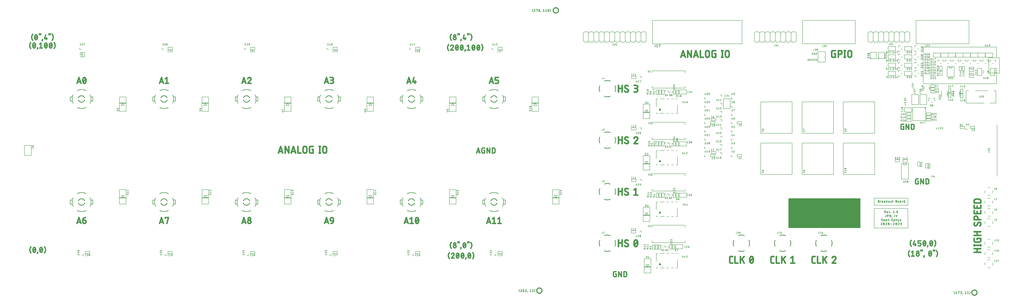
<source format=gbr>
G04 EAGLE Gerber RS-274X export*
G75*
%MOMM*%
%FSLAX34Y34*%
%LPD*%
%INSilkscreen Top*%
%IPPOS*%
%AMOC8*
5,1,8,0,0,1.08239X$1,22.5*%
G01*
%ADD10C,0.660400*%
%ADD11C,0.762000*%
%ADD12C,0.558800*%
%ADD13C,0.177800*%
%ADD14C,0.254000*%
%ADD15C,0.200000*%
%ADD16R,35.000000X14.500000*%
%ADD17C,0.228600*%
%ADD18C,0.304800*%
%ADD19C,0.203200*%
%ADD20C,0.127000*%
%ADD21C,1.000000*%
%ADD22R,3.175000X0.317500*%
%ADD23C,0.152400*%
%ADD24C,0.500000*%

G36*
X4230088Y1245382D02*
X4230088Y1245382D01*
X4230176Y1245391D01*
X4230197Y1245401D01*
X4230221Y1245405D01*
X4230298Y1245451D01*
X4230377Y1245490D01*
X4230394Y1245507D01*
X4230414Y1245520D01*
X4230470Y1245589D01*
X4230531Y1245653D01*
X4230540Y1245675D01*
X4230555Y1245694D01*
X4230584Y1245778D01*
X4230619Y1245860D01*
X4230620Y1245884D01*
X4230627Y1245906D01*
X4230625Y1245995D01*
X4230629Y1246084D01*
X4230621Y1246107D01*
X4230621Y1246131D01*
X4230587Y1246213D01*
X4230560Y1246298D01*
X4230544Y1246319D01*
X4230536Y1246338D01*
X4230502Y1246376D01*
X4230448Y1246448D01*
X4224448Y1252448D01*
X4224375Y1252499D01*
X4224306Y1252555D01*
X4224284Y1252563D01*
X4224264Y1252577D01*
X4224178Y1252599D01*
X4224094Y1252627D01*
X4224070Y1252627D01*
X4224047Y1252633D01*
X4223958Y1252623D01*
X4223869Y1252621D01*
X4223847Y1252612D01*
X4223824Y1252609D01*
X4223744Y1252570D01*
X4223662Y1252536D01*
X4223644Y1252520D01*
X4223623Y1252510D01*
X4223562Y1252445D01*
X4223496Y1252385D01*
X4223485Y1252364D01*
X4223469Y1252347D01*
X4223434Y1252265D01*
X4223393Y1252185D01*
X4223390Y1252159D01*
X4223381Y1252140D01*
X4223379Y1252090D01*
X4223366Y1252000D01*
X4223366Y1246000D01*
X4223377Y1245935D01*
X4223379Y1245869D01*
X4223397Y1245826D01*
X4223405Y1245779D01*
X4223439Y1245722D01*
X4223464Y1245662D01*
X4223495Y1245627D01*
X4223520Y1245586D01*
X4223571Y1245545D01*
X4223615Y1245496D01*
X4223657Y1245474D01*
X4223694Y1245445D01*
X4223756Y1245424D01*
X4223815Y1245393D01*
X4223869Y1245385D01*
X4223906Y1245373D01*
X4223946Y1245374D01*
X4224000Y1245366D01*
X4230000Y1245366D01*
X4230088Y1245382D01*
G37*
G36*
X4270088Y1245382D02*
X4270088Y1245382D01*
X4270176Y1245391D01*
X4270197Y1245401D01*
X4270221Y1245405D01*
X4270298Y1245451D01*
X4270377Y1245490D01*
X4270394Y1245507D01*
X4270414Y1245520D01*
X4270470Y1245589D01*
X4270531Y1245653D01*
X4270540Y1245675D01*
X4270555Y1245694D01*
X4270584Y1245778D01*
X4270619Y1245860D01*
X4270620Y1245884D01*
X4270627Y1245906D01*
X4270625Y1245995D01*
X4270629Y1246084D01*
X4270621Y1246107D01*
X4270621Y1246131D01*
X4270587Y1246213D01*
X4270560Y1246298D01*
X4270544Y1246319D01*
X4270536Y1246338D01*
X4270502Y1246376D01*
X4270448Y1246448D01*
X4264448Y1252448D01*
X4264375Y1252499D01*
X4264306Y1252555D01*
X4264284Y1252563D01*
X4264264Y1252577D01*
X4264178Y1252599D01*
X4264094Y1252627D01*
X4264070Y1252627D01*
X4264047Y1252633D01*
X4263958Y1252623D01*
X4263869Y1252621D01*
X4263847Y1252612D01*
X4263824Y1252609D01*
X4263744Y1252570D01*
X4263662Y1252536D01*
X4263644Y1252520D01*
X4263623Y1252510D01*
X4263562Y1252445D01*
X4263496Y1252385D01*
X4263485Y1252364D01*
X4263469Y1252347D01*
X4263434Y1252265D01*
X4263393Y1252185D01*
X4263390Y1252159D01*
X4263381Y1252140D01*
X4263379Y1252090D01*
X4263366Y1252000D01*
X4263366Y1246000D01*
X4263377Y1245935D01*
X4263379Y1245869D01*
X4263397Y1245826D01*
X4263405Y1245779D01*
X4263439Y1245722D01*
X4263464Y1245662D01*
X4263495Y1245627D01*
X4263520Y1245586D01*
X4263571Y1245545D01*
X4263615Y1245496D01*
X4263657Y1245474D01*
X4263694Y1245445D01*
X4263756Y1245424D01*
X4263815Y1245393D01*
X4263869Y1245385D01*
X4263906Y1245373D01*
X4263946Y1245374D01*
X4264000Y1245366D01*
X4270000Y1245366D01*
X4270088Y1245382D01*
G37*
D10*
X378198Y1125802D02*
X387664Y1154198D01*
X397129Y1125802D01*
X394763Y1132901D02*
X380565Y1132901D01*
X406026Y1140000D02*
X406033Y1140559D01*
X406053Y1141117D01*
X406086Y1141674D01*
X406133Y1142231D01*
X406193Y1142787D01*
X406266Y1143340D01*
X406352Y1143892D01*
X406451Y1144442D01*
X406564Y1144989D01*
X406690Y1145533D01*
X406828Y1146075D01*
X406980Y1146612D01*
X407144Y1147146D01*
X407321Y1147676D01*
X407510Y1148202D01*
X407712Y1148722D01*
X407927Y1149238D01*
X408153Y1149749D01*
X408392Y1150254D01*
X408393Y1150254D02*
X408443Y1150396D01*
X408498Y1150537D01*
X408556Y1150676D01*
X408617Y1150814D01*
X408682Y1150950D01*
X408751Y1151084D01*
X408823Y1151217D01*
X408899Y1151347D01*
X408978Y1151476D01*
X409060Y1151602D01*
X409145Y1151727D01*
X409234Y1151849D01*
X409325Y1151969D01*
X409420Y1152086D01*
X409518Y1152201D01*
X409619Y1152313D01*
X409722Y1152423D01*
X409828Y1152530D01*
X409938Y1152634D01*
X410049Y1152735D01*
X410164Y1152834D01*
X410280Y1152929D01*
X410400Y1153022D01*
X410521Y1153111D01*
X410645Y1153197D01*
X410771Y1153280D01*
X410899Y1153359D01*
X411030Y1153436D01*
X411162Y1153508D01*
X411296Y1153578D01*
X411431Y1153644D01*
X411569Y1153706D01*
X411708Y1153765D01*
X411848Y1153820D01*
X411990Y1153872D01*
X412133Y1153920D01*
X412277Y1153964D01*
X412422Y1154004D01*
X412569Y1154041D01*
X412716Y1154074D01*
X412864Y1154103D01*
X413013Y1154128D01*
X413162Y1154149D01*
X413312Y1154167D01*
X413462Y1154180D01*
X413612Y1154190D01*
X413763Y1154196D01*
X413914Y1154198D01*
X414065Y1154196D01*
X414216Y1154190D01*
X414366Y1154180D01*
X414516Y1154167D01*
X414666Y1154149D01*
X414815Y1154128D01*
X414964Y1154103D01*
X415112Y1154074D01*
X415259Y1154041D01*
X415406Y1154004D01*
X415551Y1153964D01*
X415695Y1153920D01*
X415838Y1153872D01*
X415980Y1153820D01*
X416121Y1153765D01*
X416259Y1153706D01*
X416397Y1153644D01*
X416532Y1153578D01*
X416666Y1153508D01*
X416798Y1153435D01*
X416929Y1153359D01*
X417057Y1153280D01*
X417183Y1153197D01*
X417307Y1153111D01*
X417428Y1153022D01*
X417548Y1152929D01*
X417664Y1152834D01*
X417779Y1152735D01*
X417890Y1152634D01*
X418000Y1152530D01*
X418106Y1152423D01*
X418209Y1152313D01*
X418310Y1152201D01*
X418408Y1152086D01*
X418503Y1151969D01*
X418594Y1151849D01*
X418683Y1151727D01*
X418768Y1151602D01*
X418850Y1151476D01*
X418929Y1151347D01*
X419005Y1151217D01*
X419077Y1151084D01*
X419146Y1150950D01*
X419211Y1150814D01*
X419272Y1150676D01*
X419330Y1150537D01*
X419385Y1150396D01*
X419435Y1150254D01*
X419674Y1149749D01*
X419900Y1149238D01*
X420115Y1148722D01*
X420317Y1148202D01*
X420506Y1147676D01*
X420683Y1147146D01*
X420847Y1146612D01*
X420999Y1146075D01*
X421137Y1145533D01*
X421263Y1144989D01*
X421376Y1144442D01*
X421475Y1143892D01*
X421561Y1143340D01*
X421634Y1142787D01*
X421694Y1142231D01*
X421741Y1141674D01*
X421774Y1141117D01*
X421794Y1140559D01*
X421801Y1140000D01*
X406026Y1140000D02*
X406033Y1139441D01*
X406053Y1138883D01*
X406086Y1138325D01*
X406133Y1137769D01*
X406193Y1137213D01*
X406266Y1136659D01*
X406352Y1136108D01*
X406451Y1135558D01*
X406564Y1135011D01*
X406690Y1134466D01*
X406828Y1133925D01*
X406980Y1133387D01*
X407144Y1132853D01*
X407321Y1132324D01*
X407510Y1131798D01*
X407712Y1131277D01*
X407927Y1130761D01*
X408154Y1130251D01*
X408392Y1129746D01*
X408393Y1129746D02*
X408443Y1129604D01*
X408498Y1129463D01*
X408556Y1129324D01*
X408617Y1129186D01*
X408682Y1129050D01*
X408751Y1128916D01*
X408823Y1128783D01*
X408899Y1128653D01*
X408978Y1128524D01*
X409060Y1128398D01*
X409145Y1128273D01*
X409234Y1128151D01*
X409325Y1128031D01*
X409420Y1127914D01*
X409518Y1127799D01*
X409619Y1127687D01*
X409722Y1127577D01*
X409828Y1127470D01*
X409938Y1127366D01*
X410049Y1127265D01*
X410164Y1127166D01*
X410280Y1127071D01*
X410400Y1126978D01*
X410521Y1126889D01*
X410645Y1126803D01*
X410771Y1126720D01*
X410899Y1126641D01*
X411030Y1126564D01*
X411162Y1126492D01*
X411296Y1126422D01*
X411431Y1126356D01*
X411569Y1126294D01*
X411708Y1126235D01*
X411848Y1126180D01*
X411990Y1126128D01*
X412133Y1126080D01*
X412277Y1126036D01*
X412422Y1125996D01*
X412569Y1125959D01*
X412716Y1125926D01*
X412864Y1125897D01*
X413013Y1125872D01*
X413162Y1125851D01*
X413312Y1125833D01*
X413462Y1125820D01*
X413612Y1125810D01*
X413763Y1125804D01*
X413914Y1125802D01*
X419436Y1129746D02*
X419674Y1130251D01*
X419901Y1130761D01*
X420116Y1131277D01*
X420318Y1131798D01*
X420507Y1132324D01*
X420684Y1132853D01*
X420848Y1133387D01*
X421000Y1133925D01*
X421138Y1134466D01*
X421264Y1135011D01*
X421377Y1135558D01*
X421476Y1136108D01*
X421562Y1136659D01*
X421635Y1137213D01*
X421695Y1137769D01*
X421742Y1138325D01*
X421775Y1138883D01*
X421795Y1139441D01*
X421802Y1140000D01*
X419435Y1129746D02*
X419385Y1129604D01*
X419330Y1129463D01*
X419272Y1129324D01*
X419211Y1129186D01*
X419146Y1129050D01*
X419077Y1128916D01*
X419005Y1128783D01*
X418929Y1128653D01*
X418850Y1128524D01*
X418768Y1128398D01*
X418683Y1128273D01*
X418594Y1128151D01*
X418503Y1128031D01*
X418408Y1127914D01*
X418310Y1127799D01*
X418209Y1127687D01*
X418106Y1127577D01*
X418000Y1127470D01*
X417890Y1127366D01*
X417779Y1127265D01*
X417664Y1127166D01*
X417548Y1127071D01*
X417428Y1126978D01*
X417307Y1126889D01*
X417183Y1126803D01*
X417057Y1126720D01*
X416929Y1126641D01*
X416798Y1126564D01*
X416666Y1126492D01*
X416532Y1126422D01*
X416397Y1126356D01*
X416259Y1126294D01*
X416120Y1126235D01*
X415980Y1126180D01*
X415838Y1126128D01*
X415695Y1126080D01*
X415551Y1126036D01*
X415406Y1125996D01*
X415259Y1125959D01*
X415112Y1125926D01*
X414964Y1125897D01*
X414815Y1125872D01*
X414666Y1125851D01*
X414516Y1125833D01*
X414366Y1125820D01*
X414216Y1125810D01*
X414065Y1125804D01*
X413914Y1125802D01*
X407604Y1132112D02*
X420224Y1147888D01*
X778198Y1125802D02*
X787664Y1154198D01*
X797129Y1125802D01*
X794763Y1132901D02*
X780565Y1132901D01*
X806026Y1147888D02*
X813914Y1154198D01*
X813914Y1125802D01*
X806026Y1125802D02*
X821802Y1125802D01*
X1178198Y1125802D02*
X1187664Y1154198D01*
X1197129Y1125802D01*
X1194763Y1132901D02*
X1180565Y1132901D01*
X1214703Y1154198D02*
X1214875Y1154196D01*
X1215046Y1154190D01*
X1215217Y1154179D01*
X1215388Y1154165D01*
X1215559Y1154146D01*
X1215729Y1154124D01*
X1215898Y1154097D01*
X1216067Y1154066D01*
X1216235Y1154031D01*
X1216402Y1153992D01*
X1216568Y1153949D01*
X1216733Y1153902D01*
X1216897Y1153851D01*
X1217059Y1153796D01*
X1217220Y1153737D01*
X1217380Y1153674D01*
X1217538Y1153607D01*
X1217695Y1153537D01*
X1217849Y1153463D01*
X1218002Y1153385D01*
X1218153Y1153303D01*
X1218302Y1153218D01*
X1218449Y1153129D01*
X1218593Y1153037D01*
X1218736Y1152941D01*
X1218876Y1152842D01*
X1219013Y1152740D01*
X1219148Y1152634D01*
X1219281Y1152525D01*
X1219411Y1152413D01*
X1219538Y1152297D01*
X1219662Y1152179D01*
X1219783Y1152058D01*
X1219901Y1151934D01*
X1220017Y1151807D01*
X1220129Y1151677D01*
X1220238Y1151544D01*
X1220344Y1151409D01*
X1220446Y1151272D01*
X1220545Y1151132D01*
X1220641Y1150989D01*
X1220733Y1150845D01*
X1220822Y1150698D01*
X1220907Y1150549D01*
X1220989Y1150398D01*
X1221067Y1150245D01*
X1221141Y1150091D01*
X1221211Y1149934D01*
X1221278Y1149776D01*
X1221341Y1149616D01*
X1221400Y1149455D01*
X1221455Y1149293D01*
X1221506Y1149129D01*
X1221553Y1148964D01*
X1221596Y1148798D01*
X1221635Y1148631D01*
X1221670Y1148463D01*
X1221701Y1148294D01*
X1221728Y1148125D01*
X1221750Y1147955D01*
X1221769Y1147784D01*
X1221783Y1147613D01*
X1221794Y1147442D01*
X1221800Y1147271D01*
X1221802Y1147099D01*
X1214703Y1154198D02*
X1214482Y1154195D01*
X1214262Y1154187D01*
X1214042Y1154174D01*
X1213822Y1154155D01*
X1213603Y1154131D01*
X1213384Y1154102D01*
X1213166Y1154068D01*
X1212949Y1154028D01*
X1212734Y1153983D01*
X1212519Y1153933D01*
X1212305Y1153877D01*
X1212093Y1153817D01*
X1211883Y1153751D01*
X1211674Y1153680D01*
X1211467Y1153604D01*
X1211261Y1153524D01*
X1211058Y1153438D01*
X1210857Y1153347D01*
X1210658Y1153252D01*
X1210462Y1153152D01*
X1210268Y1153047D01*
X1210076Y1152937D01*
X1209888Y1152823D01*
X1209702Y1152704D01*
X1209519Y1152581D01*
X1209339Y1152454D01*
X1209162Y1152322D01*
X1208989Y1152186D01*
X1208818Y1152045D01*
X1208652Y1151901D01*
X1208488Y1151753D01*
X1208329Y1151600D01*
X1208173Y1151444D01*
X1208021Y1151285D01*
X1207873Y1151121D01*
X1207729Y1150954D01*
X1207588Y1150784D01*
X1207453Y1150610D01*
X1207321Y1150433D01*
X1207194Y1150253D01*
X1207071Y1150070D01*
X1206952Y1149884D01*
X1206838Y1149695D01*
X1206729Y1149504D01*
X1206624Y1149310D01*
X1206524Y1149113D01*
X1206429Y1148914D01*
X1206339Y1148713D01*
X1206253Y1148509D01*
X1206173Y1148304D01*
X1206097Y1148097D01*
X1206027Y1147888D01*
X1219436Y1141578D02*
X1219570Y1141708D01*
X1219700Y1141842D01*
X1219828Y1141979D01*
X1219951Y1142119D01*
X1220072Y1142263D01*
X1220189Y1142409D01*
X1220302Y1142558D01*
X1220412Y1142709D01*
X1220517Y1142864D01*
X1220619Y1143020D01*
X1220718Y1143180D01*
X1220812Y1143341D01*
X1220902Y1143505D01*
X1220988Y1143671D01*
X1221070Y1143840D01*
X1221148Y1144010D01*
X1221222Y1144182D01*
X1221291Y1144355D01*
X1221356Y1144531D01*
X1221417Y1144708D01*
X1221474Y1144886D01*
X1221526Y1145066D01*
X1221574Y1145247D01*
X1221617Y1145429D01*
X1221656Y1145612D01*
X1221690Y1145796D01*
X1221720Y1145980D01*
X1221745Y1146166D01*
X1221765Y1146352D01*
X1221781Y1146538D01*
X1221793Y1146725D01*
X1221800Y1146912D01*
X1221802Y1147099D01*
X1219435Y1141578D02*
X1206026Y1125802D01*
X1221802Y1125802D01*
X1578198Y1125802D02*
X1587664Y1154198D01*
X1597129Y1125802D01*
X1594763Y1132901D02*
X1580565Y1132901D01*
X1606026Y1125802D02*
X1613914Y1125802D01*
X1614106Y1125804D01*
X1614298Y1125811D01*
X1614490Y1125823D01*
X1614681Y1125839D01*
X1614872Y1125860D01*
X1615063Y1125886D01*
X1615252Y1125916D01*
X1615441Y1125951D01*
X1615629Y1125991D01*
X1615816Y1126035D01*
X1616002Y1126083D01*
X1616187Y1126136D01*
X1616370Y1126194D01*
X1616552Y1126256D01*
X1616732Y1126322D01*
X1616910Y1126393D01*
X1617087Y1126468D01*
X1617262Y1126548D01*
X1617435Y1126631D01*
X1617606Y1126719D01*
X1617775Y1126811D01*
X1617941Y1126907D01*
X1618105Y1127007D01*
X1618266Y1127111D01*
X1618425Y1127219D01*
X1618581Y1127331D01*
X1618735Y1127447D01*
X1618886Y1127566D01*
X1619033Y1127689D01*
X1619178Y1127815D01*
X1619319Y1127945D01*
X1619458Y1128078D01*
X1619593Y1128215D01*
X1619724Y1128355D01*
X1619852Y1128498D01*
X1619977Y1128644D01*
X1620098Y1128793D01*
X1620216Y1128945D01*
X1620329Y1129100D01*
X1620439Y1129258D01*
X1620545Y1129418D01*
X1620647Y1129581D01*
X1620745Y1129746D01*
X1620839Y1129914D01*
X1620929Y1130083D01*
X1621015Y1130255D01*
X1621096Y1130429D01*
X1621174Y1130605D01*
X1621247Y1130783D01*
X1621315Y1130962D01*
X1621380Y1131143D01*
X1621439Y1131326D01*
X1621495Y1131510D01*
X1621546Y1131695D01*
X1621592Y1131881D01*
X1621634Y1132069D01*
X1621671Y1132257D01*
X1621703Y1132447D01*
X1621731Y1132637D01*
X1621755Y1132827D01*
X1621773Y1133018D01*
X1621787Y1133210D01*
X1621797Y1133402D01*
X1621801Y1133594D01*
X1621801Y1133786D01*
X1621797Y1133978D01*
X1621787Y1134170D01*
X1621773Y1134362D01*
X1621755Y1134553D01*
X1621731Y1134743D01*
X1621703Y1134933D01*
X1621671Y1135123D01*
X1621634Y1135311D01*
X1621592Y1135499D01*
X1621546Y1135685D01*
X1621495Y1135870D01*
X1621439Y1136054D01*
X1621380Y1136237D01*
X1621315Y1136418D01*
X1621247Y1136597D01*
X1621174Y1136775D01*
X1621096Y1136951D01*
X1621015Y1137125D01*
X1620929Y1137297D01*
X1620839Y1137466D01*
X1620745Y1137634D01*
X1620647Y1137799D01*
X1620545Y1137962D01*
X1620439Y1138122D01*
X1620329Y1138280D01*
X1620216Y1138435D01*
X1620098Y1138587D01*
X1619977Y1138736D01*
X1619852Y1138882D01*
X1619724Y1139025D01*
X1619593Y1139165D01*
X1619458Y1139302D01*
X1619319Y1139435D01*
X1619178Y1139565D01*
X1619033Y1139691D01*
X1618886Y1139814D01*
X1618735Y1139933D01*
X1618581Y1140049D01*
X1618425Y1140161D01*
X1618266Y1140269D01*
X1618105Y1140373D01*
X1617941Y1140473D01*
X1617775Y1140569D01*
X1617606Y1140661D01*
X1617435Y1140749D01*
X1617262Y1140832D01*
X1617087Y1140912D01*
X1616910Y1140987D01*
X1616732Y1141058D01*
X1616552Y1141124D01*
X1616370Y1141186D01*
X1616187Y1141244D01*
X1616002Y1141297D01*
X1615816Y1141345D01*
X1615629Y1141389D01*
X1615441Y1141429D01*
X1615252Y1141464D01*
X1615063Y1141494D01*
X1614872Y1141520D01*
X1614681Y1141541D01*
X1614490Y1141557D01*
X1614298Y1141569D01*
X1614106Y1141576D01*
X1613914Y1141578D01*
X1615491Y1154198D02*
X1606026Y1154198D01*
X1615491Y1154198D02*
X1615650Y1154196D01*
X1615808Y1154190D01*
X1615966Y1154180D01*
X1616124Y1154166D01*
X1616282Y1154148D01*
X1616439Y1154126D01*
X1616595Y1154101D01*
X1616751Y1154071D01*
X1616906Y1154037D01*
X1617060Y1154000D01*
X1617213Y1153958D01*
X1617365Y1153913D01*
X1617516Y1153864D01*
X1617666Y1153811D01*
X1617814Y1153755D01*
X1617961Y1153695D01*
X1618106Y1153631D01*
X1618249Y1153563D01*
X1618391Y1153492D01*
X1618531Y1153417D01*
X1618669Y1153339D01*
X1618805Y1153258D01*
X1618939Y1153173D01*
X1619070Y1153084D01*
X1619200Y1152993D01*
X1619327Y1152898D01*
X1619452Y1152800D01*
X1619574Y1152699D01*
X1619694Y1152595D01*
X1619810Y1152488D01*
X1619925Y1152378D01*
X1620036Y1152265D01*
X1620145Y1152149D01*
X1620250Y1152031D01*
X1620353Y1151910D01*
X1620452Y1151787D01*
X1620549Y1151661D01*
X1620642Y1151532D01*
X1620732Y1151402D01*
X1620819Y1151269D01*
X1620902Y1151134D01*
X1620982Y1150997D01*
X1621058Y1150858D01*
X1621131Y1150717D01*
X1621200Y1150575D01*
X1621266Y1150430D01*
X1621328Y1150284D01*
X1621387Y1150137D01*
X1621441Y1149988D01*
X1621492Y1149838D01*
X1621539Y1149686D01*
X1621583Y1149534D01*
X1621622Y1149380D01*
X1621658Y1149226D01*
X1621689Y1149070D01*
X1621717Y1148914D01*
X1621741Y1148757D01*
X1621761Y1148600D01*
X1621777Y1148442D01*
X1621789Y1148284D01*
X1621797Y1148126D01*
X1621801Y1147967D01*
X1621801Y1147809D01*
X1621797Y1147650D01*
X1621789Y1147492D01*
X1621777Y1147334D01*
X1621761Y1147176D01*
X1621741Y1147019D01*
X1621717Y1146862D01*
X1621689Y1146706D01*
X1621658Y1146550D01*
X1621622Y1146396D01*
X1621583Y1146242D01*
X1621539Y1146090D01*
X1621492Y1145938D01*
X1621441Y1145788D01*
X1621387Y1145639D01*
X1621328Y1145492D01*
X1621266Y1145346D01*
X1621200Y1145201D01*
X1621131Y1145059D01*
X1621058Y1144918D01*
X1620982Y1144779D01*
X1620902Y1144642D01*
X1620819Y1144507D01*
X1620732Y1144374D01*
X1620642Y1144244D01*
X1620549Y1144115D01*
X1620452Y1143989D01*
X1620353Y1143866D01*
X1620250Y1143745D01*
X1620145Y1143627D01*
X1620036Y1143511D01*
X1619925Y1143398D01*
X1619810Y1143288D01*
X1619694Y1143181D01*
X1619574Y1143077D01*
X1619452Y1142976D01*
X1619327Y1142878D01*
X1619200Y1142783D01*
X1619070Y1142692D01*
X1618939Y1142603D01*
X1618805Y1142518D01*
X1618669Y1142437D01*
X1618531Y1142359D01*
X1618391Y1142284D01*
X1618249Y1142213D01*
X1618106Y1142145D01*
X1617961Y1142081D01*
X1617814Y1142021D01*
X1617666Y1141965D01*
X1617516Y1141912D01*
X1617365Y1141863D01*
X1617213Y1141818D01*
X1617060Y1141776D01*
X1616906Y1141739D01*
X1616751Y1141705D01*
X1616595Y1141675D01*
X1616439Y1141650D01*
X1616282Y1141628D01*
X1616124Y1141610D01*
X1615966Y1141596D01*
X1615808Y1141586D01*
X1615650Y1141580D01*
X1615491Y1141578D01*
X1609181Y1141578D01*
X1978198Y1125802D02*
X1987664Y1154198D01*
X1997129Y1125802D01*
X1994763Y1132901D02*
X1980565Y1132901D01*
X2006026Y1132112D02*
X2012336Y1154198D01*
X2006026Y1132112D02*
X2021802Y1132112D01*
X2017069Y1138422D02*
X2017069Y1125802D01*
X2378198Y1125802D02*
X2387664Y1154198D01*
X2397129Y1125802D01*
X2394763Y1132901D02*
X2380565Y1132901D01*
X2406026Y1125802D02*
X2415491Y1125802D01*
X2415648Y1125804D01*
X2415806Y1125810D01*
X2415963Y1125820D01*
X2416119Y1125833D01*
X2416276Y1125851D01*
X2416431Y1125872D01*
X2416587Y1125898D01*
X2416741Y1125927D01*
X2416895Y1125960D01*
X2417048Y1125997D01*
X2417200Y1126038D01*
X2417351Y1126082D01*
X2417501Y1126131D01*
X2417649Y1126183D01*
X2417796Y1126238D01*
X2417942Y1126297D01*
X2418086Y1126360D01*
X2418229Y1126427D01*
X2418370Y1126497D01*
X2418509Y1126570D01*
X2418646Y1126647D01*
X2418781Y1126728D01*
X2418914Y1126811D01*
X2419046Y1126898D01*
X2419174Y1126989D01*
X2419301Y1127082D01*
X2419425Y1127179D01*
X2419547Y1127278D01*
X2419666Y1127381D01*
X2419783Y1127486D01*
X2419897Y1127595D01*
X2420008Y1127706D01*
X2420117Y1127820D01*
X2420222Y1127937D01*
X2420325Y1128056D01*
X2420424Y1128178D01*
X2420521Y1128302D01*
X2420614Y1128429D01*
X2420705Y1128557D01*
X2420792Y1128689D01*
X2420875Y1128822D01*
X2420956Y1128957D01*
X2421033Y1129094D01*
X2421106Y1129233D01*
X2421176Y1129374D01*
X2421243Y1129517D01*
X2421306Y1129661D01*
X2421365Y1129807D01*
X2421420Y1129954D01*
X2421472Y1130102D01*
X2421521Y1130252D01*
X2421565Y1130403D01*
X2421606Y1130555D01*
X2421643Y1130708D01*
X2421676Y1130862D01*
X2421705Y1131016D01*
X2421731Y1131172D01*
X2421752Y1131327D01*
X2421770Y1131484D01*
X2421783Y1131640D01*
X2421793Y1131798D01*
X2421799Y1131955D01*
X2421801Y1132112D01*
X2421802Y1132112D02*
X2421802Y1135267D01*
X2421801Y1135267D02*
X2421799Y1135424D01*
X2421793Y1135582D01*
X2421783Y1135739D01*
X2421770Y1135895D01*
X2421752Y1136052D01*
X2421731Y1136207D01*
X2421705Y1136363D01*
X2421676Y1136517D01*
X2421643Y1136671D01*
X2421606Y1136824D01*
X2421565Y1136976D01*
X2421521Y1137127D01*
X2421472Y1137277D01*
X2421420Y1137425D01*
X2421365Y1137572D01*
X2421306Y1137718D01*
X2421243Y1137862D01*
X2421176Y1138005D01*
X2421106Y1138146D01*
X2421033Y1138285D01*
X2420956Y1138422D01*
X2420875Y1138557D01*
X2420792Y1138690D01*
X2420705Y1138822D01*
X2420614Y1138950D01*
X2420521Y1139077D01*
X2420424Y1139201D01*
X2420325Y1139323D01*
X2420222Y1139442D01*
X2420117Y1139559D01*
X2420008Y1139673D01*
X2419897Y1139784D01*
X2419783Y1139893D01*
X2419666Y1139998D01*
X2419547Y1140101D01*
X2419425Y1140200D01*
X2419301Y1140297D01*
X2419174Y1140390D01*
X2419046Y1140481D01*
X2418914Y1140568D01*
X2418781Y1140651D01*
X2418646Y1140732D01*
X2418509Y1140809D01*
X2418370Y1140882D01*
X2418229Y1140952D01*
X2418086Y1141019D01*
X2417942Y1141082D01*
X2417796Y1141141D01*
X2417649Y1141196D01*
X2417501Y1141248D01*
X2417351Y1141297D01*
X2417200Y1141341D01*
X2417048Y1141382D01*
X2416895Y1141419D01*
X2416741Y1141452D01*
X2416587Y1141481D01*
X2416431Y1141507D01*
X2416276Y1141528D01*
X2416119Y1141546D01*
X2415963Y1141559D01*
X2415806Y1141569D01*
X2415648Y1141575D01*
X2415491Y1141577D01*
X2415491Y1141578D02*
X2406026Y1141578D01*
X2406026Y1154198D01*
X2421802Y1154198D01*
X387664Y474198D02*
X378198Y445802D01*
X397129Y445802D02*
X387664Y474198D01*
X394763Y452901D02*
X380565Y452901D01*
X406026Y461578D02*
X415491Y461578D01*
X415491Y461577D02*
X415648Y461575D01*
X415806Y461569D01*
X415963Y461559D01*
X416119Y461546D01*
X416276Y461528D01*
X416431Y461507D01*
X416587Y461481D01*
X416741Y461452D01*
X416895Y461419D01*
X417048Y461382D01*
X417200Y461341D01*
X417351Y461297D01*
X417501Y461248D01*
X417649Y461196D01*
X417796Y461141D01*
X417942Y461082D01*
X418086Y461019D01*
X418229Y460952D01*
X418370Y460882D01*
X418509Y460809D01*
X418646Y460732D01*
X418781Y460651D01*
X418914Y460568D01*
X419046Y460481D01*
X419174Y460390D01*
X419301Y460297D01*
X419425Y460200D01*
X419547Y460101D01*
X419666Y459998D01*
X419783Y459893D01*
X419897Y459784D01*
X420008Y459673D01*
X420117Y459559D01*
X420222Y459442D01*
X420325Y459323D01*
X420424Y459201D01*
X420521Y459077D01*
X420614Y458950D01*
X420705Y458822D01*
X420792Y458690D01*
X420875Y458557D01*
X420956Y458422D01*
X421033Y458285D01*
X421106Y458146D01*
X421176Y458005D01*
X421243Y457862D01*
X421306Y457718D01*
X421365Y457572D01*
X421420Y457425D01*
X421472Y457277D01*
X421521Y457127D01*
X421565Y456976D01*
X421606Y456824D01*
X421643Y456671D01*
X421676Y456517D01*
X421705Y456363D01*
X421731Y456207D01*
X421752Y456052D01*
X421770Y455895D01*
X421783Y455739D01*
X421793Y455582D01*
X421799Y455424D01*
X421801Y455267D01*
X421802Y455267D02*
X421802Y453690D01*
X421800Y453498D01*
X421793Y453306D01*
X421781Y453114D01*
X421765Y452923D01*
X421744Y452732D01*
X421718Y452541D01*
X421688Y452352D01*
X421653Y452163D01*
X421613Y451975D01*
X421569Y451788D01*
X421521Y451602D01*
X421468Y451417D01*
X421410Y451234D01*
X421348Y451052D01*
X421282Y450872D01*
X421211Y450694D01*
X421136Y450517D01*
X421056Y450342D01*
X420973Y450169D01*
X420885Y449998D01*
X420793Y449829D01*
X420697Y449663D01*
X420597Y449499D01*
X420493Y449338D01*
X420385Y449179D01*
X420273Y449023D01*
X420157Y448869D01*
X420038Y448718D01*
X419915Y448571D01*
X419789Y448426D01*
X419659Y448285D01*
X419526Y448146D01*
X419389Y448011D01*
X419249Y447880D01*
X419106Y447752D01*
X418960Y447627D01*
X418811Y447506D01*
X418659Y447388D01*
X418504Y447275D01*
X418346Y447165D01*
X418186Y447059D01*
X418023Y446957D01*
X417858Y446859D01*
X417690Y446765D01*
X417521Y446675D01*
X417349Y446589D01*
X417175Y446508D01*
X416999Y446430D01*
X416821Y446357D01*
X416642Y446289D01*
X416461Y446224D01*
X416278Y446165D01*
X416094Y446109D01*
X415909Y446058D01*
X415723Y446012D01*
X415535Y445970D01*
X415347Y445933D01*
X415157Y445901D01*
X414967Y445873D01*
X414777Y445849D01*
X414586Y445831D01*
X414394Y445817D01*
X414202Y445807D01*
X414010Y445803D01*
X413818Y445803D01*
X413626Y445807D01*
X413434Y445817D01*
X413242Y445831D01*
X413051Y445849D01*
X412861Y445873D01*
X412671Y445901D01*
X412481Y445933D01*
X412293Y445970D01*
X412105Y446012D01*
X411919Y446058D01*
X411734Y446109D01*
X411550Y446165D01*
X411367Y446224D01*
X411186Y446289D01*
X411007Y446357D01*
X410829Y446430D01*
X410653Y446508D01*
X410479Y446589D01*
X410307Y446675D01*
X410138Y446765D01*
X409970Y446859D01*
X409805Y446957D01*
X409642Y447059D01*
X409482Y447165D01*
X409324Y447275D01*
X409169Y447388D01*
X409017Y447506D01*
X408868Y447627D01*
X408722Y447752D01*
X408579Y447880D01*
X408439Y448011D01*
X408302Y448146D01*
X408169Y448285D01*
X408039Y448426D01*
X407913Y448571D01*
X407790Y448718D01*
X407671Y448869D01*
X407555Y449023D01*
X407443Y449179D01*
X407335Y449338D01*
X407231Y449499D01*
X407131Y449663D01*
X407035Y449829D01*
X406943Y449998D01*
X406855Y450169D01*
X406772Y450342D01*
X406692Y450517D01*
X406617Y450694D01*
X406546Y450872D01*
X406480Y451052D01*
X406418Y451234D01*
X406360Y451417D01*
X406307Y451602D01*
X406259Y451788D01*
X406215Y451975D01*
X406175Y452163D01*
X406140Y452352D01*
X406110Y452541D01*
X406084Y452732D01*
X406063Y452923D01*
X406047Y453114D01*
X406035Y453306D01*
X406028Y453498D01*
X406026Y453690D01*
X406026Y461578D01*
X406030Y461888D01*
X406041Y462197D01*
X406060Y462506D01*
X406087Y462815D01*
X406121Y463123D01*
X406163Y463430D01*
X406212Y463736D01*
X406268Y464040D01*
X406333Y464343D01*
X406404Y464644D01*
X406483Y464944D01*
X406569Y465241D01*
X406663Y465537D01*
X406764Y465830D01*
X406872Y466120D01*
X406987Y466407D01*
X407109Y466692D01*
X407238Y466974D01*
X407374Y467252D01*
X407516Y467527D01*
X407665Y467798D01*
X407821Y468066D01*
X407984Y468330D01*
X408153Y468589D01*
X408328Y468845D01*
X408510Y469096D01*
X408697Y469342D01*
X408891Y469584D01*
X409090Y469821D01*
X409295Y470053D01*
X409506Y470280D01*
X409722Y470502D01*
X409944Y470718D01*
X410171Y470929D01*
X410403Y471134D01*
X410640Y471333D01*
X410882Y471527D01*
X411128Y471714D01*
X411379Y471896D01*
X411635Y472071D01*
X411894Y472240D01*
X412158Y472403D01*
X412426Y472558D01*
X412697Y472708D01*
X412972Y472850D01*
X413250Y472986D01*
X413532Y473115D01*
X413817Y473237D01*
X414104Y473352D01*
X414394Y473460D01*
X414687Y473561D01*
X414983Y473655D01*
X415280Y473741D01*
X415580Y473820D01*
X415881Y473891D01*
X416184Y473956D01*
X416488Y474012D01*
X416794Y474061D01*
X417101Y474103D01*
X417409Y474137D01*
X417718Y474164D01*
X418027Y474183D01*
X418336Y474194D01*
X418646Y474198D01*
X778198Y445802D02*
X787664Y474198D01*
X797129Y445802D01*
X794763Y452901D02*
X780565Y452901D01*
X806026Y471043D02*
X806026Y474198D01*
X821802Y474198D01*
X813914Y445802D01*
X1178198Y445802D02*
X1187664Y474198D01*
X1197129Y445802D01*
X1194763Y452901D02*
X1180565Y452901D01*
X1206026Y453690D02*
X1206028Y453882D01*
X1206035Y454074D01*
X1206047Y454266D01*
X1206063Y454457D01*
X1206084Y454648D01*
X1206110Y454839D01*
X1206140Y455028D01*
X1206175Y455217D01*
X1206215Y455405D01*
X1206259Y455592D01*
X1206307Y455778D01*
X1206360Y455963D01*
X1206418Y456146D01*
X1206480Y456328D01*
X1206546Y456508D01*
X1206617Y456686D01*
X1206692Y456863D01*
X1206772Y457038D01*
X1206855Y457211D01*
X1206943Y457382D01*
X1207035Y457551D01*
X1207131Y457717D01*
X1207231Y457881D01*
X1207335Y458042D01*
X1207443Y458201D01*
X1207555Y458357D01*
X1207671Y458511D01*
X1207790Y458662D01*
X1207913Y458809D01*
X1208039Y458954D01*
X1208169Y459095D01*
X1208302Y459234D01*
X1208439Y459369D01*
X1208579Y459500D01*
X1208722Y459628D01*
X1208868Y459753D01*
X1209017Y459874D01*
X1209169Y459992D01*
X1209324Y460105D01*
X1209482Y460215D01*
X1209642Y460321D01*
X1209805Y460423D01*
X1209970Y460521D01*
X1210138Y460615D01*
X1210307Y460705D01*
X1210479Y460791D01*
X1210653Y460872D01*
X1210829Y460950D01*
X1211007Y461023D01*
X1211186Y461091D01*
X1211367Y461156D01*
X1211550Y461215D01*
X1211734Y461271D01*
X1211919Y461322D01*
X1212105Y461368D01*
X1212293Y461410D01*
X1212481Y461447D01*
X1212671Y461479D01*
X1212861Y461507D01*
X1213051Y461531D01*
X1213242Y461549D01*
X1213434Y461563D01*
X1213626Y461573D01*
X1213818Y461577D01*
X1214010Y461577D01*
X1214202Y461573D01*
X1214394Y461563D01*
X1214586Y461549D01*
X1214777Y461531D01*
X1214967Y461507D01*
X1215157Y461479D01*
X1215347Y461447D01*
X1215535Y461410D01*
X1215723Y461368D01*
X1215909Y461322D01*
X1216094Y461271D01*
X1216278Y461215D01*
X1216461Y461156D01*
X1216642Y461091D01*
X1216821Y461023D01*
X1216999Y460950D01*
X1217175Y460872D01*
X1217349Y460791D01*
X1217521Y460705D01*
X1217690Y460615D01*
X1217858Y460521D01*
X1218023Y460423D01*
X1218186Y460321D01*
X1218346Y460215D01*
X1218504Y460105D01*
X1218659Y459992D01*
X1218811Y459874D01*
X1218960Y459753D01*
X1219106Y459628D01*
X1219249Y459500D01*
X1219389Y459369D01*
X1219526Y459234D01*
X1219659Y459095D01*
X1219789Y458954D01*
X1219915Y458809D01*
X1220038Y458662D01*
X1220157Y458511D01*
X1220273Y458357D01*
X1220385Y458201D01*
X1220493Y458042D01*
X1220597Y457881D01*
X1220697Y457717D01*
X1220793Y457551D01*
X1220885Y457382D01*
X1220973Y457211D01*
X1221056Y457038D01*
X1221136Y456863D01*
X1221211Y456686D01*
X1221282Y456508D01*
X1221348Y456328D01*
X1221410Y456146D01*
X1221468Y455963D01*
X1221521Y455778D01*
X1221569Y455592D01*
X1221613Y455405D01*
X1221653Y455217D01*
X1221688Y455028D01*
X1221718Y454839D01*
X1221744Y454648D01*
X1221765Y454457D01*
X1221781Y454266D01*
X1221793Y454074D01*
X1221800Y453882D01*
X1221802Y453690D01*
X1221800Y453498D01*
X1221793Y453306D01*
X1221781Y453114D01*
X1221765Y452923D01*
X1221744Y452732D01*
X1221718Y452541D01*
X1221688Y452352D01*
X1221653Y452163D01*
X1221613Y451975D01*
X1221569Y451788D01*
X1221521Y451602D01*
X1221468Y451417D01*
X1221410Y451234D01*
X1221348Y451052D01*
X1221282Y450872D01*
X1221211Y450694D01*
X1221136Y450517D01*
X1221056Y450342D01*
X1220973Y450169D01*
X1220885Y449998D01*
X1220793Y449829D01*
X1220697Y449663D01*
X1220597Y449499D01*
X1220493Y449338D01*
X1220385Y449179D01*
X1220273Y449023D01*
X1220157Y448869D01*
X1220038Y448718D01*
X1219915Y448571D01*
X1219789Y448426D01*
X1219659Y448285D01*
X1219526Y448146D01*
X1219389Y448011D01*
X1219249Y447880D01*
X1219106Y447752D01*
X1218960Y447627D01*
X1218811Y447506D01*
X1218659Y447388D01*
X1218504Y447275D01*
X1218346Y447165D01*
X1218186Y447059D01*
X1218023Y446957D01*
X1217858Y446859D01*
X1217690Y446765D01*
X1217521Y446675D01*
X1217349Y446589D01*
X1217175Y446508D01*
X1216999Y446430D01*
X1216821Y446357D01*
X1216642Y446289D01*
X1216461Y446224D01*
X1216278Y446165D01*
X1216094Y446109D01*
X1215909Y446058D01*
X1215723Y446012D01*
X1215535Y445970D01*
X1215347Y445933D01*
X1215157Y445901D01*
X1214967Y445873D01*
X1214777Y445849D01*
X1214586Y445831D01*
X1214394Y445817D01*
X1214202Y445807D01*
X1214010Y445803D01*
X1213818Y445803D01*
X1213626Y445807D01*
X1213434Y445817D01*
X1213242Y445831D01*
X1213051Y445849D01*
X1212861Y445873D01*
X1212671Y445901D01*
X1212481Y445933D01*
X1212293Y445970D01*
X1212105Y446012D01*
X1211919Y446058D01*
X1211734Y446109D01*
X1211550Y446165D01*
X1211367Y446224D01*
X1211186Y446289D01*
X1211007Y446357D01*
X1210829Y446430D01*
X1210653Y446508D01*
X1210479Y446589D01*
X1210307Y446675D01*
X1210138Y446765D01*
X1209970Y446859D01*
X1209805Y446957D01*
X1209642Y447059D01*
X1209482Y447165D01*
X1209324Y447275D01*
X1209169Y447388D01*
X1209017Y447506D01*
X1208868Y447627D01*
X1208722Y447752D01*
X1208579Y447880D01*
X1208439Y448011D01*
X1208302Y448146D01*
X1208169Y448285D01*
X1208039Y448426D01*
X1207913Y448571D01*
X1207790Y448718D01*
X1207671Y448869D01*
X1207555Y449023D01*
X1207443Y449179D01*
X1207335Y449338D01*
X1207231Y449499D01*
X1207131Y449663D01*
X1207035Y449829D01*
X1206943Y449998D01*
X1206855Y450169D01*
X1206772Y450342D01*
X1206692Y450517D01*
X1206617Y450694D01*
X1206546Y450872D01*
X1206480Y451052D01*
X1206418Y451234D01*
X1206360Y451417D01*
X1206307Y451602D01*
X1206259Y451788D01*
X1206215Y451975D01*
X1206175Y452163D01*
X1206140Y452352D01*
X1206110Y452541D01*
X1206084Y452732D01*
X1206063Y452923D01*
X1206047Y453114D01*
X1206035Y453306D01*
X1206028Y453498D01*
X1206026Y453690D01*
X1207604Y467888D02*
X1207606Y468047D01*
X1207612Y468205D01*
X1207622Y468363D01*
X1207636Y468521D01*
X1207654Y468679D01*
X1207676Y468836D01*
X1207701Y468992D01*
X1207731Y469148D01*
X1207765Y469303D01*
X1207802Y469457D01*
X1207844Y469610D01*
X1207889Y469762D01*
X1207938Y469913D01*
X1207991Y470063D01*
X1208047Y470211D01*
X1208107Y470358D01*
X1208171Y470503D01*
X1208239Y470646D01*
X1208310Y470788D01*
X1208385Y470928D01*
X1208463Y471066D01*
X1208544Y471202D01*
X1208629Y471336D01*
X1208718Y471467D01*
X1208809Y471597D01*
X1208904Y471724D01*
X1209002Y471849D01*
X1209103Y471971D01*
X1209207Y472091D01*
X1209314Y472207D01*
X1209424Y472322D01*
X1209537Y472433D01*
X1209653Y472542D01*
X1209771Y472647D01*
X1209892Y472750D01*
X1210015Y472849D01*
X1210141Y472946D01*
X1210270Y473039D01*
X1210400Y473129D01*
X1210533Y473216D01*
X1210668Y473299D01*
X1210805Y473379D01*
X1210944Y473455D01*
X1211085Y473528D01*
X1211227Y473597D01*
X1211372Y473663D01*
X1211518Y473725D01*
X1211665Y473784D01*
X1211814Y473838D01*
X1211964Y473889D01*
X1212116Y473936D01*
X1212268Y473980D01*
X1212422Y474019D01*
X1212576Y474055D01*
X1212732Y474086D01*
X1212888Y474114D01*
X1213045Y474138D01*
X1213202Y474158D01*
X1213360Y474174D01*
X1213518Y474186D01*
X1213676Y474194D01*
X1213835Y474198D01*
X1213993Y474198D01*
X1214152Y474194D01*
X1214310Y474186D01*
X1214468Y474174D01*
X1214626Y474158D01*
X1214783Y474138D01*
X1214940Y474114D01*
X1215096Y474086D01*
X1215252Y474055D01*
X1215406Y474019D01*
X1215560Y473980D01*
X1215712Y473936D01*
X1215864Y473889D01*
X1216014Y473838D01*
X1216163Y473784D01*
X1216310Y473725D01*
X1216456Y473663D01*
X1216601Y473597D01*
X1216743Y473528D01*
X1216884Y473455D01*
X1217023Y473379D01*
X1217160Y473299D01*
X1217295Y473216D01*
X1217428Y473129D01*
X1217558Y473039D01*
X1217687Y472946D01*
X1217813Y472849D01*
X1217936Y472750D01*
X1218057Y472647D01*
X1218175Y472542D01*
X1218291Y472433D01*
X1218404Y472322D01*
X1218514Y472207D01*
X1218621Y472091D01*
X1218725Y471971D01*
X1218826Y471849D01*
X1218924Y471724D01*
X1219019Y471597D01*
X1219110Y471467D01*
X1219199Y471336D01*
X1219284Y471202D01*
X1219365Y471066D01*
X1219443Y470928D01*
X1219518Y470788D01*
X1219589Y470646D01*
X1219657Y470503D01*
X1219721Y470358D01*
X1219781Y470211D01*
X1219837Y470063D01*
X1219890Y469913D01*
X1219939Y469762D01*
X1219984Y469610D01*
X1220026Y469457D01*
X1220063Y469303D01*
X1220097Y469148D01*
X1220127Y468992D01*
X1220152Y468836D01*
X1220174Y468679D01*
X1220192Y468521D01*
X1220206Y468363D01*
X1220216Y468205D01*
X1220222Y468047D01*
X1220224Y467888D01*
X1220222Y467729D01*
X1220216Y467571D01*
X1220206Y467413D01*
X1220192Y467255D01*
X1220174Y467097D01*
X1220152Y466940D01*
X1220127Y466784D01*
X1220097Y466628D01*
X1220063Y466473D01*
X1220026Y466319D01*
X1219984Y466166D01*
X1219939Y466014D01*
X1219890Y465863D01*
X1219837Y465713D01*
X1219781Y465565D01*
X1219721Y465418D01*
X1219657Y465273D01*
X1219589Y465130D01*
X1219518Y464988D01*
X1219443Y464848D01*
X1219365Y464710D01*
X1219284Y464574D01*
X1219199Y464440D01*
X1219110Y464309D01*
X1219019Y464179D01*
X1218924Y464052D01*
X1218826Y463927D01*
X1218725Y463805D01*
X1218621Y463685D01*
X1218514Y463569D01*
X1218404Y463454D01*
X1218291Y463343D01*
X1218175Y463234D01*
X1218057Y463129D01*
X1217936Y463026D01*
X1217813Y462927D01*
X1217687Y462830D01*
X1217558Y462737D01*
X1217428Y462647D01*
X1217295Y462560D01*
X1217160Y462477D01*
X1217023Y462397D01*
X1216884Y462321D01*
X1216743Y462248D01*
X1216601Y462179D01*
X1216456Y462113D01*
X1216310Y462051D01*
X1216163Y461992D01*
X1216014Y461938D01*
X1215864Y461887D01*
X1215712Y461840D01*
X1215560Y461796D01*
X1215406Y461757D01*
X1215252Y461721D01*
X1215096Y461690D01*
X1214940Y461662D01*
X1214783Y461638D01*
X1214626Y461618D01*
X1214468Y461602D01*
X1214310Y461590D01*
X1214152Y461582D01*
X1213993Y461578D01*
X1213835Y461578D01*
X1213676Y461582D01*
X1213518Y461590D01*
X1213360Y461602D01*
X1213202Y461618D01*
X1213045Y461638D01*
X1212888Y461662D01*
X1212732Y461690D01*
X1212576Y461721D01*
X1212422Y461757D01*
X1212268Y461796D01*
X1212116Y461840D01*
X1211964Y461887D01*
X1211814Y461938D01*
X1211665Y461992D01*
X1211518Y462051D01*
X1211372Y462113D01*
X1211227Y462179D01*
X1211085Y462248D01*
X1210944Y462321D01*
X1210805Y462397D01*
X1210668Y462477D01*
X1210533Y462560D01*
X1210400Y462647D01*
X1210270Y462737D01*
X1210141Y462830D01*
X1210015Y462927D01*
X1209892Y463026D01*
X1209771Y463129D01*
X1209653Y463234D01*
X1209537Y463343D01*
X1209424Y463454D01*
X1209314Y463569D01*
X1209207Y463685D01*
X1209103Y463805D01*
X1209002Y463927D01*
X1208904Y464052D01*
X1208809Y464179D01*
X1208718Y464309D01*
X1208629Y464440D01*
X1208544Y464574D01*
X1208463Y464710D01*
X1208385Y464848D01*
X1208310Y464988D01*
X1208239Y465130D01*
X1208171Y465273D01*
X1208107Y465418D01*
X1208047Y465565D01*
X1207991Y465713D01*
X1207938Y465863D01*
X1207889Y466014D01*
X1207844Y466166D01*
X1207802Y466319D01*
X1207765Y466473D01*
X1207731Y466628D01*
X1207701Y466784D01*
X1207676Y466940D01*
X1207654Y467097D01*
X1207636Y467255D01*
X1207622Y467413D01*
X1207612Y467571D01*
X1207606Y467729D01*
X1207604Y467888D01*
X1578198Y445802D02*
X1587664Y474198D01*
X1597129Y445802D01*
X1594763Y452901D02*
X1580565Y452901D01*
X1612336Y458422D02*
X1621802Y458422D01*
X1612336Y458423D02*
X1612179Y458425D01*
X1612021Y458431D01*
X1611864Y458441D01*
X1611708Y458454D01*
X1611551Y458472D01*
X1611396Y458493D01*
X1611240Y458519D01*
X1611086Y458548D01*
X1610932Y458581D01*
X1610779Y458618D01*
X1610627Y458659D01*
X1610476Y458703D01*
X1610326Y458752D01*
X1610178Y458804D01*
X1610031Y458859D01*
X1609885Y458918D01*
X1609741Y458981D01*
X1609598Y459048D01*
X1609457Y459118D01*
X1609318Y459191D01*
X1609181Y459268D01*
X1609046Y459349D01*
X1608913Y459432D01*
X1608781Y459519D01*
X1608653Y459610D01*
X1608526Y459703D01*
X1608402Y459800D01*
X1608280Y459899D01*
X1608161Y460002D01*
X1608044Y460107D01*
X1607930Y460216D01*
X1607819Y460327D01*
X1607710Y460441D01*
X1607605Y460558D01*
X1607502Y460677D01*
X1607403Y460799D01*
X1607306Y460923D01*
X1607213Y461050D01*
X1607122Y461178D01*
X1607035Y461310D01*
X1606952Y461443D01*
X1606871Y461578D01*
X1606794Y461715D01*
X1606721Y461854D01*
X1606651Y461995D01*
X1606584Y462138D01*
X1606521Y462282D01*
X1606462Y462428D01*
X1606407Y462575D01*
X1606355Y462723D01*
X1606306Y462873D01*
X1606262Y463024D01*
X1606221Y463176D01*
X1606184Y463329D01*
X1606151Y463483D01*
X1606122Y463637D01*
X1606096Y463793D01*
X1606075Y463948D01*
X1606057Y464105D01*
X1606044Y464261D01*
X1606034Y464418D01*
X1606028Y464576D01*
X1606026Y464733D01*
X1606026Y466310D01*
X1606028Y466502D01*
X1606035Y466694D01*
X1606047Y466886D01*
X1606063Y467077D01*
X1606084Y467268D01*
X1606110Y467459D01*
X1606140Y467648D01*
X1606175Y467837D01*
X1606215Y468025D01*
X1606259Y468212D01*
X1606307Y468398D01*
X1606360Y468583D01*
X1606418Y468766D01*
X1606480Y468948D01*
X1606546Y469128D01*
X1606617Y469306D01*
X1606692Y469483D01*
X1606772Y469658D01*
X1606855Y469831D01*
X1606943Y470002D01*
X1607035Y470171D01*
X1607131Y470337D01*
X1607231Y470501D01*
X1607335Y470662D01*
X1607443Y470821D01*
X1607555Y470977D01*
X1607671Y471131D01*
X1607790Y471282D01*
X1607913Y471429D01*
X1608039Y471574D01*
X1608169Y471715D01*
X1608302Y471854D01*
X1608439Y471989D01*
X1608579Y472120D01*
X1608722Y472248D01*
X1608868Y472373D01*
X1609017Y472494D01*
X1609169Y472612D01*
X1609324Y472725D01*
X1609482Y472835D01*
X1609642Y472941D01*
X1609805Y473043D01*
X1609970Y473141D01*
X1610138Y473235D01*
X1610307Y473325D01*
X1610479Y473411D01*
X1610653Y473492D01*
X1610829Y473570D01*
X1611007Y473643D01*
X1611186Y473711D01*
X1611367Y473776D01*
X1611550Y473835D01*
X1611734Y473891D01*
X1611919Y473942D01*
X1612105Y473988D01*
X1612293Y474030D01*
X1612481Y474067D01*
X1612671Y474099D01*
X1612861Y474127D01*
X1613051Y474151D01*
X1613242Y474169D01*
X1613434Y474183D01*
X1613626Y474193D01*
X1613818Y474197D01*
X1614010Y474197D01*
X1614202Y474193D01*
X1614394Y474183D01*
X1614586Y474169D01*
X1614777Y474151D01*
X1614967Y474127D01*
X1615157Y474099D01*
X1615347Y474067D01*
X1615535Y474030D01*
X1615723Y473988D01*
X1615909Y473942D01*
X1616094Y473891D01*
X1616278Y473835D01*
X1616461Y473776D01*
X1616642Y473711D01*
X1616821Y473643D01*
X1616999Y473570D01*
X1617175Y473492D01*
X1617349Y473411D01*
X1617521Y473325D01*
X1617690Y473235D01*
X1617858Y473141D01*
X1618023Y473043D01*
X1618186Y472941D01*
X1618346Y472835D01*
X1618504Y472725D01*
X1618659Y472612D01*
X1618811Y472494D01*
X1618960Y472373D01*
X1619106Y472248D01*
X1619249Y472120D01*
X1619389Y471989D01*
X1619526Y471854D01*
X1619659Y471715D01*
X1619789Y471574D01*
X1619915Y471429D01*
X1620038Y471282D01*
X1620157Y471131D01*
X1620273Y470977D01*
X1620385Y470821D01*
X1620493Y470662D01*
X1620597Y470501D01*
X1620697Y470337D01*
X1620793Y470171D01*
X1620885Y470002D01*
X1620973Y469831D01*
X1621056Y469658D01*
X1621136Y469483D01*
X1621211Y469306D01*
X1621282Y469128D01*
X1621348Y468948D01*
X1621410Y468766D01*
X1621468Y468583D01*
X1621521Y468398D01*
X1621569Y468212D01*
X1621613Y468025D01*
X1621653Y467837D01*
X1621688Y467648D01*
X1621718Y467459D01*
X1621744Y467268D01*
X1621765Y467077D01*
X1621781Y466886D01*
X1621793Y466694D01*
X1621800Y466502D01*
X1621802Y466310D01*
X1621802Y458422D01*
X1621801Y458422D02*
X1621797Y458117D01*
X1621786Y457812D01*
X1621768Y457508D01*
X1621742Y457204D01*
X1621709Y456901D01*
X1621669Y456599D01*
X1621621Y456297D01*
X1621566Y455997D01*
X1621504Y455699D01*
X1621434Y455402D01*
X1621358Y455107D01*
X1621274Y454813D01*
X1621183Y454522D01*
X1621086Y454233D01*
X1620981Y453947D01*
X1620869Y453663D01*
X1620751Y453382D01*
X1620626Y453104D01*
X1620494Y452829D01*
X1620355Y452557D01*
X1620210Y452289D01*
X1620059Y452024D01*
X1619901Y451763D01*
X1619737Y451506D01*
X1619567Y451253D01*
X1619391Y451004D01*
X1619209Y450760D01*
X1619020Y450520D01*
X1618827Y450284D01*
X1618627Y450053D01*
X1618422Y449828D01*
X1618212Y449607D01*
X1617996Y449391D01*
X1617775Y449181D01*
X1617550Y448976D01*
X1617319Y448776D01*
X1617083Y448583D01*
X1616843Y448394D01*
X1616599Y448212D01*
X1616350Y448036D01*
X1616097Y447866D01*
X1615840Y447702D01*
X1615579Y447544D01*
X1615314Y447393D01*
X1615046Y447248D01*
X1614774Y447109D01*
X1614499Y446977D01*
X1614221Y446852D01*
X1613940Y446734D01*
X1613656Y446622D01*
X1613370Y446517D01*
X1613081Y446420D01*
X1612790Y446329D01*
X1612496Y446245D01*
X1612201Y446169D01*
X1611904Y446099D01*
X1611606Y446037D01*
X1611306Y445982D01*
X1611004Y445934D01*
X1610702Y445894D01*
X1610399Y445861D01*
X1610095Y445835D01*
X1609791Y445817D01*
X1609486Y445806D01*
X1609181Y445802D01*
X1965074Y445802D02*
X1974539Y474198D01*
X1984004Y445802D01*
X1981638Y452901D02*
X1967440Y452901D01*
X1992901Y467888D02*
X2000789Y474198D01*
X2000789Y445802D01*
X1992901Y445802D02*
X2008677Y445802D01*
X2019151Y460000D02*
X2019158Y460559D01*
X2019178Y461117D01*
X2019211Y461674D01*
X2019258Y462231D01*
X2019318Y462787D01*
X2019391Y463340D01*
X2019477Y463892D01*
X2019576Y464442D01*
X2019689Y464989D01*
X2019815Y465533D01*
X2019953Y466075D01*
X2020105Y466612D01*
X2020269Y467146D01*
X2020446Y467676D01*
X2020635Y468202D01*
X2020837Y468722D01*
X2021052Y469238D01*
X2021278Y469749D01*
X2021517Y470254D01*
X2021518Y470254D02*
X2021568Y470396D01*
X2021623Y470537D01*
X2021681Y470676D01*
X2021742Y470814D01*
X2021807Y470950D01*
X2021876Y471084D01*
X2021948Y471217D01*
X2022024Y471347D01*
X2022103Y471476D01*
X2022185Y471602D01*
X2022270Y471727D01*
X2022359Y471849D01*
X2022450Y471969D01*
X2022545Y472086D01*
X2022643Y472201D01*
X2022744Y472313D01*
X2022847Y472423D01*
X2022953Y472530D01*
X2023063Y472634D01*
X2023174Y472735D01*
X2023289Y472834D01*
X2023405Y472929D01*
X2023525Y473022D01*
X2023646Y473111D01*
X2023770Y473197D01*
X2023896Y473280D01*
X2024024Y473359D01*
X2024155Y473436D01*
X2024287Y473508D01*
X2024421Y473578D01*
X2024556Y473644D01*
X2024694Y473706D01*
X2024833Y473765D01*
X2024973Y473820D01*
X2025115Y473872D01*
X2025258Y473920D01*
X2025402Y473964D01*
X2025547Y474004D01*
X2025694Y474041D01*
X2025841Y474074D01*
X2025989Y474103D01*
X2026138Y474128D01*
X2026287Y474149D01*
X2026437Y474167D01*
X2026587Y474180D01*
X2026737Y474190D01*
X2026888Y474196D01*
X2027039Y474198D01*
X2027190Y474196D01*
X2027341Y474190D01*
X2027491Y474180D01*
X2027641Y474167D01*
X2027791Y474149D01*
X2027940Y474128D01*
X2028089Y474103D01*
X2028237Y474074D01*
X2028384Y474041D01*
X2028531Y474004D01*
X2028676Y473964D01*
X2028820Y473920D01*
X2028963Y473872D01*
X2029105Y473820D01*
X2029246Y473765D01*
X2029384Y473706D01*
X2029522Y473644D01*
X2029657Y473578D01*
X2029791Y473508D01*
X2029923Y473435D01*
X2030054Y473359D01*
X2030182Y473280D01*
X2030308Y473197D01*
X2030432Y473111D01*
X2030553Y473022D01*
X2030673Y472929D01*
X2030789Y472834D01*
X2030904Y472735D01*
X2031015Y472634D01*
X2031125Y472530D01*
X2031231Y472423D01*
X2031334Y472313D01*
X2031435Y472201D01*
X2031533Y472086D01*
X2031628Y471969D01*
X2031719Y471849D01*
X2031808Y471727D01*
X2031893Y471602D01*
X2031975Y471476D01*
X2032054Y471347D01*
X2032130Y471217D01*
X2032202Y471084D01*
X2032271Y470950D01*
X2032336Y470814D01*
X2032397Y470676D01*
X2032455Y470537D01*
X2032510Y470396D01*
X2032560Y470254D01*
X2032799Y469749D01*
X2033025Y469238D01*
X2033240Y468722D01*
X2033442Y468202D01*
X2033631Y467676D01*
X2033808Y467146D01*
X2033972Y466612D01*
X2034124Y466075D01*
X2034262Y465533D01*
X2034388Y464989D01*
X2034501Y464442D01*
X2034600Y463892D01*
X2034686Y463340D01*
X2034759Y462787D01*
X2034819Y462231D01*
X2034866Y461674D01*
X2034899Y461117D01*
X2034919Y460559D01*
X2034926Y460000D01*
X2019151Y460000D02*
X2019158Y459441D01*
X2019178Y458883D01*
X2019211Y458325D01*
X2019258Y457769D01*
X2019318Y457213D01*
X2019391Y456659D01*
X2019477Y456108D01*
X2019576Y455558D01*
X2019689Y455011D01*
X2019815Y454466D01*
X2019953Y453925D01*
X2020105Y453387D01*
X2020269Y452853D01*
X2020446Y452324D01*
X2020635Y451798D01*
X2020837Y451277D01*
X2021052Y450761D01*
X2021279Y450251D01*
X2021517Y449746D01*
X2021518Y449746D02*
X2021568Y449604D01*
X2021623Y449463D01*
X2021681Y449324D01*
X2021742Y449186D01*
X2021807Y449050D01*
X2021876Y448916D01*
X2021948Y448783D01*
X2022024Y448653D01*
X2022103Y448524D01*
X2022185Y448398D01*
X2022270Y448273D01*
X2022359Y448151D01*
X2022450Y448031D01*
X2022545Y447914D01*
X2022643Y447799D01*
X2022744Y447687D01*
X2022847Y447577D01*
X2022953Y447470D01*
X2023063Y447366D01*
X2023174Y447265D01*
X2023289Y447166D01*
X2023405Y447071D01*
X2023525Y446978D01*
X2023646Y446889D01*
X2023770Y446803D01*
X2023896Y446720D01*
X2024024Y446641D01*
X2024155Y446564D01*
X2024287Y446492D01*
X2024421Y446422D01*
X2024556Y446356D01*
X2024694Y446294D01*
X2024833Y446235D01*
X2024973Y446180D01*
X2025115Y446128D01*
X2025258Y446080D01*
X2025402Y446036D01*
X2025547Y445996D01*
X2025694Y445959D01*
X2025841Y445926D01*
X2025989Y445897D01*
X2026138Y445872D01*
X2026287Y445851D01*
X2026437Y445833D01*
X2026587Y445820D01*
X2026737Y445810D01*
X2026888Y445804D01*
X2027039Y445802D01*
X2032561Y449746D02*
X2032799Y450251D01*
X2033026Y450761D01*
X2033241Y451277D01*
X2033443Y451798D01*
X2033632Y452324D01*
X2033809Y452853D01*
X2033973Y453387D01*
X2034125Y453925D01*
X2034263Y454466D01*
X2034389Y455011D01*
X2034502Y455558D01*
X2034601Y456108D01*
X2034687Y456659D01*
X2034760Y457213D01*
X2034820Y457769D01*
X2034867Y458325D01*
X2034900Y458883D01*
X2034920Y459441D01*
X2034927Y460000D01*
X2032560Y449746D02*
X2032510Y449604D01*
X2032455Y449463D01*
X2032397Y449324D01*
X2032336Y449186D01*
X2032271Y449050D01*
X2032202Y448916D01*
X2032130Y448783D01*
X2032054Y448653D01*
X2031975Y448524D01*
X2031893Y448398D01*
X2031808Y448273D01*
X2031719Y448151D01*
X2031628Y448031D01*
X2031533Y447914D01*
X2031435Y447799D01*
X2031334Y447687D01*
X2031231Y447577D01*
X2031125Y447470D01*
X2031015Y447366D01*
X2030904Y447265D01*
X2030789Y447166D01*
X2030673Y447071D01*
X2030553Y446978D01*
X2030432Y446889D01*
X2030308Y446803D01*
X2030182Y446720D01*
X2030054Y446641D01*
X2029923Y446564D01*
X2029791Y446492D01*
X2029657Y446422D01*
X2029522Y446356D01*
X2029384Y446294D01*
X2029245Y446235D01*
X2029105Y446180D01*
X2028963Y446128D01*
X2028820Y446080D01*
X2028676Y446036D01*
X2028531Y445996D01*
X2028384Y445959D01*
X2028237Y445926D01*
X2028089Y445897D01*
X2027940Y445872D01*
X2027791Y445851D01*
X2027641Y445833D01*
X2027491Y445820D01*
X2027341Y445810D01*
X2027190Y445804D01*
X2027039Y445802D01*
X2020729Y452112D02*
X2033349Y467888D01*
X2365074Y445802D02*
X2374539Y474198D01*
X2384004Y445802D01*
X2381638Y452901D02*
X2367440Y452901D01*
X2392901Y467888D02*
X2400789Y474198D01*
X2400789Y445802D01*
X2392901Y445802D02*
X2408677Y445802D01*
X2419151Y467888D02*
X2427039Y474198D01*
X2427039Y445802D01*
X2419151Y445802D02*
X2434927Y445802D01*
D11*
X3003506Y1083810D02*
X3003506Y1116190D01*
X3003506Y1101799D02*
X3021494Y1101799D01*
X3021494Y1116190D02*
X3021494Y1083810D01*
X3044299Y1083810D02*
X3044473Y1083812D01*
X3044647Y1083818D01*
X3044820Y1083829D01*
X3044993Y1083844D01*
X3045166Y1083862D01*
X3045339Y1083886D01*
X3045510Y1083913D01*
X3045682Y1083944D01*
X3045852Y1083980D01*
X3046021Y1084019D01*
X3046189Y1084063D01*
X3046357Y1084110D01*
X3046523Y1084162D01*
X3046687Y1084218D01*
X3046851Y1084278D01*
X3047013Y1084341D01*
X3047173Y1084409D01*
X3047331Y1084480D01*
X3047488Y1084555D01*
X3047643Y1084634D01*
X3047796Y1084717D01*
X3047947Y1084803D01*
X3048096Y1084893D01*
X3048242Y1084987D01*
X3048387Y1085084D01*
X3048529Y1085184D01*
X3048668Y1085288D01*
X3048805Y1085395D01*
X3048939Y1085506D01*
X3049071Y1085620D01*
X3049200Y1085737D01*
X3049325Y1085857D01*
X3049448Y1085980D01*
X3049568Y1086105D01*
X3049685Y1086234D01*
X3049799Y1086366D01*
X3049910Y1086500D01*
X3050017Y1086637D01*
X3050121Y1086776D01*
X3050221Y1086918D01*
X3050318Y1087062D01*
X3050412Y1087209D01*
X3050502Y1087358D01*
X3050588Y1087509D01*
X3050671Y1087662D01*
X3050750Y1087817D01*
X3050825Y1087974D01*
X3050896Y1088132D01*
X3050964Y1088292D01*
X3051027Y1088454D01*
X3051087Y1088618D01*
X3051143Y1088782D01*
X3051195Y1088948D01*
X3051242Y1089116D01*
X3051286Y1089284D01*
X3051325Y1089453D01*
X3051361Y1089623D01*
X3051392Y1089794D01*
X3051419Y1089966D01*
X3051443Y1090139D01*
X3051461Y1090311D01*
X3051476Y1090485D01*
X3051487Y1090658D01*
X3051493Y1090832D01*
X3051495Y1091006D01*
X3044299Y1083810D02*
X3043935Y1083814D01*
X3043572Y1083827D01*
X3043209Y1083849D01*
X3042846Y1083880D01*
X3042485Y1083919D01*
X3042124Y1083966D01*
X3041765Y1084023D01*
X3041407Y1084088D01*
X3041051Y1084161D01*
X3040696Y1084243D01*
X3040344Y1084333D01*
X3039994Y1084432D01*
X3039647Y1084539D01*
X3039302Y1084655D01*
X3038960Y1084779D01*
X3038621Y1084910D01*
X3038285Y1085050D01*
X3037953Y1085198D01*
X3037624Y1085354D01*
X3037299Y1085518D01*
X3036978Y1085689D01*
X3036662Y1085868D01*
X3036350Y1086054D01*
X3036042Y1086248D01*
X3035739Y1086449D01*
X3035441Y1086658D01*
X3035148Y1086873D01*
X3034860Y1087096D01*
X3034578Y1087325D01*
X3034301Y1087561D01*
X3034030Y1087803D01*
X3033765Y1088052D01*
X3033505Y1088307D01*
X3034405Y1108994D02*
X3034407Y1109168D01*
X3034413Y1109342D01*
X3034424Y1109515D01*
X3034439Y1109689D01*
X3034457Y1109861D01*
X3034481Y1110034D01*
X3034508Y1110205D01*
X3034539Y1110377D01*
X3034575Y1110547D01*
X3034614Y1110716D01*
X3034658Y1110884D01*
X3034705Y1111052D01*
X3034757Y1111218D01*
X3034813Y1111382D01*
X3034873Y1111546D01*
X3034936Y1111708D01*
X3035004Y1111868D01*
X3035075Y1112026D01*
X3035150Y1112183D01*
X3035229Y1112338D01*
X3035312Y1112491D01*
X3035398Y1112642D01*
X3035488Y1112791D01*
X3035582Y1112937D01*
X3035679Y1113082D01*
X3035779Y1113224D01*
X3035883Y1113363D01*
X3035990Y1113500D01*
X3036101Y1113634D01*
X3036215Y1113766D01*
X3036332Y1113895D01*
X3036452Y1114020D01*
X3036575Y1114143D01*
X3036700Y1114263D01*
X3036829Y1114380D01*
X3036961Y1114494D01*
X3037095Y1114605D01*
X3037232Y1114712D01*
X3037371Y1114816D01*
X3037513Y1114916D01*
X3037658Y1115013D01*
X3037804Y1115107D01*
X3037953Y1115197D01*
X3038104Y1115283D01*
X3038257Y1115366D01*
X3038412Y1115445D01*
X3038569Y1115520D01*
X3038727Y1115591D01*
X3038887Y1115659D01*
X3039049Y1115722D01*
X3039213Y1115782D01*
X3039377Y1115838D01*
X3039543Y1115890D01*
X3039711Y1115937D01*
X3039879Y1115981D01*
X3040048Y1116020D01*
X3040218Y1116056D01*
X3040390Y1116087D01*
X3040561Y1116114D01*
X3040734Y1116138D01*
X3040906Y1116156D01*
X3041080Y1116171D01*
X3041253Y1116182D01*
X3041427Y1116188D01*
X3041601Y1116190D01*
X3041923Y1116186D01*
X3042244Y1116175D01*
X3042565Y1116156D01*
X3042885Y1116129D01*
X3043205Y1116094D01*
X3043524Y1116052D01*
X3043841Y1116003D01*
X3044158Y1115945D01*
X3044473Y1115881D01*
X3044786Y1115809D01*
X3045098Y1115729D01*
X3045407Y1115642D01*
X3045715Y1115548D01*
X3046020Y1115446D01*
X3046322Y1115337D01*
X3046622Y1115221D01*
X3046919Y1115098D01*
X3047213Y1114967D01*
X3047504Y1114830D01*
X3047791Y1114686D01*
X3048075Y1114535D01*
X3048356Y1114377D01*
X3048632Y1114213D01*
X3048904Y1114042D01*
X3049173Y1113865D01*
X3049437Y1113681D01*
X3049696Y1113492D01*
X3038003Y1102698D02*
X3037852Y1102789D01*
X3037703Y1102884D01*
X3037557Y1102983D01*
X3037413Y1103085D01*
X3037271Y1103191D01*
X3037133Y1103299D01*
X3036997Y1103412D01*
X3036863Y1103527D01*
X3036733Y1103646D01*
X3036605Y1103768D01*
X3036480Y1103893D01*
X3036359Y1104020D01*
X3036240Y1104151D01*
X3036125Y1104285D01*
X3036013Y1104421D01*
X3035904Y1104560D01*
X3035798Y1104702D01*
X3035697Y1104846D01*
X3035598Y1104992D01*
X3035503Y1105141D01*
X3035412Y1105292D01*
X3035325Y1105445D01*
X3035241Y1105600D01*
X3035161Y1105758D01*
X3035084Y1105917D01*
X3035012Y1106078D01*
X3034944Y1106240D01*
X3034879Y1106405D01*
X3034819Y1106570D01*
X3034762Y1106737D01*
X3034710Y1106906D01*
X3034661Y1107076D01*
X3034617Y1107246D01*
X3034577Y1107418D01*
X3034541Y1107591D01*
X3034509Y1107765D01*
X3034482Y1107939D01*
X3034458Y1108114D01*
X3034439Y1108289D01*
X3034424Y1108465D01*
X3034414Y1108641D01*
X3034407Y1108818D01*
X3034405Y1108994D01*
X3047896Y1097302D02*
X3048047Y1097211D01*
X3048196Y1097116D01*
X3048342Y1097017D01*
X3048486Y1096915D01*
X3048628Y1096809D01*
X3048766Y1096700D01*
X3048902Y1096588D01*
X3049036Y1096473D01*
X3049166Y1096354D01*
X3049294Y1096232D01*
X3049419Y1096107D01*
X3049540Y1095980D01*
X3049659Y1095849D01*
X3049774Y1095715D01*
X3049886Y1095579D01*
X3049995Y1095440D01*
X3050101Y1095298D01*
X3050202Y1095154D01*
X3050301Y1095008D01*
X3050396Y1094859D01*
X3050487Y1094708D01*
X3050574Y1094555D01*
X3050658Y1094400D01*
X3050738Y1094242D01*
X3050815Y1094083D01*
X3050887Y1093922D01*
X3050955Y1093760D01*
X3051020Y1093595D01*
X3051080Y1093430D01*
X3051137Y1093263D01*
X3051189Y1093094D01*
X3051238Y1092924D01*
X3051282Y1092754D01*
X3051322Y1092582D01*
X3051358Y1092409D01*
X3051390Y1092235D01*
X3051417Y1092061D01*
X3051441Y1091886D01*
X3051460Y1091711D01*
X3051475Y1091535D01*
X3051485Y1091359D01*
X3051492Y1091182D01*
X3051494Y1091006D01*
X3047897Y1097302D02*
X3038003Y1102698D01*
X3078506Y1083810D02*
X3087500Y1083810D01*
X3087719Y1083813D01*
X3087938Y1083821D01*
X3088157Y1083834D01*
X3088375Y1083853D01*
X3088592Y1083877D01*
X3088810Y1083906D01*
X3089026Y1083940D01*
X3089241Y1083980D01*
X3089456Y1084025D01*
X3089669Y1084075D01*
X3089881Y1084131D01*
X3090091Y1084191D01*
X3090300Y1084257D01*
X3090507Y1084328D01*
X3090713Y1084403D01*
X3090917Y1084484D01*
X3091118Y1084570D01*
X3091318Y1084660D01*
X3091515Y1084756D01*
X3091710Y1084856D01*
X3091902Y1084961D01*
X3092092Y1085070D01*
X3092278Y1085184D01*
X3092463Y1085303D01*
X3092644Y1085426D01*
X3092822Y1085554D01*
X3092997Y1085685D01*
X3093169Y1085821D01*
X3093337Y1085961D01*
X3093502Y1086106D01*
X3093663Y1086254D01*
X3093821Y1086406D01*
X3093975Y1086561D01*
X3094125Y1086721D01*
X3094271Y1086884D01*
X3094413Y1087051D01*
X3094551Y1087221D01*
X3094685Y1087394D01*
X3094815Y1087571D01*
X3094940Y1087750D01*
X3095061Y1087933D01*
X3095177Y1088119D01*
X3095289Y1088307D01*
X3095396Y1088498D01*
X3095499Y1088692D01*
X3095597Y1088888D01*
X3095689Y1089086D01*
X3095778Y1089286D01*
X3095861Y1089489D01*
X3095939Y1089694D01*
X3096012Y1089900D01*
X3096080Y1090108D01*
X3096144Y1090318D01*
X3096202Y1090529D01*
X3096254Y1090742D01*
X3096302Y1090955D01*
X3096344Y1091170D01*
X3096382Y1091386D01*
X3096413Y1091603D01*
X3096440Y1091820D01*
X3096461Y1092038D01*
X3096477Y1092257D01*
X3096488Y1092476D01*
X3096493Y1092694D01*
X3096493Y1092914D01*
X3096488Y1093132D01*
X3096477Y1093351D01*
X3096461Y1093570D01*
X3096440Y1093788D01*
X3096413Y1094005D01*
X3096382Y1094222D01*
X3096344Y1094438D01*
X3096302Y1094653D01*
X3096254Y1094866D01*
X3096202Y1095079D01*
X3096144Y1095290D01*
X3096080Y1095500D01*
X3096012Y1095708D01*
X3095939Y1095914D01*
X3095861Y1096119D01*
X3095778Y1096322D01*
X3095689Y1096522D01*
X3095597Y1096720D01*
X3095499Y1096916D01*
X3095396Y1097110D01*
X3095289Y1097301D01*
X3095177Y1097489D01*
X3095061Y1097675D01*
X3094940Y1097858D01*
X3094815Y1098037D01*
X3094685Y1098214D01*
X3094551Y1098387D01*
X3094413Y1098557D01*
X3094271Y1098724D01*
X3094125Y1098887D01*
X3093975Y1099047D01*
X3093821Y1099202D01*
X3093663Y1099354D01*
X3093502Y1099502D01*
X3093337Y1099647D01*
X3093169Y1099787D01*
X3092997Y1099923D01*
X3092822Y1100054D01*
X3092644Y1100182D01*
X3092463Y1100305D01*
X3092278Y1100424D01*
X3092092Y1100538D01*
X3091902Y1100647D01*
X3091710Y1100752D01*
X3091515Y1100852D01*
X3091318Y1100948D01*
X3091118Y1101038D01*
X3090917Y1101124D01*
X3090713Y1101205D01*
X3090507Y1101280D01*
X3090300Y1101351D01*
X3090091Y1101417D01*
X3089881Y1101477D01*
X3089669Y1101533D01*
X3089456Y1101583D01*
X3089241Y1101628D01*
X3089026Y1101668D01*
X3088810Y1101702D01*
X3088592Y1101731D01*
X3088375Y1101755D01*
X3088157Y1101774D01*
X3087938Y1101787D01*
X3087719Y1101795D01*
X3087500Y1101798D01*
X3089299Y1116190D02*
X3078506Y1116190D01*
X3089299Y1116190D02*
X3089474Y1116188D01*
X3089649Y1116181D01*
X3089824Y1116171D01*
X3089999Y1116156D01*
X3090173Y1116137D01*
X3090347Y1116113D01*
X3090520Y1116086D01*
X3090692Y1116054D01*
X3090864Y1116018D01*
X3091034Y1115978D01*
X3091204Y1115933D01*
X3091372Y1115885D01*
X3091539Y1115832D01*
X3091705Y1115776D01*
X3091870Y1115715D01*
X3092033Y1115651D01*
X3092194Y1115582D01*
X3092353Y1115510D01*
X3092511Y1115433D01*
X3092667Y1115353D01*
X3092821Y1115269D01*
X3092973Y1115182D01*
X3093122Y1115090D01*
X3093270Y1114995D01*
X3093414Y1114897D01*
X3093557Y1114795D01*
X3093697Y1114690D01*
X3093834Y1114581D01*
X3093969Y1114469D01*
X3094101Y1114353D01*
X3094230Y1114235D01*
X3094356Y1114113D01*
X3094479Y1113989D01*
X3094600Y1113861D01*
X3094716Y1113730D01*
X3094830Y1113597D01*
X3094941Y1113461D01*
X3095048Y1113322D01*
X3095151Y1113181D01*
X3095252Y1113037D01*
X3095348Y1112891D01*
X3095441Y1112743D01*
X3095531Y1112592D01*
X3095617Y1112439D01*
X3095699Y1112284D01*
X3095777Y1112128D01*
X3095851Y1111969D01*
X3095922Y1111808D01*
X3095988Y1111646D01*
X3096051Y1111483D01*
X3096110Y1111317D01*
X3096164Y1111151D01*
X3096215Y1110983D01*
X3096261Y1110814D01*
X3096303Y1110644D01*
X3096341Y1110473D01*
X3096375Y1110301D01*
X3096405Y1110128D01*
X3096431Y1109955D01*
X3096452Y1109781D01*
X3096469Y1109607D01*
X3096482Y1109432D01*
X3096490Y1109257D01*
X3096494Y1109082D01*
X3096494Y1108906D01*
X3096490Y1108731D01*
X3096482Y1108556D01*
X3096469Y1108381D01*
X3096452Y1108207D01*
X3096431Y1108033D01*
X3096405Y1107860D01*
X3096375Y1107687D01*
X3096341Y1107515D01*
X3096303Y1107344D01*
X3096261Y1107174D01*
X3096215Y1107005D01*
X3096164Y1106837D01*
X3096110Y1106671D01*
X3096051Y1106505D01*
X3095988Y1106342D01*
X3095922Y1106180D01*
X3095851Y1106019D01*
X3095777Y1105860D01*
X3095699Y1105704D01*
X3095617Y1105549D01*
X3095531Y1105396D01*
X3095441Y1105245D01*
X3095348Y1105097D01*
X3095252Y1104951D01*
X3095151Y1104807D01*
X3095048Y1104666D01*
X3094941Y1104527D01*
X3094830Y1104391D01*
X3094716Y1104258D01*
X3094600Y1104127D01*
X3094479Y1103999D01*
X3094356Y1103875D01*
X3094230Y1103753D01*
X3094101Y1103635D01*
X3093969Y1103519D01*
X3093834Y1103407D01*
X3093697Y1103298D01*
X3093557Y1103193D01*
X3093414Y1103091D01*
X3093270Y1102993D01*
X3093122Y1102898D01*
X3092973Y1102806D01*
X3092821Y1102719D01*
X3092667Y1102635D01*
X3092511Y1102555D01*
X3092353Y1102478D01*
X3092194Y1102406D01*
X3092033Y1102337D01*
X3091870Y1102273D01*
X3091705Y1102212D01*
X3091539Y1102156D01*
X3091372Y1102103D01*
X3091204Y1102055D01*
X3091034Y1102010D01*
X3090864Y1101970D01*
X3090692Y1101934D01*
X3090520Y1101902D01*
X3090347Y1101875D01*
X3090173Y1101851D01*
X3089999Y1101832D01*
X3089824Y1101817D01*
X3089649Y1101807D01*
X3089474Y1101800D01*
X3089299Y1101798D01*
X3089299Y1101799D02*
X3082103Y1101799D01*
X3003506Y866190D02*
X3003506Y833810D01*
X3003506Y851799D02*
X3021494Y851799D01*
X3021494Y866190D02*
X3021494Y833810D01*
X3044299Y833810D02*
X3044473Y833812D01*
X3044647Y833818D01*
X3044820Y833829D01*
X3044993Y833844D01*
X3045166Y833862D01*
X3045339Y833886D01*
X3045510Y833913D01*
X3045682Y833944D01*
X3045852Y833980D01*
X3046021Y834019D01*
X3046189Y834063D01*
X3046357Y834110D01*
X3046523Y834162D01*
X3046687Y834218D01*
X3046851Y834278D01*
X3047013Y834341D01*
X3047173Y834409D01*
X3047331Y834480D01*
X3047488Y834555D01*
X3047643Y834634D01*
X3047796Y834717D01*
X3047947Y834803D01*
X3048096Y834893D01*
X3048242Y834987D01*
X3048387Y835084D01*
X3048529Y835184D01*
X3048668Y835288D01*
X3048805Y835395D01*
X3048939Y835506D01*
X3049071Y835620D01*
X3049200Y835737D01*
X3049325Y835857D01*
X3049448Y835980D01*
X3049568Y836105D01*
X3049685Y836234D01*
X3049799Y836366D01*
X3049910Y836500D01*
X3050017Y836637D01*
X3050121Y836776D01*
X3050221Y836918D01*
X3050318Y837062D01*
X3050412Y837209D01*
X3050502Y837358D01*
X3050588Y837509D01*
X3050671Y837662D01*
X3050750Y837817D01*
X3050825Y837974D01*
X3050896Y838132D01*
X3050964Y838292D01*
X3051027Y838454D01*
X3051087Y838618D01*
X3051143Y838782D01*
X3051195Y838948D01*
X3051242Y839116D01*
X3051286Y839284D01*
X3051325Y839453D01*
X3051361Y839623D01*
X3051392Y839794D01*
X3051419Y839966D01*
X3051443Y840139D01*
X3051461Y840311D01*
X3051476Y840485D01*
X3051487Y840658D01*
X3051493Y840832D01*
X3051495Y841006D01*
X3044299Y833810D02*
X3043935Y833814D01*
X3043572Y833827D01*
X3043209Y833849D01*
X3042846Y833880D01*
X3042485Y833919D01*
X3042124Y833966D01*
X3041765Y834023D01*
X3041407Y834088D01*
X3041051Y834161D01*
X3040696Y834243D01*
X3040344Y834333D01*
X3039994Y834432D01*
X3039647Y834539D01*
X3039302Y834655D01*
X3038960Y834779D01*
X3038621Y834910D01*
X3038285Y835050D01*
X3037953Y835198D01*
X3037624Y835354D01*
X3037299Y835518D01*
X3036978Y835689D01*
X3036662Y835868D01*
X3036350Y836054D01*
X3036042Y836248D01*
X3035739Y836449D01*
X3035441Y836658D01*
X3035148Y836873D01*
X3034860Y837096D01*
X3034578Y837325D01*
X3034301Y837561D01*
X3034030Y837803D01*
X3033765Y838052D01*
X3033505Y838307D01*
X3034405Y858994D02*
X3034407Y859168D01*
X3034413Y859342D01*
X3034424Y859515D01*
X3034439Y859689D01*
X3034457Y859861D01*
X3034481Y860034D01*
X3034508Y860205D01*
X3034539Y860377D01*
X3034575Y860547D01*
X3034614Y860716D01*
X3034658Y860884D01*
X3034705Y861052D01*
X3034757Y861218D01*
X3034813Y861382D01*
X3034873Y861546D01*
X3034936Y861708D01*
X3035004Y861868D01*
X3035075Y862026D01*
X3035150Y862183D01*
X3035229Y862338D01*
X3035312Y862491D01*
X3035398Y862642D01*
X3035488Y862791D01*
X3035582Y862937D01*
X3035679Y863082D01*
X3035779Y863224D01*
X3035883Y863363D01*
X3035990Y863500D01*
X3036101Y863634D01*
X3036215Y863766D01*
X3036332Y863895D01*
X3036452Y864020D01*
X3036575Y864143D01*
X3036700Y864263D01*
X3036829Y864380D01*
X3036961Y864494D01*
X3037095Y864605D01*
X3037232Y864712D01*
X3037371Y864816D01*
X3037513Y864916D01*
X3037658Y865013D01*
X3037804Y865107D01*
X3037953Y865197D01*
X3038104Y865283D01*
X3038257Y865366D01*
X3038412Y865445D01*
X3038569Y865520D01*
X3038727Y865591D01*
X3038887Y865659D01*
X3039049Y865722D01*
X3039213Y865782D01*
X3039377Y865838D01*
X3039543Y865890D01*
X3039711Y865937D01*
X3039879Y865981D01*
X3040048Y866020D01*
X3040218Y866056D01*
X3040390Y866087D01*
X3040561Y866114D01*
X3040734Y866138D01*
X3040906Y866156D01*
X3041080Y866171D01*
X3041253Y866182D01*
X3041427Y866188D01*
X3041601Y866190D01*
X3041923Y866186D01*
X3042244Y866175D01*
X3042565Y866156D01*
X3042885Y866129D01*
X3043205Y866094D01*
X3043524Y866052D01*
X3043841Y866003D01*
X3044158Y865945D01*
X3044473Y865881D01*
X3044786Y865809D01*
X3045098Y865729D01*
X3045407Y865642D01*
X3045715Y865548D01*
X3046020Y865446D01*
X3046322Y865337D01*
X3046622Y865221D01*
X3046919Y865098D01*
X3047213Y864967D01*
X3047504Y864830D01*
X3047791Y864686D01*
X3048075Y864535D01*
X3048356Y864377D01*
X3048632Y864213D01*
X3048904Y864042D01*
X3049173Y863865D01*
X3049437Y863681D01*
X3049696Y863492D01*
X3038003Y852698D02*
X3037852Y852789D01*
X3037703Y852884D01*
X3037557Y852983D01*
X3037413Y853085D01*
X3037271Y853191D01*
X3037133Y853299D01*
X3036997Y853412D01*
X3036863Y853527D01*
X3036733Y853646D01*
X3036605Y853768D01*
X3036480Y853893D01*
X3036359Y854020D01*
X3036240Y854151D01*
X3036125Y854285D01*
X3036013Y854421D01*
X3035904Y854560D01*
X3035798Y854702D01*
X3035697Y854846D01*
X3035598Y854992D01*
X3035503Y855141D01*
X3035412Y855292D01*
X3035325Y855445D01*
X3035241Y855600D01*
X3035161Y855758D01*
X3035084Y855917D01*
X3035012Y856078D01*
X3034944Y856240D01*
X3034879Y856405D01*
X3034819Y856570D01*
X3034762Y856737D01*
X3034710Y856906D01*
X3034661Y857076D01*
X3034617Y857246D01*
X3034577Y857418D01*
X3034541Y857591D01*
X3034509Y857765D01*
X3034482Y857939D01*
X3034458Y858114D01*
X3034439Y858289D01*
X3034424Y858465D01*
X3034414Y858641D01*
X3034407Y858818D01*
X3034405Y858994D01*
X3047896Y847302D02*
X3048047Y847211D01*
X3048196Y847116D01*
X3048342Y847017D01*
X3048486Y846915D01*
X3048628Y846809D01*
X3048766Y846700D01*
X3048902Y846588D01*
X3049036Y846473D01*
X3049166Y846354D01*
X3049294Y846232D01*
X3049419Y846107D01*
X3049540Y845980D01*
X3049659Y845849D01*
X3049774Y845715D01*
X3049886Y845579D01*
X3049995Y845440D01*
X3050101Y845298D01*
X3050202Y845154D01*
X3050301Y845008D01*
X3050396Y844859D01*
X3050487Y844708D01*
X3050574Y844555D01*
X3050658Y844400D01*
X3050738Y844242D01*
X3050815Y844083D01*
X3050887Y843922D01*
X3050955Y843760D01*
X3051020Y843595D01*
X3051080Y843430D01*
X3051137Y843263D01*
X3051189Y843094D01*
X3051238Y842924D01*
X3051282Y842754D01*
X3051322Y842582D01*
X3051358Y842409D01*
X3051390Y842235D01*
X3051417Y842061D01*
X3051441Y841886D01*
X3051460Y841711D01*
X3051475Y841535D01*
X3051485Y841359D01*
X3051492Y841182D01*
X3051494Y841006D01*
X3047897Y847302D02*
X3038003Y852698D01*
X3088399Y866190D02*
X3088595Y866188D01*
X3088790Y866181D01*
X3088985Y866169D01*
X3089180Y866152D01*
X3089375Y866131D01*
X3089569Y866105D01*
X3089762Y866074D01*
X3089954Y866039D01*
X3090146Y865999D01*
X3090336Y865955D01*
X3090526Y865906D01*
X3090714Y865852D01*
X3090900Y865794D01*
X3091086Y865731D01*
X3091270Y865664D01*
X3091452Y865592D01*
X3091632Y865516D01*
X3091810Y865436D01*
X3091987Y865352D01*
X3092161Y865263D01*
X3092333Y865170D01*
X3092503Y865073D01*
X3092670Y864971D01*
X3092835Y864866D01*
X3092997Y864757D01*
X3093157Y864644D01*
X3093314Y864527D01*
X3093468Y864406D01*
X3093619Y864282D01*
X3093767Y864154D01*
X3093912Y864023D01*
X3094053Y863888D01*
X3094192Y863749D01*
X3094327Y863608D01*
X3094458Y863463D01*
X3094586Y863315D01*
X3094710Y863164D01*
X3094831Y863010D01*
X3094948Y862853D01*
X3095061Y862693D01*
X3095170Y862531D01*
X3095275Y862366D01*
X3095377Y862199D01*
X3095474Y862029D01*
X3095567Y861857D01*
X3095656Y861683D01*
X3095740Y861506D01*
X3095820Y861328D01*
X3095896Y861148D01*
X3095968Y860966D01*
X3096035Y860782D01*
X3096098Y860596D01*
X3096156Y860410D01*
X3096210Y860222D01*
X3096259Y860032D01*
X3096303Y859842D01*
X3096343Y859650D01*
X3096378Y859458D01*
X3096409Y859265D01*
X3096435Y859071D01*
X3096456Y858876D01*
X3096473Y858681D01*
X3096485Y858486D01*
X3096492Y858291D01*
X3096494Y858095D01*
X3088399Y866190D02*
X3088148Y866187D01*
X3087896Y866178D01*
X3087645Y866163D01*
X3087394Y866141D01*
X3087144Y866114D01*
X3086895Y866081D01*
X3086647Y866041D01*
X3086399Y865996D01*
X3086153Y865945D01*
X3085908Y865887D01*
X3085665Y865824D01*
X3085423Y865755D01*
X3085183Y865680D01*
X3084945Y865600D01*
X3084708Y865513D01*
X3084474Y865421D01*
X3084243Y865323D01*
X3084013Y865220D01*
X3083787Y865111D01*
X3083562Y864997D01*
X3083341Y864877D01*
X3083123Y864752D01*
X3082908Y864622D01*
X3082696Y864487D01*
X3082487Y864346D01*
X3082282Y864201D01*
X3082080Y864050D01*
X3081882Y863895D01*
X3081688Y863735D01*
X3081498Y863571D01*
X3081312Y863402D01*
X3081130Y863228D01*
X3080952Y863050D01*
X3080779Y862868D01*
X3080610Y862681D01*
X3080446Y862491D01*
X3080286Y862297D01*
X3080131Y862099D01*
X3079981Y861897D01*
X3079836Y861692D01*
X3079695Y861483D01*
X3079560Y861271D01*
X3079430Y861055D01*
X3079306Y860837D01*
X3079186Y860615D01*
X3079072Y860391D01*
X3078964Y860164D01*
X3078861Y859935D01*
X3078763Y859703D01*
X3078671Y859469D01*
X3078585Y859233D01*
X3078505Y858994D01*
X3093797Y851799D02*
X3093949Y851948D01*
X3094098Y852100D01*
X3094243Y852257D01*
X3094385Y852417D01*
X3094522Y852580D01*
X3094655Y852746D01*
X3094785Y852916D01*
X3094910Y853089D01*
X3095030Y853265D01*
X3095147Y853444D01*
X3095258Y853626D01*
X3095366Y853810D01*
X3095469Y853997D01*
X3095567Y854186D01*
X3095661Y854378D01*
X3095749Y854572D01*
X3095833Y854768D01*
X3095913Y854966D01*
X3095987Y855166D01*
X3096056Y855368D01*
X3096121Y855571D01*
X3096180Y855776D01*
X3096235Y855983D01*
X3096284Y856190D01*
X3096328Y856399D01*
X3096367Y856609D01*
X3096401Y856819D01*
X3096430Y857031D01*
X3096453Y857243D01*
X3096471Y857455D01*
X3096485Y857668D01*
X3096492Y857882D01*
X3096495Y858095D01*
X3093796Y851799D02*
X3078506Y833810D01*
X3096494Y833810D01*
X3003506Y616190D02*
X3003506Y583810D01*
X3003506Y601799D02*
X3021494Y601799D01*
X3021494Y616190D02*
X3021494Y583810D01*
X3044299Y583810D02*
X3044473Y583812D01*
X3044647Y583818D01*
X3044820Y583829D01*
X3044993Y583844D01*
X3045166Y583862D01*
X3045339Y583886D01*
X3045510Y583913D01*
X3045682Y583944D01*
X3045852Y583980D01*
X3046021Y584019D01*
X3046189Y584063D01*
X3046357Y584110D01*
X3046523Y584162D01*
X3046687Y584218D01*
X3046851Y584278D01*
X3047013Y584341D01*
X3047173Y584409D01*
X3047331Y584480D01*
X3047488Y584555D01*
X3047643Y584634D01*
X3047796Y584717D01*
X3047947Y584803D01*
X3048096Y584893D01*
X3048242Y584987D01*
X3048387Y585084D01*
X3048529Y585184D01*
X3048668Y585288D01*
X3048805Y585395D01*
X3048939Y585506D01*
X3049071Y585620D01*
X3049200Y585737D01*
X3049325Y585857D01*
X3049448Y585980D01*
X3049568Y586105D01*
X3049685Y586234D01*
X3049799Y586366D01*
X3049910Y586500D01*
X3050017Y586637D01*
X3050121Y586776D01*
X3050221Y586918D01*
X3050318Y587062D01*
X3050412Y587209D01*
X3050502Y587358D01*
X3050588Y587509D01*
X3050671Y587662D01*
X3050750Y587817D01*
X3050825Y587974D01*
X3050896Y588132D01*
X3050964Y588292D01*
X3051027Y588454D01*
X3051087Y588618D01*
X3051143Y588782D01*
X3051195Y588948D01*
X3051242Y589116D01*
X3051286Y589284D01*
X3051325Y589453D01*
X3051361Y589623D01*
X3051392Y589794D01*
X3051419Y589966D01*
X3051443Y590139D01*
X3051461Y590311D01*
X3051476Y590485D01*
X3051487Y590658D01*
X3051493Y590832D01*
X3051495Y591006D01*
X3044299Y583810D02*
X3043935Y583814D01*
X3043572Y583827D01*
X3043209Y583849D01*
X3042846Y583880D01*
X3042485Y583919D01*
X3042124Y583966D01*
X3041765Y584023D01*
X3041407Y584088D01*
X3041051Y584161D01*
X3040696Y584243D01*
X3040344Y584333D01*
X3039994Y584432D01*
X3039647Y584539D01*
X3039302Y584655D01*
X3038960Y584779D01*
X3038621Y584910D01*
X3038285Y585050D01*
X3037953Y585198D01*
X3037624Y585354D01*
X3037299Y585518D01*
X3036978Y585689D01*
X3036662Y585868D01*
X3036350Y586054D01*
X3036042Y586248D01*
X3035739Y586449D01*
X3035441Y586658D01*
X3035148Y586873D01*
X3034860Y587096D01*
X3034578Y587325D01*
X3034301Y587561D01*
X3034030Y587803D01*
X3033765Y588052D01*
X3033505Y588307D01*
X3034405Y608994D02*
X3034407Y609168D01*
X3034413Y609342D01*
X3034424Y609515D01*
X3034439Y609689D01*
X3034457Y609861D01*
X3034481Y610034D01*
X3034508Y610205D01*
X3034539Y610377D01*
X3034575Y610547D01*
X3034614Y610716D01*
X3034658Y610884D01*
X3034705Y611052D01*
X3034757Y611218D01*
X3034813Y611382D01*
X3034873Y611546D01*
X3034936Y611708D01*
X3035004Y611868D01*
X3035075Y612026D01*
X3035150Y612183D01*
X3035229Y612338D01*
X3035312Y612491D01*
X3035398Y612642D01*
X3035488Y612791D01*
X3035582Y612937D01*
X3035679Y613082D01*
X3035779Y613224D01*
X3035883Y613363D01*
X3035990Y613500D01*
X3036101Y613634D01*
X3036215Y613766D01*
X3036332Y613895D01*
X3036452Y614020D01*
X3036575Y614143D01*
X3036700Y614263D01*
X3036829Y614380D01*
X3036961Y614494D01*
X3037095Y614605D01*
X3037232Y614712D01*
X3037371Y614816D01*
X3037513Y614916D01*
X3037658Y615013D01*
X3037804Y615107D01*
X3037953Y615197D01*
X3038104Y615283D01*
X3038257Y615366D01*
X3038412Y615445D01*
X3038569Y615520D01*
X3038727Y615591D01*
X3038887Y615659D01*
X3039049Y615722D01*
X3039213Y615782D01*
X3039377Y615838D01*
X3039543Y615890D01*
X3039711Y615937D01*
X3039879Y615981D01*
X3040048Y616020D01*
X3040218Y616056D01*
X3040390Y616087D01*
X3040561Y616114D01*
X3040734Y616138D01*
X3040906Y616156D01*
X3041080Y616171D01*
X3041253Y616182D01*
X3041427Y616188D01*
X3041601Y616190D01*
X3041923Y616186D01*
X3042244Y616175D01*
X3042565Y616156D01*
X3042885Y616129D01*
X3043205Y616094D01*
X3043524Y616052D01*
X3043841Y616003D01*
X3044158Y615945D01*
X3044473Y615881D01*
X3044786Y615809D01*
X3045098Y615729D01*
X3045407Y615642D01*
X3045715Y615548D01*
X3046020Y615446D01*
X3046322Y615337D01*
X3046622Y615221D01*
X3046919Y615098D01*
X3047213Y614967D01*
X3047504Y614830D01*
X3047791Y614686D01*
X3048075Y614535D01*
X3048356Y614377D01*
X3048632Y614213D01*
X3048904Y614042D01*
X3049173Y613865D01*
X3049437Y613681D01*
X3049696Y613492D01*
X3038003Y602698D02*
X3037852Y602789D01*
X3037703Y602884D01*
X3037557Y602983D01*
X3037413Y603085D01*
X3037271Y603191D01*
X3037133Y603299D01*
X3036997Y603412D01*
X3036863Y603527D01*
X3036733Y603646D01*
X3036605Y603768D01*
X3036480Y603893D01*
X3036359Y604020D01*
X3036240Y604151D01*
X3036125Y604285D01*
X3036013Y604421D01*
X3035904Y604560D01*
X3035798Y604702D01*
X3035697Y604846D01*
X3035598Y604992D01*
X3035503Y605141D01*
X3035412Y605292D01*
X3035325Y605445D01*
X3035241Y605600D01*
X3035161Y605758D01*
X3035084Y605917D01*
X3035012Y606078D01*
X3034944Y606240D01*
X3034879Y606405D01*
X3034819Y606570D01*
X3034762Y606737D01*
X3034710Y606906D01*
X3034661Y607076D01*
X3034617Y607246D01*
X3034577Y607418D01*
X3034541Y607591D01*
X3034509Y607765D01*
X3034482Y607939D01*
X3034458Y608114D01*
X3034439Y608289D01*
X3034424Y608465D01*
X3034414Y608641D01*
X3034407Y608818D01*
X3034405Y608994D01*
X3047896Y597302D02*
X3048047Y597211D01*
X3048196Y597116D01*
X3048342Y597017D01*
X3048486Y596915D01*
X3048628Y596809D01*
X3048766Y596700D01*
X3048902Y596588D01*
X3049036Y596473D01*
X3049166Y596354D01*
X3049294Y596232D01*
X3049419Y596107D01*
X3049540Y595980D01*
X3049659Y595849D01*
X3049774Y595715D01*
X3049886Y595579D01*
X3049995Y595440D01*
X3050101Y595298D01*
X3050202Y595154D01*
X3050301Y595008D01*
X3050396Y594859D01*
X3050487Y594708D01*
X3050574Y594555D01*
X3050658Y594400D01*
X3050738Y594242D01*
X3050815Y594083D01*
X3050887Y593922D01*
X3050955Y593760D01*
X3051020Y593595D01*
X3051080Y593430D01*
X3051137Y593263D01*
X3051189Y593094D01*
X3051238Y592924D01*
X3051282Y592754D01*
X3051322Y592582D01*
X3051358Y592409D01*
X3051390Y592235D01*
X3051417Y592061D01*
X3051441Y591886D01*
X3051460Y591711D01*
X3051475Y591535D01*
X3051485Y591359D01*
X3051492Y591182D01*
X3051494Y591006D01*
X3047897Y597302D02*
X3038003Y602698D01*
X3078506Y608994D02*
X3087500Y616190D01*
X3087500Y583810D01*
X3078506Y583810D02*
X3096494Y583810D01*
X3003506Y366190D02*
X3003506Y333810D01*
X3003506Y351799D02*
X3021494Y351799D01*
X3021494Y366190D02*
X3021494Y333810D01*
X3044299Y333810D02*
X3044473Y333812D01*
X3044647Y333818D01*
X3044820Y333829D01*
X3044993Y333844D01*
X3045166Y333862D01*
X3045339Y333886D01*
X3045510Y333913D01*
X3045682Y333944D01*
X3045852Y333980D01*
X3046021Y334019D01*
X3046189Y334063D01*
X3046357Y334110D01*
X3046523Y334162D01*
X3046687Y334218D01*
X3046851Y334278D01*
X3047013Y334341D01*
X3047173Y334409D01*
X3047331Y334480D01*
X3047488Y334555D01*
X3047643Y334634D01*
X3047796Y334717D01*
X3047947Y334803D01*
X3048096Y334893D01*
X3048242Y334987D01*
X3048387Y335084D01*
X3048529Y335184D01*
X3048668Y335288D01*
X3048805Y335395D01*
X3048939Y335506D01*
X3049071Y335620D01*
X3049200Y335737D01*
X3049325Y335857D01*
X3049448Y335980D01*
X3049568Y336105D01*
X3049685Y336234D01*
X3049799Y336366D01*
X3049910Y336500D01*
X3050017Y336637D01*
X3050121Y336776D01*
X3050221Y336918D01*
X3050318Y337062D01*
X3050412Y337209D01*
X3050502Y337358D01*
X3050588Y337509D01*
X3050671Y337662D01*
X3050750Y337817D01*
X3050825Y337974D01*
X3050896Y338132D01*
X3050964Y338292D01*
X3051027Y338454D01*
X3051087Y338618D01*
X3051143Y338782D01*
X3051195Y338948D01*
X3051242Y339116D01*
X3051286Y339284D01*
X3051325Y339453D01*
X3051361Y339623D01*
X3051392Y339794D01*
X3051419Y339966D01*
X3051443Y340139D01*
X3051461Y340311D01*
X3051476Y340485D01*
X3051487Y340658D01*
X3051493Y340832D01*
X3051495Y341006D01*
X3044299Y333810D02*
X3043935Y333814D01*
X3043572Y333827D01*
X3043209Y333849D01*
X3042846Y333880D01*
X3042485Y333919D01*
X3042124Y333966D01*
X3041765Y334023D01*
X3041407Y334088D01*
X3041051Y334161D01*
X3040696Y334243D01*
X3040344Y334333D01*
X3039994Y334432D01*
X3039647Y334539D01*
X3039302Y334655D01*
X3038960Y334779D01*
X3038621Y334910D01*
X3038285Y335050D01*
X3037953Y335198D01*
X3037624Y335354D01*
X3037299Y335518D01*
X3036978Y335689D01*
X3036662Y335868D01*
X3036350Y336054D01*
X3036042Y336248D01*
X3035739Y336449D01*
X3035441Y336658D01*
X3035148Y336873D01*
X3034860Y337096D01*
X3034578Y337325D01*
X3034301Y337561D01*
X3034030Y337803D01*
X3033765Y338052D01*
X3033505Y338307D01*
X3034405Y358994D02*
X3034407Y359168D01*
X3034413Y359342D01*
X3034424Y359515D01*
X3034439Y359689D01*
X3034457Y359861D01*
X3034481Y360034D01*
X3034508Y360205D01*
X3034539Y360377D01*
X3034575Y360547D01*
X3034614Y360716D01*
X3034658Y360884D01*
X3034705Y361052D01*
X3034757Y361218D01*
X3034813Y361382D01*
X3034873Y361546D01*
X3034936Y361708D01*
X3035004Y361868D01*
X3035075Y362026D01*
X3035150Y362183D01*
X3035229Y362338D01*
X3035312Y362491D01*
X3035398Y362642D01*
X3035488Y362791D01*
X3035582Y362937D01*
X3035679Y363082D01*
X3035779Y363224D01*
X3035883Y363363D01*
X3035990Y363500D01*
X3036101Y363634D01*
X3036215Y363766D01*
X3036332Y363895D01*
X3036452Y364020D01*
X3036575Y364143D01*
X3036700Y364263D01*
X3036829Y364380D01*
X3036961Y364494D01*
X3037095Y364605D01*
X3037232Y364712D01*
X3037371Y364816D01*
X3037513Y364916D01*
X3037658Y365013D01*
X3037804Y365107D01*
X3037953Y365197D01*
X3038104Y365283D01*
X3038257Y365366D01*
X3038412Y365445D01*
X3038569Y365520D01*
X3038727Y365591D01*
X3038887Y365659D01*
X3039049Y365722D01*
X3039213Y365782D01*
X3039377Y365838D01*
X3039543Y365890D01*
X3039711Y365937D01*
X3039879Y365981D01*
X3040048Y366020D01*
X3040218Y366056D01*
X3040390Y366087D01*
X3040561Y366114D01*
X3040734Y366138D01*
X3040906Y366156D01*
X3041080Y366171D01*
X3041253Y366182D01*
X3041427Y366188D01*
X3041601Y366190D01*
X3041923Y366186D01*
X3042244Y366175D01*
X3042565Y366156D01*
X3042885Y366129D01*
X3043205Y366094D01*
X3043524Y366052D01*
X3043841Y366003D01*
X3044158Y365945D01*
X3044473Y365881D01*
X3044786Y365809D01*
X3045098Y365729D01*
X3045407Y365642D01*
X3045715Y365548D01*
X3046020Y365446D01*
X3046322Y365337D01*
X3046622Y365221D01*
X3046919Y365098D01*
X3047213Y364967D01*
X3047504Y364830D01*
X3047791Y364686D01*
X3048075Y364535D01*
X3048356Y364377D01*
X3048632Y364213D01*
X3048904Y364042D01*
X3049173Y363865D01*
X3049437Y363681D01*
X3049696Y363492D01*
X3038003Y352698D02*
X3037852Y352789D01*
X3037703Y352884D01*
X3037557Y352983D01*
X3037413Y353085D01*
X3037271Y353191D01*
X3037133Y353299D01*
X3036997Y353412D01*
X3036863Y353527D01*
X3036733Y353646D01*
X3036605Y353768D01*
X3036480Y353893D01*
X3036359Y354020D01*
X3036240Y354151D01*
X3036125Y354285D01*
X3036013Y354421D01*
X3035904Y354560D01*
X3035798Y354702D01*
X3035697Y354846D01*
X3035598Y354992D01*
X3035503Y355141D01*
X3035412Y355292D01*
X3035325Y355445D01*
X3035241Y355600D01*
X3035161Y355758D01*
X3035084Y355917D01*
X3035012Y356078D01*
X3034944Y356240D01*
X3034879Y356405D01*
X3034819Y356570D01*
X3034762Y356737D01*
X3034710Y356906D01*
X3034661Y357076D01*
X3034617Y357246D01*
X3034577Y357418D01*
X3034541Y357591D01*
X3034509Y357765D01*
X3034482Y357939D01*
X3034458Y358114D01*
X3034439Y358289D01*
X3034424Y358465D01*
X3034414Y358641D01*
X3034407Y358818D01*
X3034405Y358994D01*
X3047896Y347302D02*
X3048047Y347211D01*
X3048196Y347116D01*
X3048342Y347017D01*
X3048486Y346915D01*
X3048628Y346809D01*
X3048766Y346700D01*
X3048902Y346588D01*
X3049036Y346473D01*
X3049166Y346354D01*
X3049294Y346232D01*
X3049419Y346107D01*
X3049540Y345980D01*
X3049659Y345849D01*
X3049774Y345715D01*
X3049886Y345579D01*
X3049995Y345440D01*
X3050101Y345298D01*
X3050202Y345154D01*
X3050301Y345008D01*
X3050396Y344859D01*
X3050487Y344708D01*
X3050574Y344555D01*
X3050658Y344400D01*
X3050738Y344242D01*
X3050815Y344083D01*
X3050887Y343922D01*
X3050955Y343760D01*
X3051020Y343595D01*
X3051080Y343430D01*
X3051137Y343263D01*
X3051189Y343094D01*
X3051238Y342924D01*
X3051282Y342754D01*
X3051322Y342582D01*
X3051358Y342409D01*
X3051390Y342235D01*
X3051417Y342061D01*
X3051441Y341886D01*
X3051460Y341711D01*
X3051475Y341535D01*
X3051485Y341359D01*
X3051492Y341182D01*
X3051494Y341006D01*
X3047897Y347302D02*
X3038003Y352698D01*
X3078505Y350000D02*
X3078513Y350637D01*
X3078535Y351274D01*
X3078573Y351909D01*
X3078627Y352544D01*
X3078695Y353178D01*
X3078778Y353809D01*
X3078877Y354439D01*
X3078990Y355065D01*
X3079119Y355689D01*
X3079262Y356310D01*
X3079420Y356927D01*
X3079593Y357540D01*
X3079780Y358149D01*
X3079982Y358753D01*
X3080198Y359353D01*
X3080428Y359947D01*
X3080673Y360535D01*
X3080931Y361117D01*
X3081203Y361693D01*
X3081204Y361693D02*
X3081258Y361845D01*
X3081316Y361996D01*
X3081378Y362146D01*
X3081443Y362294D01*
X3081512Y362441D01*
X3081585Y362585D01*
X3081661Y362728D01*
X3081740Y362869D01*
X3081823Y363009D01*
X3081909Y363146D01*
X3081999Y363280D01*
X3082091Y363413D01*
X3082187Y363544D01*
X3082286Y363672D01*
X3082388Y363797D01*
X3082494Y363920D01*
X3082602Y364041D01*
X3082713Y364158D01*
X3082827Y364274D01*
X3082943Y364386D01*
X3083063Y364495D01*
X3083185Y364602D01*
X3083309Y364705D01*
X3083436Y364805D01*
X3083566Y364903D01*
X3083697Y364997D01*
X3083831Y365088D01*
X3083968Y365175D01*
X3084106Y365260D01*
X3084246Y365340D01*
X3084388Y365418D01*
X3084532Y365492D01*
X3084678Y365562D01*
X3084826Y365629D01*
X3084975Y365692D01*
X3085125Y365752D01*
X3085277Y365808D01*
X3085430Y365860D01*
X3085585Y365908D01*
X3085740Y365953D01*
X3085897Y365994D01*
X3086055Y366031D01*
X3086213Y366064D01*
X3086372Y366094D01*
X3086532Y366119D01*
X3086693Y366141D01*
X3086853Y366159D01*
X3087015Y366172D01*
X3087176Y366182D01*
X3087338Y366188D01*
X3087500Y366190D01*
X3087662Y366188D01*
X3087824Y366182D01*
X3087985Y366172D01*
X3088147Y366159D01*
X3088307Y366141D01*
X3088468Y366119D01*
X3088628Y366094D01*
X3088787Y366064D01*
X3088945Y366031D01*
X3089103Y365994D01*
X3089260Y365953D01*
X3089415Y365908D01*
X3089570Y365860D01*
X3089723Y365808D01*
X3089875Y365752D01*
X3090025Y365692D01*
X3090175Y365629D01*
X3090322Y365562D01*
X3090468Y365492D01*
X3090612Y365418D01*
X3090754Y365340D01*
X3090894Y365260D01*
X3091032Y365175D01*
X3091169Y365088D01*
X3091303Y364997D01*
X3091434Y364903D01*
X3091564Y364805D01*
X3091691Y364705D01*
X3091815Y364602D01*
X3091937Y364495D01*
X3092057Y364386D01*
X3092173Y364274D01*
X3092287Y364158D01*
X3092398Y364041D01*
X3092506Y363920D01*
X3092612Y363797D01*
X3092714Y363672D01*
X3092813Y363544D01*
X3092909Y363413D01*
X3093002Y363280D01*
X3093091Y363146D01*
X3093177Y363008D01*
X3093260Y362869D01*
X3093339Y362728D01*
X3093415Y362585D01*
X3093488Y362441D01*
X3093557Y362294D01*
X3093622Y362146D01*
X3093684Y361996D01*
X3093742Y361845D01*
X3093796Y361693D01*
X3094068Y361117D01*
X3094326Y360535D01*
X3094571Y359946D01*
X3094801Y359352D01*
X3095017Y358753D01*
X3095219Y358149D01*
X3095406Y357540D01*
X3095579Y356927D01*
X3095737Y356310D01*
X3095880Y355689D01*
X3096009Y355065D01*
X3096122Y354438D01*
X3096221Y353809D01*
X3096304Y353178D01*
X3096372Y352544D01*
X3096426Y351909D01*
X3096464Y351274D01*
X3096486Y350637D01*
X3096494Y350000D01*
X3078505Y350000D02*
X3078513Y349363D01*
X3078535Y348726D01*
X3078573Y348091D01*
X3078627Y347456D01*
X3078695Y346822D01*
X3078778Y346191D01*
X3078877Y345561D01*
X3078990Y344935D01*
X3079119Y344311D01*
X3079262Y343690D01*
X3079420Y343073D01*
X3079593Y342460D01*
X3079780Y341851D01*
X3079982Y341247D01*
X3080198Y340647D01*
X3080428Y340053D01*
X3080673Y339465D01*
X3080931Y338883D01*
X3081203Y338307D01*
X3081204Y338307D02*
X3081258Y338155D01*
X3081316Y338004D01*
X3081378Y337854D01*
X3081443Y337706D01*
X3081512Y337559D01*
X3081585Y337415D01*
X3081661Y337272D01*
X3081740Y337131D01*
X3081823Y336991D01*
X3081909Y336854D01*
X3081999Y336720D01*
X3082091Y336587D01*
X3082187Y336456D01*
X3082286Y336328D01*
X3082388Y336203D01*
X3082494Y336080D01*
X3082602Y335959D01*
X3082713Y335842D01*
X3082827Y335726D01*
X3082943Y335614D01*
X3083063Y335505D01*
X3083185Y335398D01*
X3083309Y335295D01*
X3083436Y335195D01*
X3083566Y335097D01*
X3083697Y335003D01*
X3083831Y334912D01*
X3083968Y334825D01*
X3084106Y334740D01*
X3084246Y334660D01*
X3084388Y334582D01*
X3084532Y334508D01*
X3084678Y334438D01*
X3084826Y334371D01*
X3084975Y334308D01*
X3085125Y334248D01*
X3085277Y334192D01*
X3085430Y334140D01*
X3085585Y334092D01*
X3085740Y334047D01*
X3085897Y334006D01*
X3086055Y333969D01*
X3086213Y333936D01*
X3086372Y333906D01*
X3086532Y333881D01*
X3086693Y333859D01*
X3086853Y333841D01*
X3087015Y333828D01*
X3087176Y333818D01*
X3087338Y333812D01*
X3087500Y333810D01*
X3093797Y338307D02*
X3094069Y338883D01*
X3094327Y339465D01*
X3094572Y340053D01*
X3094802Y340647D01*
X3095018Y341247D01*
X3095220Y341851D01*
X3095407Y342460D01*
X3095580Y343073D01*
X3095738Y343690D01*
X3095881Y344311D01*
X3096010Y344935D01*
X3096123Y345561D01*
X3096222Y346191D01*
X3096305Y346822D01*
X3096373Y347456D01*
X3096427Y348091D01*
X3096465Y348726D01*
X3096487Y349363D01*
X3096495Y350000D01*
X3093796Y338307D02*
X3093742Y338155D01*
X3093684Y338004D01*
X3093622Y337854D01*
X3093557Y337706D01*
X3093488Y337559D01*
X3093415Y337415D01*
X3093339Y337272D01*
X3093260Y337131D01*
X3093177Y336992D01*
X3093091Y336854D01*
X3093001Y336720D01*
X3092909Y336587D01*
X3092813Y336456D01*
X3092714Y336328D01*
X3092612Y336203D01*
X3092506Y336080D01*
X3092398Y335959D01*
X3092287Y335842D01*
X3092173Y335726D01*
X3092057Y335614D01*
X3091937Y335505D01*
X3091815Y335398D01*
X3091691Y335295D01*
X3091564Y335195D01*
X3091434Y335097D01*
X3091303Y335003D01*
X3091169Y334912D01*
X3091032Y334825D01*
X3090894Y334740D01*
X3090754Y334660D01*
X3090612Y334582D01*
X3090468Y334508D01*
X3090322Y334438D01*
X3090175Y334371D01*
X3090025Y334308D01*
X3089875Y334248D01*
X3089723Y334192D01*
X3089570Y334140D01*
X3089415Y334092D01*
X3089260Y334047D01*
X3089103Y334006D01*
X3088945Y333969D01*
X3088787Y333936D01*
X3088628Y333906D01*
X3088468Y333881D01*
X3088307Y333859D01*
X3088147Y333841D01*
X3087985Y333828D01*
X3087824Y333818D01*
X3087662Y333812D01*
X3087500Y333810D01*
X3080304Y341006D02*
X3094696Y358994D01*
X3549681Y253810D02*
X3556877Y253810D01*
X3549681Y253810D02*
X3549507Y253812D01*
X3549333Y253818D01*
X3549160Y253829D01*
X3548986Y253844D01*
X3548814Y253862D01*
X3548641Y253886D01*
X3548470Y253913D01*
X3548298Y253944D01*
X3548128Y253980D01*
X3547959Y254019D01*
X3547791Y254063D01*
X3547623Y254110D01*
X3547457Y254162D01*
X3547293Y254218D01*
X3547129Y254278D01*
X3546967Y254341D01*
X3546807Y254409D01*
X3546649Y254480D01*
X3546492Y254555D01*
X3546337Y254634D01*
X3546184Y254717D01*
X3546033Y254803D01*
X3545884Y254893D01*
X3545738Y254987D01*
X3545593Y255084D01*
X3545451Y255184D01*
X3545312Y255288D01*
X3545175Y255395D01*
X3545041Y255506D01*
X3544909Y255620D01*
X3544780Y255737D01*
X3544655Y255857D01*
X3544532Y255980D01*
X3544412Y256105D01*
X3544295Y256234D01*
X3544181Y256366D01*
X3544070Y256500D01*
X3543963Y256637D01*
X3543859Y256776D01*
X3543759Y256918D01*
X3543662Y257063D01*
X3543568Y257209D01*
X3543478Y257358D01*
X3543392Y257509D01*
X3543309Y257662D01*
X3543230Y257817D01*
X3543155Y257974D01*
X3543084Y258132D01*
X3543016Y258292D01*
X3542953Y258454D01*
X3542893Y258618D01*
X3542837Y258782D01*
X3542785Y258948D01*
X3542738Y259116D01*
X3542694Y259284D01*
X3542655Y259453D01*
X3542619Y259623D01*
X3542588Y259795D01*
X3542561Y259966D01*
X3542537Y260139D01*
X3542519Y260311D01*
X3542504Y260485D01*
X3542493Y260658D01*
X3542487Y260832D01*
X3542485Y261006D01*
X3542486Y261006D02*
X3542486Y278994D01*
X3542485Y278994D02*
X3542487Y279171D01*
X3542494Y279347D01*
X3542504Y279523D01*
X3542520Y279699D01*
X3542539Y279875D01*
X3542563Y280050D01*
X3542591Y280224D01*
X3542623Y280398D01*
X3542660Y280571D01*
X3542701Y280742D01*
X3542746Y280913D01*
X3542795Y281083D01*
X3542848Y281251D01*
X3542906Y281418D01*
X3542967Y281584D01*
X3543033Y281748D01*
X3543102Y281910D01*
X3543176Y282071D01*
X3543253Y282229D01*
X3543335Y282386D01*
X3543420Y282541D01*
X3543509Y282693D01*
X3543601Y282844D01*
X3543698Y282992D01*
X3543798Y283138D01*
X3543901Y283281D01*
X3544008Y283421D01*
X3544118Y283559D01*
X3544232Y283694D01*
X3544349Y283827D01*
X3544469Y283956D01*
X3544593Y284082D01*
X3544719Y284206D01*
X3544848Y284326D01*
X3544981Y284443D01*
X3545116Y284557D01*
X3545254Y284667D01*
X3545394Y284774D01*
X3545537Y284877D01*
X3545683Y284977D01*
X3545831Y285074D01*
X3545981Y285166D01*
X3546134Y285255D01*
X3546289Y285340D01*
X3546446Y285422D01*
X3546604Y285499D01*
X3546765Y285573D01*
X3546927Y285642D01*
X3547091Y285708D01*
X3547257Y285769D01*
X3547424Y285827D01*
X3547592Y285880D01*
X3547762Y285929D01*
X3547932Y285974D01*
X3548104Y286015D01*
X3548277Y286052D01*
X3548451Y286084D01*
X3548625Y286112D01*
X3548800Y286136D01*
X3548976Y286155D01*
X3549152Y286170D01*
X3549328Y286181D01*
X3549504Y286188D01*
X3549681Y286190D01*
X3556877Y286190D01*
X3568593Y286190D02*
X3568593Y253810D01*
X3582984Y253810D01*
X3594861Y253810D02*
X3594861Y286190D01*
X3612850Y286190D02*
X3594861Y266402D01*
X3602056Y273598D02*
X3612850Y253810D01*
X3639525Y270000D02*
X3639533Y270637D01*
X3639555Y271274D01*
X3639593Y271909D01*
X3639647Y272544D01*
X3639715Y273178D01*
X3639798Y273809D01*
X3639897Y274439D01*
X3640010Y275065D01*
X3640139Y275689D01*
X3640282Y276310D01*
X3640440Y276927D01*
X3640613Y277540D01*
X3640800Y278149D01*
X3641002Y278753D01*
X3641218Y279353D01*
X3641448Y279947D01*
X3641693Y280535D01*
X3641951Y281117D01*
X3642223Y281693D01*
X3642224Y281693D02*
X3642278Y281845D01*
X3642336Y281996D01*
X3642398Y282146D01*
X3642463Y282294D01*
X3642532Y282441D01*
X3642605Y282585D01*
X3642681Y282728D01*
X3642760Y282869D01*
X3642843Y283009D01*
X3642929Y283146D01*
X3643019Y283280D01*
X3643111Y283413D01*
X3643207Y283544D01*
X3643306Y283672D01*
X3643408Y283797D01*
X3643514Y283920D01*
X3643622Y284041D01*
X3643733Y284158D01*
X3643847Y284274D01*
X3643963Y284386D01*
X3644083Y284495D01*
X3644205Y284602D01*
X3644329Y284705D01*
X3644456Y284805D01*
X3644586Y284903D01*
X3644717Y284997D01*
X3644851Y285088D01*
X3644988Y285175D01*
X3645126Y285260D01*
X3645266Y285340D01*
X3645408Y285418D01*
X3645552Y285492D01*
X3645698Y285562D01*
X3645846Y285629D01*
X3645995Y285692D01*
X3646145Y285752D01*
X3646297Y285808D01*
X3646450Y285860D01*
X3646605Y285908D01*
X3646760Y285953D01*
X3646917Y285994D01*
X3647075Y286031D01*
X3647233Y286064D01*
X3647392Y286094D01*
X3647552Y286119D01*
X3647713Y286141D01*
X3647873Y286159D01*
X3648035Y286172D01*
X3648196Y286182D01*
X3648358Y286188D01*
X3648520Y286190D01*
X3648682Y286188D01*
X3648844Y286182D01*
X3649005Y286172D01*
X3649167Y286159D01*
X3649327Y286141D01*
X3649488Y286119D01*
X3649648Y286094D01*
X3649807Y286064D01*
X3649965Y286031D01*
X3650123Y285994D01*
X3650280Y285953D01*
X3650435Y285908D01*
X3650590Y285860D01*
X3650743Y285808D01*
X3650895Y285752D01*
X3651045Y285692D01*
X3651195Y285629D01*
X3651342Y285562D01*
X3651488Y285492D01*
X3651632Y285418D01*
X3651774Y285340D01*
X3651914Y285260D01*
X3652052Y285175D01*
X3652189Y285088D01*
X3652323Y284997D01*
X3652454Y284903D01*
X3652584Y284805D01*
X3652711Y284705D01*
X3652835Y284602D01*
X3652957Y284495D01*
X3653077Y284386D01*
X3653193Y284274D01*
X3653307Y284158D01*
X3653418Y284041D01*
X3653526Y283920D01*
X3653632Y283797D01*
X3653734Y283672D01*
X3653833Y283544D01*
X3653929Y283413D01*
X3654022Y283280D01*
X3654111Y283146D01*
X3654197Y283008D01*
X3654280Y282869D01*
X3654359Y282728D01*
X3654435Y282585D01*
X3654508Y282441D01*
X3654577Y282294D01*
X3654642Y282146D01*
X3654704Y281996D01*
X3654762Y281845D01*
X3654816Y281693D01*
X3655088Y281117D01*
X3655346Y280535D01*
X3655591Y279946D01*
X3655821Y279352D01*
X3656037Y278753D01*
X3656239Y278149D01*
X3656426Y277540D01*
X3656599Y276927D01*
X3656757Y276310D01*
X3656900Y275689D01*
X3657029Y275065D01*
X3657142Y274438D01*
X3657241Y273809D01*
X3657324Y273178D01*
X3657392Y272544D01*
X3657446Y271909D01*
X3657484Y271274D01*
X3657506Y270637D01*
X3657514Y270000D01*
X3639525Y270000D02*
X3639533Y269363D01*
X3639555Y268726D01*
X3639593Y268091D01*
X3639647Y267456D01*
X3639715Y266822D01*
X3639798Y266191D01*
X3639897Y265561D01*
X3640010Y264935D01*
X3640139Y264311D01*
X3640282Y263690D01*
X3640440Y263073D01*
X3640613Y262460D01*
X3640800Y261851D01*
X3641002Y261247D01*
X3641218Y260647D01*
X3641448Y260053D01*
X3641693Y259465D01*
X3641951Y258883D01*
X3642223Y258307D01*
X3642224Y258307D02*
X3642278Y258155D01*
X3642336Y258004D01*
X3642398Y257854D01*
X3642463Y257706D01*
X3642532Y257559D01*
X3642605Y257415D01*
X3642681Y257272D01*
X3642760Y257131D01*
X3642843Y256991D01*
X3642929Y256854D01*
X3643019Y256720D01*
X3643111Y256587D01*
X3643207Y256456D01*
X3643306Y256328D01*
X3643408Y256203D01*
X3643514Y256080D01*
X3643622Y255959D01*
X3643733Y255842D01*
X3643847Y255726D01*
X3643963Y255614D01*
X3644083Y255505D01*
X3644205Y255398D01*
X3644329Y255295D01*
X3644456Y255195D01*
X3644586Y255097D01*
X3644717Y255003D01*
X3644851Y254912D01*
X3644988Y254825D01*
X3645126Y254740D01*
X3645266Y254660D01*
X3645408Y254582D01*
X3645552Y254508D01*
X3645698Y254438D01*
X3645846Y254371D01*
X3645995Y254308D01*
X3646145Y254248D01*
X3646297Y254192D01*
X3646450Y254140D01*
X3646605Y254092D01*
X3646760Y254047D01*
X3646917Y254006D01*
X3647075Y253969D01*
X3647233Y253936D01*
X3647392Y253906D01*
X3647552Y253881D01*
X3647713Y253859D01*
X3647873Y253841D01*
X3648035Y253828D01*
X3648196Y253818D01*
X3648358Y253812D01*
X3648520Y253810D01*
X3654817Y258307D02*
X3655089Y258883D01*
X3655347Y259465D01*
X3655592Y260053D01*
X3655822Y260647D01*
X3656038Y261247D01*
X3656240Y261851D01*
X3656427Y262460D01*
X3656600Y263073D01*
X3656758Y263690D01*
X3656901Y264311D01*
X3657030Y264935D01*
X3657143Y265561D01*
X3657242Y266191D01*
X3657325Y266822D01*
X3657393Y267456D01*
X3657447Y268091D01*
X3657485Y268726D01*
X3657507Y269363D01*
X3657515Y270000D01*
X3654816Y258307D02*
X3654762Y258155D01*
X3654704Y258004D01*
X3654642Y257854D01*
X3654577Y257706D01*
X3654508Y257559D01*
X3654435Y257415D01*
X3654359Y257272D01*
X3654280Y257131D01*
X3654197Y256992D01*
X3654111Y256854D01*
X3654021Y256720D01*
X3653929Y256587D01*
X3653833Y256456D01*
X3653734Y256328D01*
X3653632Y256203D01*
X3653526Y256080D01*
X3653418Y255959D01*
X3653307Y255842D01*
X3653193Y255726D01*
X3653077Y255614D01*
X3652957Y255505D01*
X3652835Y255398D01*
X3652711Y255295D01*
X3652584Y255195D01*
X3652454Y255097D01*
X3652323Y255003D01*
X3652189Y254912D01*
X3652052Y254825D01*
X3651914Y254740D01*
X3651774Y254660D01*
X3651632Y254582D01*
X3651488Y254508D01*
X3651342Y254438D01*
X3651195Y254371D01*
X3651045Y254308D01*
X3650895Y254248D01*
X3650743Y254192D01*
X3650590Y254140D01*
X3650435Y254092D01*
X3650280Y254047D01*
X3650123Y254006D01*
X3649965Y253969D01*
X3649807Y253936D01*
X3649648Y253906D01*
X3649488Y253881D01*
X3649327Y253859D01*
X3649167Y253841D01*
X3649005Y253828D01*
X3648844Y253818D01*
X3648682Y253812D01*
X3648520Y253810D01*
X3641325Y261006D02*
X3655716Y278994D01*
X3749681Y253810D02*
X3756877Y253810D01*
X3749681Y253810D02*
X3749507Y253812D01*
X3749333Y253818D01*
X3749160Y253829D01*
X3748986Y253844D01*
X3748814Y253862D01*
X3748641Y253886D01*
X3748470Y253913D01*
X3748298Y253944D01*
X3748128Y253980D01*
X3747959Y254019D01*
X3747791Y254063D01*
X3747623Y254110D01*
X3747457Y254162D01*
X3747293Y254218D01*
X3747129Y254278D01*
X3746967Y254341D01*
X3746807Y254409D01*
X3746649Y254480D01*
X3746492Y254555D01*
X3746337Y254634D01*
X3746184Y254717D01*
X3746033Y254803D01*
X3745884Y254893D01*
X3745738Y254987D01*
X3745593Y255084D01*
X3745451Y255184D01*
X3745312Y255288D01*
X3745175Y255395D01*
X3745041Y255506D01*
X3744909Y255620D01*
X3744780Y255737D01*
X3744655Y255857D01*
X3744532Y255980D01*
X3744412Y256105D01*
X3744295Y256234D01*
X3744181Y256366D01*
X3744070Y256500D01*
X3743963Y256637D01*
X3743859Y256776D01*
X3743759Y256918D01*
X3743662Y257063D01*
X3743568Y257209D01*
X3743478Y257358D01*
X3743392Y257509D01*
X3743309Y257662D01*
X3743230Y257817D01*
X3743155Y257974D01*
X3743084Y258132D01*
X3743016Y258292D01*
X3742953Y258454D01*
X3742893Y258618D01*
X3742837Y258782D01*
X3742785Y258948D01*
X3742738Y259116D01*
X3742694Y259284D01*
X3742655Y259453D01*
X3742619Y259623D01*
X3742588Y259795D01*
X3742561Y259966D01*
X3742537Y260139D01*
X3742519Y260311D01*
X3742504Y260485D01*
X3742493Y260658D01*
X3742487Y260832D01*
X3742485Y261006D01*
X3742486Y261006D02*
X3742486Y278994D01*
X3742485Y278994D02*
X3742487Y279171D01*
X3742494Y279347D01*
X3742504Y279523D01*
X3742520Y279699D01*
X3742539Y279875D01*
X3742563Y280050D01*
X3742591Y280224D01*
X3742623Y280398D01*
X3742660Y280571D01*
X3742701Y280742D01*
X3742746Y280913D01*
X3742795Y281083D01*
X3742848Y281251D01*
X3742906Y281418D01*
X3742967Y281584D01*
X3743033Y281748D01*
X3743102Y281910D01*
X3743176Y282071D01*
X3743253Y282229D01*
X3743335Y282386D01*
X3743420Y282541D01*
X3743509Y282693D01*
X3743601Y282844D01*
X3743698Y282992D01*
X3743798Y283138D01*
X3743901Y283281D01*
X3744008Y283421D01*
X3744118Y283559D01*
X3744232Y283694D01*
X3744349Y283827D01*
X3744469Y283956D01*
X3744593Y284082D01*
X3744719Y284206D01*
X3744848Y284326D01*
X3744981Y284443D01*
X3745116Y284557D01*
X3745254Y284667D01*
X3745394Y284774D01*
X3745537Y284877D01*
X3745683Y284977D01*
X3745831Y285074D01*
X3745981Y285166D01*
X3746134Y285255D01*
X3746289Y285340D01*
X3746446Y285422D01*
X3746604Y285499D01*
X3746765Y285573D01*
X3746927Y285642D01*
X3747091Y285708D01*
X3747257Y285769D01*
X3747424Y285827D01*
X3747592Y285880D01*
X3747762Y285929D01*
X3747932Y285974D01*
X3748104Y286015D01*
X3748277Y286052D01*
X3748451Y286084D01*
X3748625Y286112D01*
X3748800Y286136D01*
X3748976Y286155D01*
X3749152Y286170D01*
X3749328Y286181D01*
X3749504Y286188D01*
X3749681Y286190D01*
X3756877Y286190D01*
X3768593Y286190D02*
X3768593Y253810D01*
X3782984Y253810D01*
X3794861Y253810D02*
X3794861Y286190D01*
X3812850Y286190D02*
X3794861Y266402D01*
X3802056Y273598D02*
X3812850Y253810D01*
X3839526Y278994D02*
X3848520Y286190D01*
X3848520Y253810D01*
X3839526Y253810D02*
X3857515Y253810D01*
X3949681Y253810D02*
X3956877Y253810D01*
X3949681Y253810D02*
X3949507Y253812D01*
X3949333Y253818D01*
X3949160Y253829D01*
X3948986Y253844D01*
X3948814Y253862D01*
X3948641Y253886D01*
X3948470Y253913D01*
X3948298Y253944D01*
X3948128Y253980D01*
X3947959Y254019D01*
X3947791Y254063D01*
X3947623Y254110D01*
X3947457Y254162D01*
X3947293Y254218D01*
X3947129Y254278D01*
X3946967Y254341D01*
X3946807Y254409D01*
X3946649Y254480D01*
X3946492Y254555D01*
X3946337Y254634D01*
X3946184Y254717D01*
X3946033Y254803D01*
X3945884Y254893D01*
X3945738Y254987D01*
X3945593Y255084D01*
X3945451Y255184D01*
X3945312Y255288D01*
X3945175Y255395D01*
X3945041Y255506D01*
X3944909Y255620D01*
X3944780Y255737D01*
X3944655Y255857D01*
X3944532Y255980D01*
X3944412Y256105D01*
X3944295Y256234D01*
X3944181Y256366D01*
X3944070Y256500D01*
X3943963Y256637D01*
X3943859Y256776D01*
X3943759Y256918D01*
X3943662Y257063D01*
X3943568Y257209D01*
X3943478Y257358D01*
X3943392Y257509D01*
X3943309Y257662D01*
X3943230Y257817D01*
X3943155Y257974D01*
X3943084Y258132D01*
X3943016Y258292D01*
X3942953Y258454D01*
X3942893Y258618D01*
X3942837Y258782D01*
X3942785Y258948D01*
X3942738Y259116D01*
X3942694Y259284D01*
X3942655Y259453D01*
X3942619Y259623D01*
X3942588Y259795D01*
X3942561Y259966D01*
X3942537Y260139D01*
X3942519Y260311D01*
X3942504Y260485D01*
X3942493Y260658D01*
X3942487Y260832D01*
X3942485Y261006D01*
X3942486Y261006D02*
X3942486Y278994D01*
X3942485Y278994D02*
X3942487Y279171D01*
X3942494Y279347D01*
X3942504Y279523D01*
X3942520Y279699D01*
X3942539Y279875D01*
X3942563Y280050D01*
X3942591Y280224D01*
X3942623Y280398D01*
X3942660Y280571D01*
X3942701Y280742D01*
X3942746Y280913D01*
X3942795Y281083D01*
X3942848Y281251D01*
X3942906Y281418D01*
X3942967Y281584D01*
X3943033Y281748D01*
X3943102Y281910D01*
X3943176Y282071D01*
X3943253Y282229D01*
X3943335Y282386D01*
X3943420Y282541D01*
X3943509Y282693D01*
X3943601Y282844D01*
X3943698Y282992D01*
X3943798Y283138D01*
X3943901Y283281D01*
X3944008Y283421D01*
X3944118Y283559D01*
X3944232Y283694D01*
X3944349Y283827D01*
X3944469Y283956D01*
X3944593Y284082D01*
X3944719Y284206D01*
X3944848Y284326D01*
X3944981Y284443D01*
X3945116Y284557D01*
X3945254Y284667D01*
X3945394Y284774D01*
X3945537Y284877D01*
X3945683Y284977D01*
X3945831Y285074D01*
X3945981Y285166D01*
X3946134Y285255D01*
X3946289Y285340D01*
X3946446Y285422D01*
X3946604Y285499D01*
X3946765Y285573D01*
X3946927Y285642D01*
X3947091Y285708D01*
X3947257Y285769D01*
X3947424Y285827D01*
X3947592Y285880D01*
X3947762Y285929D01*
X3947932Y285974D01*
X3948104Y286015D01*
X3948277Y286052D01*
X3948451Y286084D01*
X3948625Y286112D01*
X3948800Y286136D01*
X3948976Y286155D01*
X3949152Y286170D01*
X3949328Y286181D01*
X3949504Y286188D01*
X3949681Y286190D01*
X3956877Y286190D01*
X3968593Y286190D02*
X3968593Y253810D01*
X3982984Y253810D01*
X3994861Y253810D02*
X3994861Y286190D01*
X4012850Y286190D02*
X3994861Y266402D01*
X4002056Y273598D02*
X4012850Y253810D01*
X4049420Y286190D02*
X4049616Y286188D01*
X4049811Y286181D01*
X4050006Y286169D01*
X4050201Y286152D01*
X4050396Y286131D01*
X4050590Y286105D01*
X4050783Y286074D01*
X4050975Y286039D01*
X4051167Y285999D01*
X4051357Y285955D01*
X4051547Y285906D01*
X4051735Y285852D01*
X4051921Y285794D01*
X4052107Y285731D01*
X4052291Y285664D01*
X4052473Y285592D01*
X4052653Y285516D01*
X4052831Y285436D01*
X4053008Y285352D01*
X4053182Y285263D01*
X4053354Y285170D01*
X4053524Y285073D01*
X4053691Y284971D01*
X4053856Y284866D01*
X4054018Y284757D01*
X4054178Y284644D01*
X4054335Y284527D01*
X4054489Y284406D01*
X4054640Y284282D01*
X4054788Y284154D01*
X4054933Y284023D01*
X4055074Y283888D01*
X4055213Y283749D01*
X4055348Y283608D01*
X4055479Y283463D01*
X4055607Y283315D01*
X4055731Y283164D01*
X4055852Y283010D01*
X4055969Y282853D01*
X4056082Y282693D01*
X4056191Y282531D01*
X4056296Y282366D01*
X4056398Y282199D01*
X4056495Y282029D01*
X4056588Y281857D01*
X4056677Y281683D01*
X4056761Y281506D01*
X4056841Y281328D01*
X4056917Y281148D01*
X4056989Y280966D01*
X4057056Y280782D01*
X4057119Y280596D01*
X4057177Y280410D01*
X4057231Y280222D01*
X4057280Y280032D01*
X4057324Y279842D01*
X4057364Y279650D01*
X4057399Y279458D01*
X4057430Y279265D01*
X4057456Y279071D01*
X4057477Y278876D01*
X4057494Y278681D01*
X4057506Y278486D01*
X4057513Y278291D01*
X4057515Y278095D01*
X4049420Y286190D02*
X4049169Y286187D01*
X4048917Y286178D01*
X4048666Y286163D01*
X4048415Y286141D01*
X4048165Y286114D01*
X4047916Y286081D01*
X4047668Y286041D01*
X4047420Y285996D01*
X4047174Y285945D01*
X4046929Y285887D01*
X4046686Y285824D01*
X4046444Y285755D01*
X4046204Y285680D01*
X4045966Y285600D01*
X4045729Y285513D01*
X4045495Y285421D01*
X4045264Y285323D01*
X4045034Y285220D01*
X4044808Y285111D01*
X4044583Y284997D01*
X4044362Y284877D01*
X4044144Y284752D01*
X4043929Y284622D01*
X4043717Y284487D01*
X4043508Y284346D01*
X4043303Y284201D01*
X4043101Y284050D01*
X4042903Y283895D01*
X4042709Y283735D01*
X4042519Y283571D01*
X4042333Y283402D01*
X4042151Y283228D01*
X4041973Y283050D01*
X4041800Y282868D01*
X4041631Y282681D01*
X4041467Y282491D01*
X4041307Y282297D01*
X4041152Y282099D01*
X4041002Y281897D01*
X4040857Y281692D01*
X4040716Y281483D01*
X4040581Y281271D01*
X4040451Y281055D01*
X4040327Y280837D01*
X4040207Y280615D01*
X4040093Y280391D01*
X4039985Y280164D01*
X4039882Y279935D01*
X4039784Y279703D01*
X4039692Y279469D01*
X4039606Y279233D01*
X4039526Y278994D01*
X4054817Y271799D02*
X4054969Y271948D01*
X4055118Y272100D01*
X4055263Y272257D01*
X4055405Y272417D01*
X4055542Y272580D01*
X4055675Y272746D01*
X4055805Y272916D01*
X4055930Y273089D01*
X4056050Y273265D01*
X4056167Y273444D01*
X4056278Y273626D01*
X4056386Y273810D01*
X4056489Y273997D01*
X4056587Y274186D01*
X4056681Y274378D01*
X4056769Y274572D01*
X4056853Y274768D01*
X4056933Y274966D01*
X4057007Y275166D01*
X4057076Y275368D01*
X4057141Y275571D01*
X4057200Y275776D01*
X4057255Y275983D01*
X4057304Y276190D01*
X4057348Y276399D01*
X4057387Y276609D01*
X4057421Y276819D01*
X4057450Y277031D01*
X4057473Y277243D01*
X4057491Y277455D01*
X4057505Y277668D01*
X4057512Y277882D01*
X4057515Y278095D01*
X4054816Y271799D02*
X4039526Y253810D01*
X4057515Y253810D01*
D12*
X2323272Y812206D02*
X2315135Y787794D01*
X2331409Y787794D02*
X2323272Y812206D01*
X2329375Y793897D02*
X2317169Y793897D01*
X2350397Y801356D02*
X2354466Y801356D01*
X2354466Y787794D01*
X2346328Y787794D01*
X2346184Y787796D01*
X2346039Y787802D01*
X2345895Y787811D01*
X2345751Y787825D01*
X2345608Y787842D01*
X2345465Y787863D01*
X2345323Y787888D01*
X2345181Y787917D01*
X2345041Y787949D01*
X2344901Y787985D01*
X2344762Y788025D01*
X2344624Y788069D01*
X2344488Y788116D01*
X2344352Y788167D01*
X2344219Y788221D01*
X2344086Y788279D01*
X2343956Y788340D01*
X2343827Y788405D01*
X2343699Y788473D01*
X2343574Y788545D01*
X2343450Y788620D01*
X2343329Y788698D01*
X2343210Y788780D01*
X2343093Y788864D01*
X2342978Y788952D01*
X2342866Y789043D01*
X2342756Y789136D01*
X2342648Y789233D01*
X2342543Y789332D01*
X2342441Y789434D01*
X2342342Y789539D01*
X2342245Y789647D01*
X2342152Y789757D01*
X2342061Y789869D01*
X2341973Y789984D01*
X2341889Y790101D01*
X2341807Y790220D01*
X2341729Y790341D01*
X2341654Y790465D01*
X2341582Y790590D01*
X2341514Y790718D01*
X2341449Y790847D01*
X2341388Y790977D01*
X2341330Y791110D01*
X2341276Y791243D01*
X2341225Y791379D01*
X2341178Y791515D01*
X2341134Y791653D01*
X2341094Y791792D01*
X2341058Y791932D01*
X2341026Y792072D01*
X2340997Y792214D01*
X2340972Y792356D01*
X2340951Y792499D01*
X2340934Y792642D01*
X2340920Y792786D01*
X2340911Y792930D01*
X2340905Y793075D01*
X2340903Y793219D01*
X2340903Y806781D01*
X2340905Y806928D01*
X2340911Y807075D01*
X2340921Y807221D01*
X2340935Y807368D01*
X2340953Y807513D01*
X2340974Y807659D01*
X2341000Y807803D01*
X2341030Y807947D01*
X2341063Y808090D01*
X2341101Y808232D01*
X2341142Y808373D01*
X2341187Y808513D01*
X2341236Y808652D01*
X2341288Y808789D01*
X2341345Y808925D01*
X2341404Y809059D01*
X2341468Y809191D01*
X2341535Y809322D01*
X2341606Y809451D01*
X2341680Y809578D01*
X2341757Y809703D01*
X2341838Y809825D01*
X2341922Y809946D01*
X2342009Y810064D01*
X2342100Y810180D01*
X2342193Y810293D01*
X2342290Y810404D01*
X2342389Y810512D01*
X2342492Y810617D01*
X2342597Y810720D01*
X2342705Y810819D01*
X2342816Y810916D01*
X2342929Y811009D01*
X2343045Y811100D01*
X2343163Y811187D01*
X2343284Y811271D01*
X2343406Y811352D01*
X2343531Y811429D01*
X2343658Y811503D01*
X2343787Y811574D01*
X2343918Y811641D01*
X2344050Y811705D01*
X2344184Y811764D01*
X2344320Y811821D01*
X2344457Y811873D01*
X2344596Y811922D01*
X2344736Y811967D01*
X2344877Y812008D01*
X2345019Y812046D01*
X2345162Y812079D01*
X2345306Y812109D01*
X2345450Y812135D01*
X2345596Y812156D01*
X2345741Y812174D01*
X2345888Y812188D01*
X2346034Y812198D01*
X2346181Y812204D01*
X2346328Y812206D01*
X2354466Y812206D01*
X2366103Y812206D02*
X2366103Y787794D01*
X2379665Y787794D02*
X2366103Y812206D01*
X2379665Y812206D02*
X2379665Y787794D01*
X2391303Y787794D02*
X2391303Y812206D01*
X2398084Y812206D01*
X2398248Y812204D01*
X2398412Y812198D01*
X2398575Y812188D01*
X2398738Y812174D01*
X2398901Y812157D01*
X2399064Y812135D01*
X2399226Y812109D01*
X2399387Y812080D01*
X2399547Y812046D01*
X2399707Y812009D01*
X2399865Y811968D01*
X2400023Y811923D01*
X2400179Y811874D01*
X2400335Y811822D01*
X2400489Y811765D01*
X2400641Y811705D01*
X2400792Y811642D01*
X2400942Y811575D01*
X2401089Y811504D01*
X2401235Y811429D01*
X2401379Y811351D01*
X2401522Y811270D01*
X2401662Y811185D01*
X2401800Y811097D01*
X2401936Y811006D01*
X2402070Y810911D01*
X2402201Y810813D01*
X2402330Y810712D01*
X2402457Y810608D01*
X2402581Y810501D01*
X2402702Y810391D01*
X2402821Y810277D01*
X2402936Y810162D01*
X2403050Y810043D01*
X2403160Y809922D01*
X2403267Y809798D01*
X2403371Y809671D01*
X2403472Y809542D01*
X2403570Y809411D01*
X2403665Y809277D01*
X2403756Y809141D01*
X2403844Y809003D01*
X2403929Y808863D01*
X2404010Y808720D01*
X2404088Y808576D01*
X2404163Y808430D01*
X2404234Y808283D01*
X2404301Y808133D01*
X2404364Y807982D01*
X2404424Y807830D01*
X2404481Y807676D01*
X2404533Y807520D01*
X2404582Y807364D01*
X2404627Y807206D01*
X2404668Y807048D01*
X2404705Y806888D01*
X2404739Y806728D01*
X2404768Y806567D01*
X2404794Y806405D01*
X2404816Y806242D01*
X2404833Y806079D01*
X2404847Y805916D01*
X2404857Y805753D01*
X2404863Y805589D01*
X2404865Y805425D01*
X2404865Y794575D01*
X2404863Y794411D01*
X2404857Y794247D01*
X2404847Y794084D01*
X2404833Y793921D01*
X2404816Y793758D01*
X2404794Y793595D01*
X2404768Y793433D01*
X2404739Y793272D01*
X2404705Y793112D01*
X2404668Y792952D01*
X2404627Y792794D01*
X2404582Y792636D01*
X2404533Y792480D01*
X2404481Y792324D01*
X2404424Y792170D01*
X2404364Y792018D01*
X2404301Y791867D01*
X2404234Y791717D01*
X2404163Y791570D01*
X2404088Y791424D01*
X2404010Y791280D01*
X2403929Y791137D01*
X2403844Y790997D01*
X2403756Y790859D01*
X2403665Y790723D01*
X2403570Y790589D01*
X2403472Y790458D01*
X2403371Y790329D01*
X2403267Y790202D01*
X2403160Y790078D01*
X2403050Y789957D01*
X2402936Y789838D01*
X2402821Y789723D01*
X2402702Y789609D01*
X2402581Y789499D01*
X2402457Y789392D01*
X2402330Y789288D01*
X2402201Y789187D01*
X2402070Y789089D01*
X2401936Y788994D01*
X2401800Y788903D01*
X2401662Y788815D01*
X2401522Y788730D01*
X2401379Y788649D01*
X2401235Y788571D01*
X2401089Y788496D01*
X2400942Y788425D01*
X2400792Y788358D01*
X2400641Y788295D01*
X2400489Y788235D01*
X2400335Y788178D01*
X2400179Y788126D01*
X2400023Y788077D01*
X2399865Y788032D01*
X2399707Y787991D01*
X2399547Y787954D01*
X2399387Y787920D01*
X2399226Y787891D01*
X2399064Y787865D01*
X2398901Y787843D01*
X2398738Y787826D01*
X2398575Y787812D01*
X2398412Y787802D01*
X2398248Y787796D01*
X2398084Y787794D01*
X2391303Y787794D01*
D13*
X4431914Y1101959D02*
X4431914Y1107441D01*
X4434654Y1104700D02*
X4429173Y1104700D01*
X4435111Y1112016D02*
X4435111Y1114757D01*
X4435109Y1114841D01*
X4435103Y1114926D01*
X4435093Y1115009D01*
X4435080Y1115093D01*
X4435062Y1115175D01*
X4435041Y1115257D01*
X4435016Y1115338D01*
X4434988Y1115417D01*
X4434955Y1115495D01*
X4434919Y1115571D01*
X4434880Y1115646D01*
X4434837Y1115719D01*
X4434791Y1115790D01*
X4434742Y1115858D01*
X4434690Y1115924D01*
X4434634Y1115988D01*
X4434576Y1116049D01*
X4434515Y1116107D01*
X4434451Y1116163D01*
X4434385Y1116215D01*
X4434317Y1116264D01*
X4434246Y1116310D01*
X4434173Y1116353D01*
X4434098Y1116392D01*
X4434022Y1116428D01*
X4433944Y1116461D01*
X4433865Y1116489D01*
X4433784Y1116514D01*
X4433702Y1116535D01*
X4433620Y1116553D01*
X4433536Y1116566D01*
X4433453Y1116576D01*
X4433368Y1116582D01*
X4433284Y1116584D01*
X4432370Y1116584D01*
X4432286Y1116582D01*
X4432201Y1116576D01*
X4432118Y1116566D01*
X4432034Y1116553D01*
X4431952Y1116535D01*
X4431870Y1116514D01*
X4431789Y1116489D01*
X4431710Y1116461D01*
X4431632Y1116428D01*
X4431556Y1116392D01*
X4431481Y1116353D01*
X4431408Y1116310D01*
X4431338Y1116264D01*
X4431269Y1116215D01*
X4431203Y1116163D01*
X4431139Y1116107D01*
X4431078Y1116049D01*
X4431020Y1115988D01*
X4430964Y1115924D01*
X4430912Y1115858D01*
X4430863Y1115790D01*
X4430817Y1115719D01*
X4430774Y1115646D01*
X4430735Y1115571D01*
X4430699Y1115495D01*
X4430666Y1115417D01*
X4430638Y1115338D01*
X4430613Y1115257D01*
X4430592Y1115175D01*
X4430574Y1115093D01*
X4430561Y1115009D01*
X4430551Y1114926D01*
X4430545Y1114841D01*
X4430543Y1114757D01*
X4430543Y1112016D01*
X4426889Y1112016D01*
X4426889Y1116584D01*
X4426889Y1120559D02*
X4435111Y1123300D01*
X4426889Y1126041D01*
X4394914Y1024141D02*
X4394914Y1018659D01*
X4397654Y1021400D02*
X4392173Y1021400D01*
X4398111Y1028716D02*
X4398111Y1031000D01*
X4398109Y1031094D01*
X4398103Y1031189D01*
X4398093Y1031283D01*
X4398080Y1031376D01*
X4398062Y1031469D01*
X4398041Y1031561D01*
X4398016Y1031652D01*
X4397987Y1031742D01*
X4397955Y1031830D01*
X4397919Y1031917D01*
X4397879Y1032003D01*
X4397836Y1032087D01*
X4397789Y1032169D01*
X4397739Y1032249D01*
X4397686Y1032327D01*
X4397629Y1032403D01*
X4397570Y1032476D01*
X4397507Y1032547D01*
X4397442Y1032615D01*
X4397374Y1032680D01*
X4397303Y1032743D01*
X4397230Y1032802D01*
X4397154Y1032859D01*
X4397076Y1032912D01*
X4396996Y1032962D01*
X4396914Y1033009D01*
X4396830Y1033052D01*
X4396744Y1033092D01*
X4396657Y1033128D01*
X4396569Y1033160D01*
X4396479Y1033189D01*
X4396388Y1033214D01*
X4396296Y1033235D01*
X4396203Y1033253D01*
X4396110Y1033266D01*
X4396016Y1033276D01*
X4395921Y1033282D01*
X4395827Y1033284D01*
X4395733Y1033282D01*
X4395638Y1033276D01*
X4395544Y1033266D01*
X4395451Y1033253D01*
X4395358Y1033235D01*
X4395266Y1033214D01*
X4395175Y1033189D01*
X4395085Y1033160D01*
X4394997Y1033128D01*
X4394910Y1033092D01*
X4394824Y1033052D01*
X4394740Y1033009D01*
X4394658Y1032962D01*
X4394578Y1032912D01*
X4394500Y1032859D01*
X4394424Y1032802D01*
X4394351Y1032743D01*
X4394280Y1032680D01*
X4394212Y1032615D01*
X4394147Y1032547D01*
X4394084Y1032476D01*
X4394025Y1032403D01*
X4393968Y1032327D01*
X4393915Y1032249D01*
X4393865Y1032169D01*
X4393818Y1032087D01*
X4393775Y1032003D01*
X4393735Y1031917D01*
X4393699Y1031830D01*
X4393667Y1031742D01*
X4393638Y1031652D01*
X4393613Y1031561D01*
X4393592Y1031469D01*
X4393574Y1031376D01*
X4393561Y1031283D01*
X4393551Y1031189D01*
X4393545Y1031094D01*
X4393543Y1031000D01*
X4389889Y1031457D02*
X4389889Y1028716D01*
X4389889Y1031457D02*
X4389891Y1031541D01*
X4389897Y1031626D01*
X4389907Y1031709D01*
X4389920Y1031793D01*
X4389938Y1031875D01*
X4389959Y1031957D01*
X4389984Y1032038D01*
X4390012Y1032117D01*
X4390045Y1032195D01*
X4390081Y1032271D01*
X4390120Y1032346D01*
X4390163Y1032419D01*
X4390209Y1032490D01*
X4390258Y1032558D01*
X4390310Y1032624D01*
X4390366Y1032688D01*
X4390424Y1032749D01*
X4390485Y1032807D01*
X4390549Y1032863D01*
X4390615Y1032915D01*
X4390683Y1032964D01*
X4390754Y1033010D01*
X4390827Y1033053D01*
X4390902Y1033092D01*
X4390978Y1033128D01*
X4391056Y1033161D01*
X4391135Y1033189D01*
X4391216Y1033214D01*
X4391298Y1033235D01*
X4391380Y1033253D01*
X4391464Y1033266D01*
X4391547Y1033276D01*
X4391632Y1033282D01*
X4391716Y1033284D01*
X4391800Y1033282D01*
X4391885Y1033276D01*
X4391968Y1033266D01*
X4392052Y1033253D01*
X4392134Y1033235D01*
X4392216Y1033214D01*
X4392297Y1033189D01*
X4392376Y1033161D01*
X4392454Y1033128D01*
X4392530Y1033092D01*
X4392605Y1033053D01*
X4392678Y1033010D01*
X4392749Y1032964D01*
X4392817Y1032915D01*
X4392883Y1032863D01*
X4392947Y1032807D01*
X4393008Y1032749D01*
X4393066Y1032688D01*
X4393122Y1032624D01*
X4393174Y1032558D01*
X4393223Y1032490D01*
X4393269Y1032419D01*
X4393312Y1032346D01*
X4393351Y1032271D01*
X4393387Y1032195D01*
X4393420Y1032117D01*
X4393448Y1032038D01*
X4393473Y1031957D01*
X4393494Y1031875D01*
X4393512Y1031793D01*
X4393525Y1031709D01*
X4393535Y1031626D01*
X4393541Y1031541D01*
X4393543Y1031457D01*
X4393543Y1029630D01*
X4397654Y1037072D02*
X4398111Y1037072D01*
X4397654Y1037072D02*
X4397654Y1037528D01*
X4398111Y1037528D01*
X4398111Y1037072D01*
X4398111Y1041316D02*
X4398111Y1043600D01*
X4398109Y1043694D01*
X4398103Y1043789D01*
X4398093Y1043883D01*
X4398080Y1043976D01*
X4398062Y1044069D01*
X4398041Y1044161D01*
X4398016Y1044252D01*
X4397987Y1044342D01*
X4397955Y1044430D01*
X4397919Y1044517D01*
X4397879Y1044603D01*
X4397836Y1044687D01*
X4397789Y1044769D01*
X4397739Y1044849D01*
X4397686Y1044927D01*
X4397629Y1045003D01*
X4397570Y1045076D01*
X4397507Y1045147D01*
X4397442Y1045215D01*
X4397374Y1045280D01*
X4397303Y1045343D01*
X4397230Y1045402D01*
X4397154Y1045459D01*
X4397076Y1045512D01*
X4396996Y1045562D01*
X4396914Y1045609D01*
X4396830Y1045652D01*
X4396744Y1045692D01*
X4396657Y1045728D01*
X4396569Y1045760D01*
X4396479Y1045789D01*
X4396388Y1045814D01*
X4396296Y1045835D01*
X4396203Y1045853D01*
X4396110Y1045866D01*
X4396016Y1045876D01*
X4395921Y1045882D01*
X4395827Y1045884D01*
X4395733Y1045882D01*
X4395638Y1045876D01*
X4395544Y1045866D01*
X4395451Y1045853D01*
X4395358Y1045835D01*
X4395266Y1045814D01*
X4395175Y1045789D01*
X4395085Y1045760D01*
X4394997Y1045728D01*
X4394910Y1045692D01*
X4394824Y1045652D01*
X4394740Y1045609D01*
X4394658Y1045562D01*
X4394578Y1045512D01*
X4394500Y1045459D01*
X4394424Y1045402D01*
X4394351Y1045343D01*
X4394280Y1045280D01*
X4394212Y1045215D01*
X4394147Y1045147D01*
X4394084Y1045076D01*
X4394025Y1045003D01*
X4393968Y1044927D01*
X4393915Y1044849D01*
X4393865Y1044769D01*
X4393818Y1044687D01*
X4393775Y1044603D01*
X4393735Y1044517D01*
X4393699Y1044430D01*
X4393667Y1044342D01*
X4393638Y1044252D01*
X4393613Y1044161D01*
X4393592Y1044069D01*
X4393574Y1043976D01*
X4393561Y1043883D01*
X4393551Y1043789D01*
X4393545Y1043694D01*
X4393543Y1043600D01*
X4389889Y1044057D02*
X4389889Y1041316D01*
X4389889Y1044057D02*
X4389891Y1044141D01*
X4389897Y1044226D01*
X4389907Y1044309D01*
X4389920Y1044393D01*
X4389938Y1044475D01*
X4389959Y1044557D01*
X4389984Y1044638D01*
X4390012Y1044717D01*
X4390045Y1044795D01*
X4390081Y1044871D01*
X4390120Y1044946D01*
X4390163Y1045019D01*
X4390209Y1045090D01*
X4390258Y1045158D01*
X4390310Y1045224D01*
X4390366Y1045288D01*
X4390424Y1045349D01*
X4390485Y1045407D01*
X4390549Y1045463D01*
X4390615Y1045515D01*
X4390683Y1045564D01*
X4390754Y1045610D01*
X4390827Y1045653D01*
X4390902Y1045692D01*
X4390978Y1045728D01*
X4391056Y1045761D01*
X4391135Y1045789D01*
X4391216Y1045814D01*
X4391298Y1045835D01*
X4391380Y1045853D01*
X4391464Y1045866D01*
X4391547Y1045876D01*
X4391632Y1045882D01*
X4391716Y1045884D01*
X4391800Y1045882D01*
X4391885Y1045876D01*
X4391968Y1045866D01*
X4392052Y1045853D01*
X4392134Y1045835D01*
X4392216Y1045814D01*
X4392297Y1045789D01*
X4392376Y1045761D01*
X4392454Y1045728D01*
X4392530Y1045692D01*
X4392605Y1045653D01*
X4392678Y1045610D01*
X4392749Y1045564D01*
X4392817Y1045515D01*
X4392883Y1045463D01*
X4392947Y1045407D01*
X4393008Y1045349D01*
X4393066Y1045288D01*
X4393122Y1045224D01*
X4393174Y1045158D01*
X4393223Y1045090D01*
X4393269Y1045019D01*
X4393312Y1044946D01*
X4393351Y1044871D01*
X4393387Y1044795D01*
X4393420Y1044717D01*
X4393448Y1044638D01*
X4393473Y1044557D01*
X4393494Y1044475D01*
X4393512Y1044393D01*
X4393525Y1044309D01*
X4393535Y1044226D01*
X4393541Y1044141D01*
X4393543Y1044057D01*
X4393543Y1042230D01*
X4389889Y1049859D02*
X4398111Y1052600D01*
X4389889Y1055341D01*
D11*
X1364900Y820190D02*
X1354106Y787810D01*
X1375693Y787810D02*
X1364900Y820190D01*
X1372995Y795905D02*
X1356805Y795905D01*
X1386905Y787810D02*
X1386905Y820190D01*
X1404894Y787810D01*
X1404894Y820190D01*
X1426899Y820190D02*
X1416106Y787810D01*
X1437693Y787810D02*
X1426899Y820190D01*
X1434994Y795905D02*
X1418804Y795905D01*
X1448972Y787810D02*
X1448972Y820190D01*
X1448972Y787810D02*
X1463363Y787810D01*
X1473905Y796804D02*
X1473905Y811196D01*
X1473908Y811415D01*
X1473916Y811634D01*
X1473929Y811853D01*
X1473948Y812071D01*
X1473972Y812288D01*
X1474001Y812506D01*
X1474035Y812722D01*
X1474075Y812937D01*
X1474120Y813152D01*
X1474170Y813365D01*
X1474226Y813577D01*
X1474286Y813787D01*
X1474352Y813996D01*
X1474423Y814203D01*
X1474498Y814409D01*
X1474579Y814613D01*
X1474665Y814814D01*
X1474755Y815014D01*
X1474851Y815211D01*
X1474951Y815406D01*
X1475056Y815598D01*
X1475165Y815788D01*
X1475279Y815974D01*
X1475398Y816159D01*
X1475521Y816340D01*
X1475649Y816518D01*
X1475780Y816693D01*
X1475916Y816865D01*
X1476056Y817033D01*
X1476201Y817198D01*
X1476349Y817359D01*
X1476501Y817517D01*
X1476656Y817671D01*
X1476816Y817821D01*
X1476979Y817967D01*
X1477146Y818109D01*
X1477316Y818247D01*
X1477489Y818381D01*
X1477666Y818511D01*
X1477845Y818636D01*
X1478028Y818757D01*
X1478214Y818873D01*
X1478402Y818985D01*
X1478593Y819092D01*
X1478787Y819195D01*
X1478983Y819293D01*
X1479181Y819385D01*
X1479381Y819474D01*
X1479584Y819557D01*
X1479789Y819635D01*
X1479995Y819708D01*
X1480203Y819776D01*
X1480413Y819840D01*
X1480624Y819898D01*
X1480837Y819950D01*
X1481050Y819998D01*
X1481265Y820040D01*
X1481481Y820078D01*
X1481698Y820109D01*
X1481915Y820136D01*
X1482133Y820157D01*
X1482352Y820173D01*
X1482571Y820184D01*
X1482789Y820189D01*
X1483009Y820189D01*
X1483227Y820184D01*
X1483446Y820173D01*
X1483665Y820157D01*
X1483883Y820136D01*
X1484100Y820109D01*
X1484317Y820078D01*
X1484533Y820040D01*
X1484748Y819998D01*
X1484961Y819950D01*
X1485174Y819898D01*
X1485385Y819840D01*
X1485595Y819776D01*
X1485803Y819708D01*
X1486009Y819635D01*
X1486214Y819557D01*
X1486417Y819474D01*
X1486617Y819385D01*
X1486815Y819293D01*
X1487011Y819195D01*
X1487205Y819092D01*
X1487396Y818985D01*
X1487584Y818873D01*
X1487770Y818757D01*
X1487953Y818636D01*
X1488132Y818511D01*
X1488309Y818381D01*
X1488482Y818247D01*
X1488652Y818109D01*
X1488819Y817967D01*
X1488982Y817821D01*
X1489142Y817671D01*
X1489297Y817517D01*
X1489449Y817359D01*
X1489597Y817198D01*
X1489742Y817033D01*
X1489882Y816865D01*
X1490018Y816693D01*
X1490149Y816518D01*
X1490277Y816340D01*
X1490400Y816159D01*
X1490519Y815974D01*
X1490633Y815788D01*
X1490742Y815598D01*
X1490847Y815406D01*
X1490947Y815211D01*
X1491043Y815014D01*
X1491133Y814814D01*
X1491219Y814613D01*
X1491300Y814409D01*
X1491375Y814203D01*
X1491446Y813996D01*
X1491512Y813787D01*
X1491572Y813577D01*
X1491628Y813365D01*
X1491678Y813152D01*
X1491723Y812937D01*
X1491763Y812722D01*
X1491797Y812506D01*
X1491826Y812288D01*
X1491850Y812071D01*
X1491869Y811853D01*
X1491882Y811634D01*
X1491890Y811415D01*
X1491893Y811196D01*
X1491894Y811196D02*
X1491894Y796804D01*
X1491893Y796804D02*
X1491890Y796585D01*
X1491882Y796366D01*
X1491869Y796147D01*
X1491850Y795929D01*
X1491826Y795712D01*
X1491797Y795494D01*
X1491763Y795278D01*
X1491723Y795063D01*
X1491678Y794848D01*
X1491628Y794635D01*
X1491572Y794423D01*
X1491512Y794213D01*
X1491446Y794004D01*
X1491375Y793797D01*
X1491300Y793591D01*
X1491219Y793387D01*
X1491133Y793186D01*
X1491043Y792986D01*
X1490947Y792789D01*
X1490847Y792594D01*
X1490742Y792402D01*
X1490633Y792212D01*
X1490519Y792026D01*
X1490400Y791841D01*
X1490277Y791660D01*
X1490149Y791482D01*
X1490018Y791307D01*
X1489882Y791135D01*
X1489742Y790967D01*
X1489597Y790802D01*
X1489449Y790641D01*
X1489297Y790483D01*
X1489142Y790329D01*
X1488982Y790179D01*
X1488819Y790033D01*
X1488652Y789891D01*
X1488482Y789753D01*
X1488309Y789619D01*
X1488132Y789489D01*
X1487953Y789364D01*
X1487770Y789243D01*
X1487584Y789127D01*
X1487396Y789015D01*
X1487205Y788908D01*
X1487011Y788805D01*
X1486815Y788707D01*
X1486617Y788615D01*
X1486417Y788526D01*
X1486214Y788443D01*
X1486009Y788365D01*
X1485803Y788292D01*
X1485595Y788224D01*
X1485385Y788160D01*
X1485174Y788102D01*
X1484961Y788050D01*
X1484748Y788002D01*
X1484533Y787960D01*
X1484317Y787922D01*
X1484100Y787891D01*
X1483883Y787864D01*
X1483665Y787843D01*
X1483446Y787827D01*
X1483227Y787816D01*
X1483009Y787811D01*
X1482789Y787811D01*
X1482571Y787816D01*
X1482352Y787827D01*
X1482133Y787843D01*
X1481915Y787864D01*
X1481698Y787891D01*
X1481481Y787922D01*
X1481265Y787960D01*
X1481050Y788002D01*
X1480837Y788050D01*
X1480624Y788102D01*
X1480413Y788160D01*
X1480203Y788224D01*
X1479995Y788292D01*
X1479789Y788365D01*
X1479584Y788443D01*
X1479381Y788526D01*
X1479181Y788615D01*
X1478983Y788707D01*
X1478787Y788805D01*
X1478593Y788908D01*
X1478402Y789015D01*
X1478214Y789127D01*
X1478028Y789243D01*
X1477845Y789364D01*
X1477666Y789489D01*
X1477489Y789619D01*
X1477316Y789753D01*
X1477146Y789891D01*
X1476979Y790033D01*
X1476816Y790179D01*
X1476656Y790329D01*
X1476501Y790483D01*
X1476349Y790641D01*
X1476201Y790802D01*
X1476056Y790967D01*
X1475916Y791135D01*
X1475780Y791307D01*
X1475649Y791482D01*
X1475521Y791660D01*
X1475398Y791841D01*
X1475279Y792026D01*
X1475165Y792212D01*
X1475056Y792402D01*
X1474951Y792594D01*
X1474851Y792789D01*
X1474755Y792986D01*
X1474665Y793186D01*
X1474579Y793387D01*
X1474498Y793591D01*
X1474423Y793797D01*
X1474352Y794004D01*
X1474286Y794213D01*
X1474226Y794423D01*
X1474170Y794635D01*
X1474120Y794848D01*
X1474075Y795063D01*
X1474035Y795278D01*
X1474001Y795494D01*
X1473972Y795712D01*
X1473948Y795929D01*
X1473929Y796147D01*
X1473916Y796366D01*
X1473908Y796585D01*
X1473905Y796804D01*
X1517497Y805799D02*
X1522894Y805799D01*
X1522894Y787810D01*
X1512101Y787810D01*
X1511927Y787812D01*
X1511753Y787818D01*
X1511580Y787829D01*
X1511406Y787844D01*
X1511234Y787862D01*
X1511061Y787886D01*
X1510890Y787913D01*
X1510718Y787944D01*
X1510548Y787980D01*
X1510379Y788019D01*
X1510211Y788063D01*
X1510043Y788110D01*
X1509877Y788162D01*
X1509713Y788218D01*
X1509549Y788278D01*
X1509387Y788341D01*
X1509227Y788409D01*
X1509069Y788480D01*
X1508912Y788555D01*
X1508757Y788634D01*
X1508604Y788717D01*
X1508453Y788803D01*
X1508304Y788893D01*
X1508158Y788987D01*
X1508013Y789084D01*
X1507871Y789184D01*
X1507732Y789288D01*
X1507595Y789395D01*
X1507461Y789506D01*
X1507329Y789620D01*
X1507200Y789737D01*
X1507075Y789857D01*
X1506952Y789980D01*
X1506832Y790105D01*
X1506715Y790234D01*
X1506601Y790366D01*
X1506490Y790500D01*
X1506383Y790637D01*
X1506279Y790776D01*
X1506179Y790918D01*
X1506082Y791063D01*
X1505988Y791209D01*
X1505898Y791358D01*
X1505812Y791509D01*
X1505729Y791662D01*
X1505650Y791817D01*
X1505575Y791974D01*
X1505504Y792132D01*
X1505436Y792292D01*
X1505373Y792454D01*
X1505313Y792618D01*
X1505257Y792782D01*
X1505205Y792948D01*
X1505158Y793116D01*
X1505114Y793284D01*
X1505075Y793453D01*
X1505039Y793623D01*
X1505008Y793795D01*
X1504981Y793966D01*
X1504957Y794139D01*
X1504939Y794311D01*
X1504924Y794485D01*
X1504913Y794658D01*
X1504907Y794832D01*
X1504905Y795006D01*
X1504905Y812994D01*
X1504907Y813171D01*
X1504914Y813347D01*
X1504924Y813523D01*
X1504940Y813699D01*
X1504959Y813875D01*
X1504983Y814050D01*
X1505011Y814224D01*
X1505043Y814398D01*
X1505080Y814571D01*
X1505121Y814742D01*
X1505166Y814913D01*
X1505215Y815083D01*
X1505268Y815251D01*
X1505326Y815418D01*
X1505387Y815584D01*
X1505453Y815748D01*
X1505522Y815910D01*
X1505596Y816071D01*
X1505673Y816229D01*
X1505755Y816386D01*
X1505840Y816541D01*
X1505929Y816693D01*
X1506021Y816844D01*
X1506118Y816992D01*
X1506218Y817138D01*
X1506321Y817281D01*
X1506428Y817421D01*
X1506538Y817559D01*
X1506652Y817694D01*
X1506769Y817827D01*
X1506889Y817956D01*
X1507013Y818082D01*
X1507139Y818206D01*
X1507268Y818326D01*
X1507401Y818443D01*
X1507536Y818557D01*
X1507674Y818667D01*
X1507814Y818774D01*
X1507957Y818877D01*
X1508103Y818977D01*
X1508251Y819074D01*
X1508401Y819166D01*
X1508554Y819255D01*
X1508709Y819340D01*
X1508866Y819422D01*
X1509024Y819499D01*
X1509185Y819573D01*
X1509347Y819642D01*
X1509511Y819708D01*
X1509677Y819769D01*
X1509844Y819827D01*
X1510012Y819880D01*
X1510182Y819929D01*
X1510352Y819974D01*
X1510524Y820015D01*
X1510697Y820052D01*
X1510871Y820084D01*
X1511045Y820112D01*
X1511220Y820136D01*
X1511396Y820155D01*
X1511572Y820170D01*
X1511748Y820181D01*
X1511924Y820188D01*
X1512101Y820190D01*
X1522894Y820190D01*
X1554899Y820190D02*
X1554899Y787810D01*
X1551302Y787810D02*
X1558497Y787810D01*
X1558497Y820190D02*
X1551302Y820190D01*
X1569905Y811196D02*
X1569905Y796804D01*
X1569905Y811196D02*
X1569908Y811415D01*
X1569916Y811634D01*
X1569929Y811853D01*
X1569948Y812071D01*
X1569972Y812288D01*
X1570001Y812506D01*
X1570035Y812722D01*
X1570075Y812937D01*
X1570120Y813152D01*
X1570170Y813365D01*
X1570226Y813577D01*
X1570286Y813787D01*
X1570352Y813996D01*
X1570423Y814203D01*
X1570498Y814409D01*
X1570579Y814613D01*
X1570665Y814814D01*
X1570755Y815014D01*
X1570851Y815211D01*
X1570951Y815406D01*
X1571056Y815598D01*
X1571165Y815788D01*
X1571279Y815974D01*
X1571398Y816159D01*
X1571521Y816340D01*
X1571649Y816518D01*
X1571780Y816693D01*
X1571916Y816865D01*
X1572056Y817033D01*
X1572201Y817198D01*
X1572349Y817359D01*
X1572501Y817517D01*
X1572656Y817671D01*
X1572816Y817821D01*
X1572979Y817967D01*
X1573146Y818109D01*
X1573316Y818247D01*
X1573489Y818381D01*
X1573666Y818511D01*
X1573845Y818636D01*
X1574028Y818757D01*
X1574214Y818873D01*
X1574402Y818985D01*
X1574593Y819092D01*
X1574787Y819195D01*
X1574983Y819293D01*
X1575181Y819385D01*
X1575381Y819474D01*
X1575584Y819557D01*
X1575789Y819635D01*
X1575995Y819708D01*
X1576203Y819776D01*
X1576413Y819840D01*
X1576624Y819898D01*
X1576837Y819950D01*
X1577050Y819998D01*
X1577265Y820040D01*
X1577481Y820078D01*
X1577698Y820109D01*
X1577915Y820136D01*
X1578133Y820157D01*
X1578352Y820173D01*
X1578571Y820184D01*
X1578789Y820189D01*
X1579009Y820189D01*
X1579227Y820184D01*
X1579446Y820173D01*
X1579665Y820157D01*
X1579883Y820136D01*
X1580100Y820109D01*
X1580317Y820078D01*
X1580533Y820040D01*
X1580748Y819998D01*
X1580961Y819950D01*
X1581174Y819898D01*
X1581385Y819840D01*
X1581595Y819776D01*
X1581803Y819708D01*
X1582009Y819635D01*
X1582214Y819557D01*
X1582417Y819474D01*
X1582617Y819385D01*
X1582815Y819293D01*
X1583011Y819195D01*
X1583205Y819092D01*
X1583396Y818985D01*
X1583584Y818873D01*
X1583770Y818757D01*
X1583953Y818636D01*
X1584132Y818511D01*
X1584309Y818381D01*
X1584482Y818247D01*
X1584652Y818109D01*
X1584819Y817967D01*
X1584982Y817821D01*
X1585142Y817671D01*
X1585297Y817517D01*
X1585449Y817359D01*
X1585597Y817198D01*
X1585742Y817033D01*
X1585882Y816865D01*
X1586018Y816693D01*
X1586149Y816518D01*
X1586277Y816340D01*
X1586400Y816159D01*
X1586519Y815974D01*
X1586633Y815788D01*
X1586742Y815598D01*
X1586847Y815406D01*
X1586947Y815211D01*
X1587043Y815014D01*
X1587133Y814814D01*
X1587219Y814613D01*
X1587300Y814409D01*
X1587375Y814203D01*
X1587446Y813996D01*
X1587512Y813787D01*
X1587572Y813577D01*
X1587628Y813365D01*
X1587678Y813152D01*
X1587723Y812937D01*
X1587763Y812722D01*
X1587797Y812506D01*
X1587826Y812288D01*
X1587850Y812071D01*
X1587869Y811853D01*
X1587882Y811634D01*
X1587890Y811415D01*
X1587893Y811196D01*
X1587894Y811196D02*
X1587894Y796804D01*
X1587893Y796804D02*
X1587890Y796585D01*
X1587882Y796366D01*
X1587869Y796147D01*
X1587850Y795929D01*
X1587826Y795712D01*
X1587797Y795494D01*
X1587763Y795278D01*
X1587723Y795063D01*
X1587678Y794848D01*
X1587628Y794635D01*
X1587572Y794423D01*
X1587512Y794213D01*
X1587446Y794004D01*
X1587375Y793797D01*
X1587300Y793591D01*
X1587219Y793387D01*
X1587133Y793186D01*
X1587043Y792986D01*
X1586947Y792789D01*
X1586847Y792594D01*
X1586742Y792402D01*
X1586633Y792212D01*
X1586519Y792026D01*
X1586400Y791841D01*
X1586277Y791660D01*
X1586149Y791482D01*
X1586018Y791307D01*
X1585882Y791135D01*
X1585742Y790967D01*
X1585597Y790802D01*
X1585449Y790641D01*
X1585297Y790483D01*
X1585142Y790329D01*
X1584982Y790179D01*
X1584819Y790033D01*
X1584652Y789891D01*
X1584482Y789753D01*
X1584309Y789619D01*
X1584132Y789489D01*
X1583953Y789364D01*
X1583770Y789243D01*
X1583584Y789127D01*
X1583396Y789015D01*
X1583205Y788908D01*
X1583011Y788805D01*
X1582815Y788707D01*
X1582617Y788615D01*
X1582417Y788526D01*
X1582214Y788443D01*
X1582009Y788365D01*
X1581803Y788292D01*
X1581595Y788224D01*
X1581385Y788160D01*
X1581174Y788102D01*
X1580961Y788050D01*
X1580748Y788002D01*
X1580533Y787960D01*
X1580317Y787922D01*
X1580100Y787891D01*
X1579883Y787864D01*
X1579665Y787843D01*
X1579446Y787827D01*
X1579227Y787816D01*
X1579009Y787811D01*
X1578789Y787811D01*
X1578571Y787816D01*
X1578352Y787827D01*
X1578133Y787843D01*
X1577915Y787864D01*
X1577698Y787891D01*
X1577481Y787922D01*
X1577265Y787960D01*
X1577050Y788002D01*
X1576837Y788050D01*
X1576624Y788102D01*
X1576413Y788160D01*
X1576203Y788224D01*
X1575995Y788292D01*
X1575789Y788365D01*
X1575584Y788443D01*
X1575381Y788526D01*
X1575181Y788615D01*
X1574983Y788707D01*
X1574787Y788805D01*
X1574593Y788908D01*
X1574402Y789015D01*
X1574214Y789127D01*
X1574028Y789243D01*
X1573845Y789364D01*
X1573666Y789489D01*
X1573489Y789619D01*
X1573316Y789753D01*
X1573146Y789891D01*
X1572979Y790033D01*
X1572816Y790179D01*
X1572656Y790329D01*
X1572501Y790483D01*
X1572349Y790641D01*
X1572201Y790802D01*
X1572056Y790967D01*
X1571916Y791135D01*
X1571780Y791307D01*
X1571649Y791482D01*
X1571521Y791660D01*
X1571398Y791841D01*
X1571279Y792026D01*
X1571165Y792212D01*
X1571056Y792402D01*
X1570951Y792594D01*
X1570851Y792789D01*
X1570755Y792986D01*
X1570665Y793186D01*
X1570579Y793387D01*
X1570498Y793591D01*
X1570423Y793797D01*
X1570352Y794004D01*
X1570286Y794213D01*
X1570226Y794423D01*
X1570170Y794635D01*
X1570120Y794848D01*
X1570075Y795063D01*
X1570035Y795278D01*
X1570001Y795494D01*
X1569972Y795712D01*
X1569948Y795929D01*
X1569929Y796147D01*
X1569916Y796366D01*
X1569908Y796585D01*
X1569905Y796804D01*
X3306106Y1252810D02*
X3316900Y1285190D01*
X3327693Y1252810D01*
X3324995Y1260905D02*
X3308805Y1260905D01*
X3338905Y1252810D02*
X3338905Y1285190D01*
X3356894Y1252810D01*
X3356894Y1285190D01*
X3378899Y1285190D02*
X3368106Y1252810D01*
X3389693Y1252810D02*
X3378899Y1285190D01*
X3386994Y1260905D02*
X3370804Y1260905D01*
X3400972Y1252810D02*
X3400972Y1285190D01*
X3400972Y1252810D02*
X3415363Y1252810D01*
X3425905Y1261804D02*
X3425905Y1276196D01*
X3425908Y1276415D01*
X3425916Y1276634D01*
X3425929Y1276853D01*
X3425948Y1277071D01*
X3425972Y1277288D01*
X3426001Y1277506D01*
X3426035Y1277722D01*
X3426075Y1277937D01*
X3426120Y1278152D01*
X3426170Y1278365D01*
X3426226Y1278577D01*
X3426286Y1278787D01*
X3426352Y1278996D01*
X3426423Y1279203D01*
X3426498Y1279409D01*
X3426579Y1279613D01*
X3426665Y1279814D01*
X3426755Y1280014D01*
X3426851Y1280211D01*
X3426951Y1280406D01*
X3427056Y1280598D01*
X3427165Y1280788D01*
X3427279Y1280974D01*
X3427398Y1281159D01*
X3427521Y1281340D01*
X3427649Y1281518D01*
X3427780Y1281693D01*
X3427916Y1281865D01*
X3428056Y1282033D01*
X3428201Y1282198D01*
X3428349Y1282359D01*
X3428501Y1282517D01*
X3428656Y1282671D01*
X3428816Y1282821D01*
X3428979Y1282967D01*
X3429146Y1283109D01*
X3429316Y1283247D01*
X3429489Y1283381D01*
X3429666Y1283511D01*
X3429845Y1283636D01*
X3430028Y1283757D01*
X3430214Y1283873D01*
X3430402Y1283985D01*
X3430593Y1284092D01*
X3430787Y1284195D01*
X3430983Y1284293D01*
X3431181Y1284385D01*
X3431381Y1284474D01*
X3431584Y1284557D01*
X3431789Y1284635D01*
X3431995Y1284708D01*
X3432203Y1284776D01*
X3432413Y1284840D01*
X3432624Y1284898D01*
X3432837Y1284950D01*
X3433050Y1284998D01*
X3433265Y1285040D01*
X3433481Y1285078D01*
X3433698Y1285109D01*
X3433915Y1285136D01*
X3434133Y1285157D01*
X3434352Y1285173D01*
X3434571Y1285184D01*
X3434789Y1285189D01*
X3435009Y1285189D01*
X3435227Y1285184D01*
X3435446Y1285173D01*
X3435665Y1285157D01*
X3435883Y1285136D01*
X3436100Y1285109D01*
X3436317Y1285078D01*
X3436533Y1285040D01*
X3436748Y1284998D01*
X3436961Y1284950D01*
X3437174Y1284898D01*
X3437385Y1284840D01*
X3437595Y1284776D01*
X3437803Y1284708D01*
X3438009Y1284635D01*
X3438214Y1284557D01*
X3438417Y1284474D01*
X3438617Y1284385D01*
X3438815Y1284293D01*
X3439011Y1284195D01*
X3439205Y1284092D01*
X3439396Y1283985D01*
X3439584Y1283873D01*
X3439770Y1283757D01*
X3439953Y1283636D01*
X3440132Y1283511D01*
X3440309Y1283381D01*
X3440482Y1283247D01*
X3440652Y1283109D01*
X3440819Y1282967D01*
X3440982Y1282821D01*
X3441142Y1282671D01*
X3441297Y1282517D01*
X3441449Y1282359D01*
X3441597Y1282198D01*
X3441742Y1282033D01*
X3441882Y1281865D01*
X3442018Y1281693D01*
X3442149Y1281518D01*
X3442277Y1281340D01*
X3442400Y1281159D01*
X3442519Y1280974D01*
X3442633Y1280788D01*
X3442742Y1280598D01*
X3442847Y1280406D01*
X3442947Y1280211D01*
X3443043Y1280014D01*
X3443133Y1279814D01*
X3443219Y1279613D01*
X3443300Y1279409D01*
X3443375Y1279203D01*
X3443446Y1278996D01*
X3443512Y1278787D01*
X3443572Y1278577D01*
X3443628Y1278365D01*
X3443678Y1278152D01*
X3443723Y1277937D01*
X3443763Y1277722D01*
X3443797Y1277506D01*
X3443826Y1277288D01*
X3443850Y1277071D01*
X3443869Y1276853D01*
X3443882Y1276634D01*
X3443890Y1276415D01*
X3443893Y1276196D01*
X3443894Y1276196D02*
X3443894Y1261804D01*
X3443893Y1261804D02*
X3443890Y1261585D01*
X3443882Y1261366D01*
X3443869Y1261147D01*
X3443850Y1260929D01*
X3443826Y1260712D01*
X3443797Y1260494D01*
X3443763Y1260278D01*
X3443723Y1260063D01*
X3443678Y1259848D01*
X3443628Y1259635D01*
X3443572Y1259423D01*
X3443512Y1259213D01*
X3443446Y1259004D01*
X3443375Y1258797D01*
X3443300Y1258591D01*
X3443219Y1258387D01*
X3443133Y1258186D01*
X3443043Y1257986D01*
X3442947Y1257789D01*
X3442847Y1257594D01*
X3442742Y1257402D01*
X3442633Y1257212D01*
X3442519Y1257026D01*
X3442400Y1256841D01*
X3442277Y1256660D01*
X3442149Y1256482D01*
X3442018Y1256307D01*
X3441882Y1256135D01*
X3441742Y1255967D01*
X3441597Y1255802D01*
X3441449Y1255641D01*
X3441297Y1255483D01*
X3441142Y1255329D01*
X3440982Y1255179D01*
X3440819Y1255033D01*
X3440652Y1254891D01*
X3440482Y1254753D01*
X3440309Y1254619D01*
X3440132Y1254489D01*
X3439953Y1254364D01*
X3439770Y1254243D01*
X3439584Y1254127D01*
X3439396Y1254015D01*
X3439205Y1253908D01*
X3439011Y1253805D01*
X3438815Y1253707D01*
X3438617Y1253615D01*
X3438417Y1253526D01*
X3438214Y1253443D01*
X3438009Y1253365D01*
X3437803Y1253292D01*
X3437595Y1253224D01*
X3437385Y1253160D01*
X3437174Y1253102D01*
X3436961Y1253050D01*
X3436748Y1253002D01*
X3436533Y1252960D01*
X3436317Y1252922D01*
X3436100Y1252891D01*
X3435883Y1252864D01*
X3435665Y1252843D01*
X3435446Y1252827D01*
X3435227Y1252816D01*
X3435009Y1252811D01*
X3434789Y1252811D01*
X3434571Y1252816D01*
X3434352Y1252827D01*
X3434133Y1252843D01*
X3433915Y1252864D01*
X3433698Y1252891D01*
X3433481Y1252922D01*
X3433265Y1252960D01*
X3433050Y1253002D01*
X3432837Y1253050D01*
X3432624Y1253102D01*
X3432413Y1253160D01*
X3432203Y1253224D01*
X3431995Y1253292D01*
X3431789Y1253365D01*
X3431584Y1253443D01*
X3431381Y1253526D01*
X3431181Y1253615D01*
X3430983Y1253707D01*
X3430787Y1253805D01*
X3430593Y1253908D01*
X3430402Y1254015D01*
X3430214Y1254127D01*
X3430028Y1254243D01*
X3429845Y1254364D01*
X3429666Y1254489D01*
X3429489Y1254619D01*
X3429316Y1254753D01*
X3429146Y1254891D01*
X3428979Y1255033D01*
X3428816Y1255179D01*
X3428656Y1255329D01*
X3428501Y1255483D01*
X3428349Y1255641D01*
X3428201Y1255802D01*
X3428056Y1255967D01*
X3427916Y1256135D01*
X3427780Y1256307D01*
X3427649Y1256482D01*
X3427521Y1256660D01*
X3427398Y1256841D01*
X3427279Y1257026D01*
X3427165Y1257212D01*
X3427056Y1257402D01*
X3426951Y1257594D01*
X3426851Y1257789D01*
X3426755Y1257986D01*
X3426665Y1258186D01*
X3426579Y1258387D01*
X3426498Y1258591D01*
X3426423Y1258797D01*
X3426352Y1259004D01*
X3426286Y1259213D01*
X3426226Y1259423D01*
X3426170Y1259635D01*
X3426120Y1259848D01*
X3426075Y1260063D01*
X3426035Y1260278D01*
X3426001Y1260494D01*
X3425972Y1260712D01*
X3425948Y1260929D01*
X3425929Y1261147D01*
X3425916Y1261366D01*
X3425908Y1261585D01*
X3425905Y1261804D01*
X3469497Y1270799D02*
X3474894Y1270799D01*
X3474894Y1252810D01*
X3464101Y1252810D01*
X3463927Y1252812D01*
X3463753Y1252818D01*
X3463580Y1252829D01*
X3463406Y1252844D01*
X3463234Y1252862D01*
X3463061Y1252886D01*
X3462890Y1252913D01*
X3462718Y1252944D01*
X3462548Y1252980D01*
X3462379Y1253019D01*
X3462211Y1253063D01*
X3462043Y1253110D01*
X3461877Y1253162D01*
X3461713Y1253218D01*
X3461549Y1253278D01*
X3461387Y1253341D01*
X3461227Y1253409D01*
X3461069Y1253480D01*
X3460912Y1253555D01*
X3460757Y1253634D01*
X3460604Y1253717D01*
X3460453Y1253803D01*
X3460304Y1253893D01*
X3460158Y1253987D01*
X3460013Y1254084D01*
X3459871Y1254184D01*
X3459732Y1254288D01*
X3459595Y1254395D01*
X3459461Y1254506D01*
X3459329Y1254620D01*
X3459200Y1254737D01*
X3459075Y1254857D01*
X3458952Y1254980D01*
X3458832Y1255105D01*
X3458715Y1255234D01*
X3458601Y1255366D01*
X3458490Y1255500D01*
X3458383Y1255637D01*
X3458279Y1255776D01*
X3458179Y1255918D01*
X3458082Y1256063D01*
X3457988Y1256209D01*
X3457898Y1256358D01*
X3457812Y1256509D01*
X3457729Y1256662D01*
X3457650Y1256817D01*
X3457575Y1256974D01*
X3457504Y1257132D01*
X3457436Y1257292D01*
X3457373Y1257454D01*
X3457313Y1257618D01*
X3457257Y1257782D01*
X3457205Y1257948D01*
X3457158Y1258116D01*
X3457114Y1258284D01*
X3457075Y1258453D01*
X3457039Y1258623D01*
X3457008Y1258795D01*
X3456981Y1258966D01*
X3456957Y1259139D01*
X3456939Y1259311D01*
X3456924Y1259485D01*
X3456913Y1259658D01*
X3456907Y1259832D01*
X3456905Y1260006D01*
X3456905Y1277994D01*
X3456907Y1278171D01*
X3456914Y1278347D01*
X3456924Y1278523D01*
X3456940Y1278699D01*
X3456959Y1278875D01*
X3456983Y1279050D01*
X3457011Y1279224D01*
X3457043Y1279398D01*
X3457080Y1279571D01*
X3457121Y1279742D01*
X3457166Y1279913D01*
X3457215Y1280083D01*
X3457268Y1280251D01*
X3457326Y1280418D01*
X3457387Y1280584D01*
X3457453Y1280748D01*
X3457522Y1280910D01*
X3457596Y1281071D01*
X3457673Y1281229D01*
X3457755Y1281386D01*
X3457840Y1281541D01*
X3457929Y1281693D01*
X3458021Y1281844D01*
X3458118Y1281992D01*
X3458218Y1282138D01*
X3458321Y1282281D01*
X3458428Y1282421D01*
X3458538Y1282559D01*
X3458652Y1282694D01*
X3458769Y1282827D01*
X3458889Y1282956D01*
X3459013Y1283082D01*
X3459139Y1283206D01*
X3459268Y1283326D01*
X3459401Y1283443D01*
X3459536Y1283557D01*
X3459674Y1283667D01*
X3459814Y1283774D01*
X3459957Y1283877D01*
X3460103Y1283977D01*
X3460251Y1284074D01*
X3460401Y1284166D01*
X3460554Y1284255D01*
X3460709Y1284340D01*
X3460866Y1284422D01*
X3461024Y1284499D01*
X3461185Y1284573D01*
X3461347Y1284642D01*
X3461511Y1284708D01*
X3461677Y1284769D01*
X3461844Y1284827D01*
X3462012Y1284880D01*
X3462182Y1284929D01*
X3462352Y1284974D01*
X3462524Y1285015D01*
X3462697Y1285052D01*
X3462871Y1285084D01*
X3463045Y1285112D01*
X3463220Y1285136D01*
X3463396Y1285155D01*
X3463572Y1285170D01*
X3463748Y1285181D01*
X3463924Y1285188D01*
X3464101Y1285190D01*
X3474894Y1285190D01*
X3506899Y1285190D02*
X3506899Y1252810D01*
X3503302Y1252810D02*
X3510497Y1252810D01*
X3510497Y1285190D02*
X3503302Y1285190D01*
X3521905Y1276196D02*
X3521905Y1261804D01*
X3521905Y1276196D02*
X3521908Y1276415D01*
X3521916Y1276634D01*
X3521929Y1276853D01*
X3521948Y1277071D01*
X3521972Y1277288D01*
X3522001Y1277506D01*
X3522035Y1277722D01*
X3522075Y1277937D01*
X3522120Y1278152D01*
X3522170Y1278365D01*
X3522226Y1278577D01*
X3522286Y1278787D01*
X3522352Y1278996D01*
X3522423Y1279203D01*
X3522498Y1279409D01*
X3522579Y1279613D01*
X3522665Y1279814D01*
X3522755Y1280014D01*
X3522851Y1280211D01*
X3522951Y1280406D01*
X3523056Y1280598D01*
X3523165Y1280788D01*
X3523279Y1280974D01*
X3523398Y1281159D01*
X3523521Y1281340D01*
X3523649Y1281518D01*
X3523780Y1281693D01*
X3523916Y1281865D01*
X3524056Y1282033D01*
X3524201Y1282198D01*
X3524349Y1282359D01*
X3524501Y1282517D01*
X3524656Y1282671D01*
X3524816Y1282821D01*
X3524979Y1282967D01*
X3525146Y1283109D01*
X3525316Y1283247D01*
X3525489Y1283381D01*
X3525666Y1283511D01*
X3525845Y1283636D01*
X3526028Y1283757D01*
X3526214Y1283873D01*
X3526402Y1283985D01*
X3526593Y1284092D01*
X3526787Y1284195D01*
X3526983Y1284293D01*
X3527181Y1284385D01*
X3527381Y1284474D01*
X3527584Y1284557D01*
X3527789Y1284635D01*
X3527995Y1284708D01*
X3528203Y1284776D01*
X3528413Y1284840D01*
X3528624Y1284898D01*
X3528837Y1284950D01*
X3529050Y1284998D01*
X3529265Y1285040D01*
X3529481Y1285078D01*
X3529698Y1285109D01*
X3529915Y1285136D01*
X3530133Y1285157D01*
X3530352Y1285173D01*
X3530571Y1285184D01*
X3530789Y1285189D01*
X3531009Y1285189D01*
X3531227Y1285184D01*
X3531446Y1285173D01*
X3531665Y1285157D01*
X3531883Y1285136D01*
X3532100Y1285109D01*
X3532317Y1285078D01*
X3532533Y1285040D01*
X3532748Y1284998D01*
X3532961Y1284950D01*
X3533174Y1284898D01*
X3533385Y1284840D01*
X3533595Y1284776D01*
X3533803Y1284708D01*
X3534009Y1284635D01*
X3534214Y1284557D01*
X3534417Y1284474D01*
X3534617Y1284385D01*
X3534815Y1284293D01*
X3535011Y1284195D01*
X3535205Y1284092D01*
X3535396Y1283985D01*
X3535584Y1283873D01*
X3535770Y1283757D01*
X3535953Y1283636D01*
X3536132Y1283511D01*
X3536309Y1283381D01*
X3536482Y1283247D01*
X3536652Y1283109D01*
X3536819Y1282967D01*
X3536982Y1282821D01*
X3537142Y1282671D01*
X3537297Y1282517D01*
X3537449Y1282359D01*
X3537597Y1282198D01*
X3537742Y1282033D01*
X3537882Y1281865D01*
X3538018Y1281693D01*
X3538149Y1281518D01*
X3538277Y1281340D01*
X3538400Y1281159D01*
X3538519Y1280974D01*
X3538633Y1280788D01*
X3538742Y1280598D01*
X3538847Y1280406D01*
X3538947Y1280211D01*
X3539043Y1280014D01*
X3539133Y1279814D01*
X3539219Y1279613D01*
X3539300Y1279409D01*
X3539375Y1279203D01*
X3539446Y1278996D01*
X3539512Y1278787D01*
X3539572Y1278577D01*
X3539628Y1278365D01*
X3539678Y1278152D01*
X3539723Y1277937D01*
X3539763Y1277722D01*
X3539797Y1277506D01*
X3539826Y1277288D01*
X3539850Y1277071D01*
X3539869Y1276853D01*
X3539882Y1276634D01*
X3539890Y1276415D01*
X3539893Y1276196D01*
X3539894Y1276196D02*
X3539894Y1261804D01*
X3539893Y1261804D02*
X3539890Y1261585D01*
X3539882Y1261366D01*
X3539869Y1261147D01*
X3539850Y1260929D01*
X3539826Y1260712D01*
X3539797Y1260494D01*
X3539763Y1260278D01*
X3539723Y1260063D01*
X3539678Y1259848D01*
X3539628Y1259635D01*
X3539572Y1259423D01*
X3539512Y1259213D01*
X3539446Y1259004D01*
X3539375Y1258797D01*
X3539300Y1258591D01*
X3539219Y1258387D01*
X3539133Y1258186D01*
X3539043Y1257986D01*
X3538947Y1257789D01*
X3538847Y1257594D01*
X3538742Y1257402D01*
X3538633Y1257212D01*
X3538519Y1257026D01*
X3538400Y1256841D01*
X3538277Y1256660D01*
X3538149Y1256482D01*
X3538018Y1256307D01*
X3537882Y1256135D01*
X3537742Y1255967D01*
X3537597Y1255802D01*
X3537449Y1255641D01*
X3537297Y1255483D01*
X3537142Y1255329D01*
X3536982Y1255179D01*
X3536819Y1255033D01*
X3536652Y1254891D01*
X3536482Y1254753D01*
X3536309Y1254619D01*
X3536132Y1254489D01*
X3535953Y1254364D01*
X3535770Y1254243D01*
X3535584Y1254127D01*
X3535396Y1254015D01*
X3535205Y1253908D01*
X3535011Y1253805D01*
X3534815Y1253707D01*
X3534617Y1253615D01*
X3534417Y1253526D01*
X3534214Y1253443D01*
X3534009Y1253365D01*
X3533803Y1253292D01*
X3533595Y1253224D01*
X3533385Y1253160D01*
X3533174Y1253102D01*
X3532961Y1253050D01*
X3532748Y1253002D01*
X3532533Y1252960D01*
X3532317Y1252922D01*
X3532100Y1252891D01*
X3531883Y1252864D01*
X3531665Y1252843D01*
X3531446Y1252827D01*
X3531227Y1252816D01*
X3531009Y1252811D01*
X3530789Y1252811D01*
X3530571Y1252816D01*
X3530352Y1252827D01*
X3530133Y1252843D01*
X3529915Y1252864D01*
X3529698Y1252891D01*
X3529481Y1252922D01*
X3529265Y1252960D01*
X3529050Y1253002D01*
X3528837Y1253050D01*
X3528624Y1253102D01*
X3528413Y1253160D01*
X3528203Y1253224D01*
X3527995Y1253292D01*
X3527789Y1253365D01*
X3527584Y1253443D01*
X3527381Y1253526D01*
X3527181Y1253615D01*
X3526983Y1253707D01*
X3526787Y1253805D01*
X3526593Y1253908D01*
X3526402Y1254015D01*
X3526214Y1254127D01*
X3526028Y1254243D01*
X3525845Y1254364D01*
X3525666Y1254489D01*
X3525489Y1254619D01*
X3525316Y1254753D01*
X3525146Y1254891D01*
X3524979Y1255033D01*
X3524816Y1255179D01*
X3524656Y1255329D01*
X3524501Y1255483D01*
X3524349Y1255641D01*
X3524201Y1255802D01*
X3524056Y1255967D01*
X3523916Y1256135D01*
X3523780Y1256307D01*
X3523649Y1256482D01*
X3523521Y1256660D01*
X3523398Y1256841D01*
X3523279Y1257026D01*
X3523165Y1257212D01*
X3523056Y1257402D01*
X3522951Y1257594D01*
X3522851Y1257789D01*
X3522755Y1257986D01*
X3522665Y1258186D01*
X3522579Y1258387D01*
X3522498Y1258591D01*
X3522423Y1258797D01*
X3522352Y1259004D01*
X3522286Y1259213D01*
X3522226Y1259423D01*
X3522170Y1259635D01*
X3522120Y1259848D01*
X3522075Y1260063D01*
X3522035Y1260278D01*
X3522001Y1260494D01*
X3521972Y1260712D01*
X3521948Y1260929D01*
X3521929Y1261147D01*
X3521916Y1261366D01*
X3521908Y1261585D01*
X3521905Y1261804D01*
X4049598Y1270799D02*
X4054994Y1270799D01*
X4054994Y1252810D01*
X4044201Y1252810D01*
X4044027Y1252812D01*
X4043853Y1252818D01*
X4043680Y1252829D01*
X4043506Y1252844D01*
X4043334Y1252862D01*
X4043161Y1252886D01*
X4042990Y1252913D01*
X4042818Y1252944D01*
X4042648Y1252980D01*
X4042479Y1253019D01*
X4042311Y1253063D01*
X4042143Y1253110D01*
X4041977Y1253162D01*
X4041813Y1253218D01*
X4041649Y1253278D01*
X4041487Y1253341D01*
X4041327Y1253409D01*
X4041169Y1253480D01*
X4041012Y1253555D01*
X4040857Y1253634D01*
X4040704Y1253717D01*
X4040553Y1253803D01*
X4040404Y1253893D01*
X4040258Y1253987D01*
X4040113Y1254084D01*
X4039971Y1254184D01*
X4039832Y1254288D01*
X4039695Y1254395D01*
X4039561Y1254506D01*
X4039429Y1254620D01*
X4039300Y1254737D01*
X4039175Y1254857D01*
X4039052Y1254980D01*
X4038932Y1255105D01*
X4038815Y1255234D01*
X4038701Y1255366D01*
X4038590Y1255500D01*
X4038483Y1255637D01*
X4038379Y1255776D01*
X4038279Y1255918D01*
X4038182Y1256063D01*
X4038088Y1256209D01*
X4037998Y1256358D01*
X4037912Y1256509D01*
X4037829Y1256662D01*
X4037750Y1256817D01*
X4037675Y1256974D01*
X4037604Y1257132D01*
X4037536Y1257292D01*
X4037473Y1257454D01*
X4037413Y1257618D01*
X4037357Y1257782D01*
X4037305Y1257948D01*
X4037258Y1258116D01*
X4037214Y1258284D01*
X4037175Y1258453D01*
X4037139Y1258623D01*
X4037108Y1258795D01*
X4037081Y1258966D01*
X4037057Y1259139D01*
X4037039Y1259311D01*
X4037024Y1259485D01*
X4037013Y1259658D01*
X4037007Y1259832D01*
X4037005Y1260006D01*
X4037006Y1260006D02*
X4037006Y1277994D01*
X4037005Y1277994D02*
X4037007Y1278171D01*
X4037014Y1278347D01*
X4037024Y1278523D01*
X4037040Y1278699D01*
X4037059Y1278875D01*
X4037083Y1279050D01*
X4037111Y1279224D01*
X4037143Y1279398D01*
X4037180Y1279571D01*
X4037221Y1279742D01*
X4037266Y1279913D01*
X4037315Y1280083D01*
X4037368Y1280251D01*
X4037426Y1280418D01*
X4037487Y1280584D01*
X4037553Y1280748D01*
X4037622Y1280910D01*
X4037696Y1281071D01*
X4037773Y1281229D01*
X4037855Y1281386D01*
X4037940Y1281541D01*
X4038029Y1281693D01*
X4038121Y1281844D01*
X4038218Y1281992D01*
X4038318Y1282138D01*
X4038421Y1282281D01*
X4038528Y1282421D01*
X4038638Y1282559D01*
X4038752Y1282694D01*
X4038869Y1282827D01*
X4038989Y1282956D01*
X4039113Y1283082D01*
X4039239Y1283206D01*
X4039368Y1283326D01*
X4039501Y1283443D01*
X4039636Y1283557D01*
X4039774Y1283667D01*
X4039914Y1283774D01*
X4040057Y1283877D01*
X4040203Y1283977D01*
X4040351Y1284074D01*
X4040501Y1284166D01*
X4040654Y1284255D01*
X4040809Y1284340D01*
X4040966Y1284422D01*
X4041124Y1284499D01*
X4041285Y1284573D01*
X4041447Y1284642D01*
X4041611Y1284708D01*
X4041777Y1284769D01*
X4041944Y1284827D01*
X4042112Y1284880D01*
X4042282Y1284929D01*
X4042452Y1284974D01*
X4042624Y1285015D01*
X4042797Y1285052D01*
X4042971Y1285084D01*
X4043145Y1285112D01*
X4043320Y1285136D01*
X4043496Y1285155D01*
X4043672Y1285170D01*
X4043848Y1285181D01*
X4044024Y1285188D01*
X4044201Y1285190D01*
X4054994Y1285190D01*
X4069341Y1285190D02*
X4069341Y1252810D01*
X4069341Y1285190D02*
X4078335Y1285190D01*
X4078554Y1285187D01*
X4078773Y1285179D01*
X4078992Y1285166D01*
X4079210Y1285147D01*
X4079427Y1285123D01*
X4079645Y1285094D01*
X4079861Y1285060D01*
X4080076Y1285020D01*
X4080291Y1284975D01*
X4080504Y1284925D01*
X4080716Y1284869D01*
X4080926Y1284809D01*
X4081135Y1284743D01*
X4081342Y1284672D01*
X4081548Y1284597D01*
X4081752Y1284516D01*
X4081953Y1284430D01*
X4082153Y1284340D01*
X4082350Y1284244D01*
X4082545Y1284144D01*
X4082737Y1284039D01*
X4082927Y1283930D01*
X4083113Y1283816D01*
X4083298Y1283697D01*
X4083479Y1283574D01*
X4083657Y1283446D01*
X4083832Y1283315D01*
X4084004Y1283179D01*
X4084172Y1283039D01*
X4084337Y1282894D01*
X4084498Y1282746D01*
X4084656Y1282594D01*
X4084810Y1282439D01*
X4084960Y1282279D01*
X4085106Y1282116D01*
X4085248Y1281949D01*
X4085386Y1281779D01*
X4085520Y1281606D01*
X4085650Y1281429D01*
X4085775Y1281250D01*
X4085896Y1281067D01*
X4086012Y1280881D01*
X4086124Y1280693D01*
X4086231Y1280502D01*
X4086334Y1280308D01*
X4086432Y1280112D01*
X4086524Y1279914D01*
X4086613Y1279714D01*
X4086696Y1279511D01*
X4086774Y1279306D01*
X4086847Y1279100D01*
X4086915Y1278892D01*
X4086979Y1278682D01*
X4087037Y1278471D01*
X4087089Y1278258D01*
X4087137Y1278045D01*
X4087179Y1277830D01*
X4087217Y1277614D01*
X4087248Y1277397D01*
X4087275Y1277180D01*
X4087296Y1276962D01*
X4087312Y1276743D01*
X4087323Y1276524D01*
X4087328Y1276306D01*
X4087328Y1276086D01*
X4087323Y1275868D01*
X4087312Y1275649D01*
X4087296Y1275430D01*
X4087275Y1275212D01*
X4087248Y1274995D01*
X4087217Y1274778D01*
X4087179Y1274562D01*
X4087137Y1274347D01*
X4087089Y1274134D01*
X4087037Y1273921D01*
X4086979Y1273710D01*
X4086915Y1273500D01*
X4086847Y1273292D01*
X4086774Y1273086D01*
X4086696Y1272881D01*
X4086613Y1272678D01*
X4086524Y1272478D01*
X4086432Y1272280D01*
X4086334Y1272084D01*
X4086231Y1271890D01*
X4086124Y1271699D01*
X4086012Y1271511D01*
X4085896Y1271325D01*
X4085775Y1271142D01*
X4085650Y1270963D01*
X4085520Y1270786D01*
X4085386Y1270613D01*
X4085248Y1270443D01*
X4085106Y1270276D01*
X4084960Y1270113D01*
X4084810Y1269953D01*
X4084656Y1269798D01*
X4084498Y1269646D01*
X4084337Y1269498D01*
X4084172Y1269353D01*
X4084004Y1269213D01*
X4083832Y1269077D01*
X4083657Y1268946D01*
X4083479Y1268818D01*
X4083298Y1268695D01*
X4083113Y1268576D01*
X4082927Y1268462D01*
X4082737Y1268353D01*
X4082545Y1268248D01*
X4082350Y1268148D01*
X4082153Y1268052D01*
X4081953Y1267962D01*
X4081752Y1267876D01*
X4081548Y1267795D01*
X4081342Y1267720D01*
X4081135Y1267649D01*
X4080926Y1267583D01*
X4080716Y1267523D01*
X4080504Y1267467D01*
X4080291Y1267417D01*
X4080076Y1267372D01*
X4079861Y1267332D01*
X4079645Y1267298D01*
X4079427Y1267269D01*
X4079210Y1267245D01*
X4078992Y1267226D01*
X4078773Y1267213D01*
X4078554Y1267205D01*
X4078335Y1267202D01*
X4078335Y1267201D02*
X4069341Y1267201D01*
X4101000Y1252810D02*
X4101000Y1285190D01*
X4097402Y1252810D02*
X4104598Y1252810D01*
X4104598Y1285190D02*
X4097402Y1285190D01*
X4116006Y1276196D02*
X4116006Y1261804D01*
X4116006Y1276196D02*
X4116009Y1276415D01*
X4116017Y1276634D01*
X4116030Y1276853D01*
X4116049Y1277071D01*
X4116073Y1277288D01*
X4116102Y1277506D01*
X4116136Y1277722D01*
X4116176Y1277937D01*
X4116221Y1278152D01*
X4116271Y1278365D01*
X4116327Y1278577D01*
X4116387Y1278787D01*
X4116453Y1278996D01*
X4116524Y1279203D01*
X4116599Y1279409D01*
X4116680Y1279613D01*
X4116766Y1279814D01*
X4116856Y1280014D01*
X4116952Y1280211D01*
X4117052Y1280406D01*
X4117157Y1280598D01*
X4117266Y1280788D01*
X4117380Y1280974D01*
X4117499Y1281159D01*
X4117622Y1281340D01*
X4117750Y1281518D01*
X4117881Y1281693D01*
X4118017Y1281865D01*
X4118157Y1282033D01*
X4118302Y1282198D01*
X4118450Y1282359D01*
X4118602Y1282517D01*
X4118757Y1282671D01*
X4118917Y1282821D01*
X4119080Y1282967D01*
X4119247Y1283109D01*
X4119417Y1283247D01*
X4119590Y1283381D01*
X4119767Y1283511D01*
X4119946Y1283636D01*
X4120129Y1283757D01*
X4120315Y1283873D01*
X4120503Y1283985D01*
X4120694Y1284092D01*
X4120888Y1284195D01*
X4121084Y1284293D01*
X4121282Y1284385D01*
X4121482Y1284474D01*
X4121685Y1284557D01*
X4121890Y1284635D01*
X4122096Y1284708D01*
X4122304Y1284776D01*
X4122514Y1284840D01*
X4122725Y1284898D01*
X4122938Y1284950D01*
X4123151Y1284998D01*
X4123366Y1285040D01*
X4123582Y1285078D01*
X4123799Y1285109D01*
X4124016Y1285136D01*
X4124234Y1285157D01*
X4124453Y1285173D01*
X4124672Y1285184D01*
X4124890Y1285189D01*
X4125110Y1285189D01*
X4125328Y1285184D01*
X4125547Y1285173D01*
X4125766Y1285157D01*
X4125984Y1285136D01*
X4126201Y1285109D01*
X4126418Y1285078D01*
X4126634Y1285040D01*
X4126849Y1284998D01*
X4127062Y1284950D01*
X4127275Y1284898D01*
X4127486Y1284840D01*
X4127696Y1284776D01*
X4127904Y1284708D01*
X4128110Y1284635D01*
X4128315Y1284557D01*
X4128518Y1284474D01*
X4128718Y1284385D01*
X4128916Y1284293D01*
X4129112Y1284195D01*
X4129306Y1284092D01*
X4129497Y1283985D01*
X4129685Y1283873D01*
X4129871Y1283757D01*
X4130054Y1283636D01*
X4130233Y1283511D01*
X4130410Y1283381D01*
X4130583Y1283247D01*
X4130753Y1283109D01*
X4130920Y1282967D01*
X4131083Y1282821D01*
X4131243Y1282671D01*
X4131398Y1282517D01*
X4131550Y1282359D01*
X4131698Y1282198D01*
X4131843Y1282033D01*
X4131983Y1281865D01*
X4132119Y1281693D01*
X4132250Y1281518D01*
X4132378Y1281340D01*
X4132501Y1281159D01*
X4132620Y1280974D01*
X4132734Y1280788D01*
X4132843Y1280598D01*
X4132948Y1280406D01*
X4133048Y1280211D01*
X4133144Y1280014D01*
X4133234Y1279814D01*
X4133320Y1279613D01*
X4133401Y1279409D01*
X4133476Y1279203D01*
X4133547Y1278996D01*
X4133613Y1278787D01*
X4133673Y1278577D01*
X4133729Y1278365D01*
X4133779Y1278152D01*
X4133824Y1277937D01*
X4133864Y1277722D01*
X4133898Y1277506D01*
X4133927Y1277288D01*
X4133951Y1277071D01*
X4133970Y1276853D01*
X4133983Y1276634D01*
X4133991Y1276415D01*
X4133994Y1276196D01*
X4133994Y1261804D01*
X4133991Y1261585D01*
X4133983Y1261366D01*
X4133970Y1261147D01*
X4133951Y1260929D01*
X4133927Y1260712D01*
X4133898Y1260494D01*
X4133864Y1260278D01*
X4133824Y1260063D01*
X4133779Y1259848D01*
X4133729Y1259635D01*
X4133673Y1259423D01*
X4133613Y1259213D01*
X4133547Y1259004D01*
X4133476Y1258797D01*
X4133401Y1258591D01*
X4133320Y1258387D01*
X4133234Y1258186D01*
X4133144Y1257986D01*
X4133048Y1257789D01*
X4132948Y1257594D01*
X4132843Y1257402D01*
X4132734Y1257212D01*
X4132620Y1257026D01*
X4132501Y1256841D01*
X4132378Y1256660D01*
X4132250Y1256482D01*
X4132119Y1256307D01*
X4131983Y1256135D01*
X4131843Y1255967D01*
X4131698Y1255802D01*
X4131550Y1255641D01*
X4131398Y1255483D01*
X4131243Y1255329D01*
X4131083Y1255179D01*
X4130920Y1255033D01*
X4130753Y1254891D01*
X4130583Y1254753D01*
X4130410Y1254619D01*
X4130233Y1254489D01*
X4130054Y1254364D01*
X4129871Y1254243D01*
X4129685Y1254127D01*
X4129497Y1254015D01*
X4129306Y1253908D01*
X4129112Y1253805D01*
X4128916Y1253707D01*
X4128718Y1253615D01*
X4128518Y1253526D01*
X4128315Y1253443D01*
X4128110Y1253365D01*
X4127904Y1253292D01*
X4127696Y1253224D01*
X4127486Y1253160D01*
X4127275Y1253102D01*
X4127062Y1253050D01*
X4126849Y1253002D01*
X4126634Y1252960D01*
X4126418Y1252922D01*
X4126201Y1252891D01*
X4125984Y1252864D01*
X4125766Y1252843D01*
X4125547Y1252827D01*
X4125328Y1252816D01*
X4125110Y1252811D01*
X4124890Y1252811D01*
X4124672Y1252816D01*
X4124453Y1252827D01*
X4124234Y1252843D01*
X4124016Y1252864D01*
X4123799Y1252891D01*
X4123582Y1252922D01*
X4123366Y1252960D01*
X4123151Y1253002D01*
X4122938Y1253050D01*
X4122725Y1253102D01*
X4122514Y1253160D01*
X4122304Y1253224D01*
X4122096Y1253292D01*
X4121890Y1253365D01*
X4121685Y1253443D01*
X4121482Y1253526D01*
X4121282Y1253615D01*
X4121084Y1253707D01*
X4120888Y1253805D01*
X4120694Y1253908D01*
X4120503Y1254015D01*
X4120315Y1254127D01*
X4120129Y1254243D01*
X4119946Y1254364D01*
X4119767Y1254489D01*
X4119590Y1254619D01*
X4119417Y1254753D01*
X4119247Y1254891D01*
X4119080Y1255033D01*
X4118917Y1255179D01*
X4118757Y1255329D01*
X4118602Y1255483D01*
X4118450Y1255641D01*
X4118302Y1255802D01*
X4118157Y1255967D01*
X4118017Y1256135D01*
X4117881Y1256307D01*
X4117750Y1256482D01*
X4117622Y1256660D01*
X4117499Y1256841D01*
X4117380Y1257026D01*
X4117266Y1257212D01*
X4117157Y1257402D01*
X4117052Y1257594D01*
X4116952Y1257789D01*
X4116856Y1257986D01*
X4116766Y1258186D01*
X4116680Y1258387D01*
X4116599Y1258591D01*
X4116524Y1258797D01*
X4116453Y1259004D01*
X4116387Y1259213D01*
X4116327Y1259423D01*
X4116271Y1259635D01*
X4116221Y1259848D01*
X4116176Y1260063D01*
X4116136Y1260278D01*
X4116102Y1260494D01*
X4116073Y1260712D01*
X4116049Y1260929D01*
X4116030Y1261147D01*
X4116017Y1261366D01*
X4116009Y1261585D01*
X4116006Y1261804D01*
X4727810Y306006D02*
X4760190Y306006D01*
X4742201Y306006D02*
X4742201Y323995D01*
X4727810Y323995D02*
X4760190Y323995D01*
X4760190Y340000D02*
X4727810Y340000D01*
X4760190Y336402D02*
X4760190Y343598D01*
X4727810Y343598D02*
X4727810Y336402D01*
X4742201Y368598D02*
X4742201Y373994D01*
X4760190Y373994D01*
X4760190Y363201D01*
X4760188Y363024D01*
X4760181Y362848D01*
X4760171Y362672D01*
X4760155Y362496D01*
X4760136Y362320D01*
X4760112Y362145D01*
X4760084Y361971D01*
X4760052Y361797D01*
X4760015Y361624D01*
X4759974Y361453D01*
X4759929Y361282D01*
X4759880Y361112D01*
X4759827Y360944D01*
X4759769Y360777D01*
X4759708Y360611D01*
X4759642Y360447D01*
X4759573Y360285D01*
X4759499Y360124D01*
X4759422Y359966D01*
X4759340Y359809D01*
X4759255Y359654D01*
X4759166Y359502D01*
X4759074Y359351D01*
X4758977Y359203D01*
X4758877Y359057D01*
X4758774Y358914D01*
X4758667Y358774D01*
X4758557Y358636D01*
X4758443Y358501D01*
X4758326Y358368D01*
X4758206Y358239D01*
X4758082Y358113D01*
X4757956Y357989D01*
X4757827Y357869D01*
X4757694Y357752D01*
X4757559Y357638D01*
X4757421Y357528D01*
X4757281Y357421D01*
X4757138Y357318D01*
X4756992Y357218D01*
X4756844Y357121D01*
X4756694Y357029D01*
X4756541Y356940D01*
X4756386Y356855D01*
X4756229Y356773D01*
X4756071Y356696D01*
X4755910Y356622D01*
X4755748Y356553D01*
X4755584Y356487D01*
X4755418Y356426D01*
X4755251Y356368D01*
X4755083Y356315D01*
X4754913Y356266D01*
X4754743Y356221D01*
X4754571Y356180D01*
X4754398Y356143D01*
X4754224Y356111D01*
X4754050Y356083D01*
X4753875Y356059D01*
X4753699Y356040D01*
X4753523Y356025D01*
X4753347Y356014D01*
X4753171Y356007D01*
X4752994Y356005D01*
X4752994Y356006D02*
X4735006Y356006D01*
X4735006Y356005D02*
X4734829Y356007D01*
X4734653Y356014D01*
X4734477Y356024D01*
X4734301Y356040D01*
X4734125Y356059D01*
X4733950Y356083D01*
X4733776Y356111D01*
X4733602Y356143D01*
X4733429Y356180D01*
X4733258Y356221D01*
X4733087Y356266D01*
X4732917Y356315D01*
X4732749Y356368D01*
X4732582Y356426D01*
X4732416Y356487D01*
X4732252Y356553D01*
X4732090Y356622D01*
X4731929Y356696D01*
X4731771Y356773D01*
X4731614Y356855D01*
X4731459Y356940D01*
X4731307Y357029D01*
X4731156Y357121D01*
X4731008Y357218D01*
X4730862Y357318D01*
X4730719Y357421D01*
X4730579Y357528D01*
X4730441Y357638D01*
X4730306Y357752D01*
X4730173Y357869D01*
X4730044Y357989D01*
X4729918Y358113D01*
X4729794Y358239D01*
X4729674Y358368D01*
X4729557Y358501D01*
X4729443Y358636D01*
X4729333Y358774D01*
X4729226Y358914D01*
X4729123Y359057D01*
X4729023Y359203D01*
X4728926Y359351D01*
X4728834Y359501D01*
X4728745Y359654D01*
X4728660Y359809D01*
X4728578Y359966D01*
X4728501Y360124D01*
X4728427Y360285D01*
X4728358Y360447D01*
X4728292Y360611D01*
X4728231Y360777D01*
X4728173Y360944D01*
X4728120Y361112D01*
X4728071Y361282D01*
X4728026Y361452D01*
X4727985Y361624D01*
X4727948Y361797D01*
X4727916Y361971D01*
X4727888Y362145D01*
X4727864Y362320D01*
X4727845Y362496D01*
X4727830Y362672D01*
X4727819Y362848D01*
X4727812Y363024D01*
X4727810Y363201D01*
X4727810Y373994D01*
X4727810Y388006D02*
X4760190Y388006D01*
X4742201Y388006D02*
X4742201Y405994D01*
X4727810Y405994D02*
X4760190Y405994D01*
X4760190Y444799D02*
X4760188Y444973D01*
X4760182Y445147D01*
X4760171Y445320D01*
X4760156Y445493D01*
X4760138Y445666D01*
X4760114Y445839D01*
X4760087Y446010D01*
X4760056Y446182D01*
X4760020Y446352D01*
X4759981Y446521D01*
X4759937Y446689D01*
X4759890Y446857D01*
X4759838Y447023D01*
X4759782Y447187D01*
X4759722Y447351D01*
X4759659Y447513D01*
X4759591Y447673D01*
X4759520Y447831D01*
X4759445Y447988D01*
X4759366Y448143D01*
X4759283Y448296D01*
X4759197Y448447D01*
X4759107Y448596D01*
X4759013Y448742D01*
X4758916Y448887D01*
X4758816Y449029D01*
X4758712Y449168D01*
X4758605Y449305D01*
X4758494Y449439D01*
X4758380Y449571D01*
X4758263Y449700D01*
X4758143Y449825D01*
X4758020Y449948D01*
X4757895Y450068D01*
X4757766Y450185D01*
X4757634Y450299D01*
X4757500Y450410D01*
X4757363Y450517D01*
X4757224Y450621D01*
X4757082Y450721D01*
X4756938Y450818D01*
X4756791Y450912D01*
X4756642Y451002D01*
X4756491Y451088D01*
X4756338Y451171D01*
X4756183Y451250D01*
X4756026Y451325D01*
X4755868Y451396D01*
X4755708Y451464D01*
X4755546Y451527D01*
X4755382Y451587D01*
X4755218Y451643D01*
X4755052Y451695D01*
X4754884Y451742D01*
X4754716Y451786D01*
X4754547Y451825D01*
X4754377Y451861D01*
X4754206Y451892D01*
X4754034Y451919D01*
X4753861Y451943D01*
X4753689Y451961D01*
X4753515Y451976D01*
X4753342Y451987D01*
X4753168Y451993D01*
X4752994Y451995D01*
X4760190Y444799D02*
X4760186Y444435D01*
X4760173Y444072D01*
X4760151Y443709D01*
X4760120Y443346D01*
X4760081Y442985D01*
X4760034Y442624D01*
X4759977Y442265D01*
X4759912Y441907D01*
X4759839Y441551D01*
X4759757Y441196D01*
X4759667Y440844D01*
X4759568Y440494D01*
X4759461Y440147D01*
X4759345Y439802D01*
X4759221Y439460D01*
X4759090Y439121D01*
X4758950Y438785D01*
X4758802Y438453D01*
X4758646Y438124D01*
X4758482Y437799D01*
X4758311Y437478D01*
X4758132Y437162D01*
X4757946Y436850D01*
X4757752Y436542D01*
X4757551Y436239D01*
X4757342Y435941D01*
X4757127Y435648D01*
X4756904Y435360D01*
X4756675Y435078D01*
X4756439Y434801D01*
X4756197Y434530D01*
X4755948Y434265D01*
X4755693Y434005D01*
X4735006Y434905D02*
X4734832Y434907D01*
X4734658Y434913D01*
X4734485Y434924D01*
X4734311Y434939D01*
X4734139Y434957D01*
X4733966Y434981D01*
X4733795Y435008D01*
X4733623Y435039D01*
X4733453Y435075D01*
X4733284Y435114D01*
X4733116Y435158D01*
X4732948Y435205D01*
X4732782Y435257D01*
X4732618Y435313D01*
X4732454Y435373D01*
X4732292Y435436D01*
X4732132Y435504D01*
X4731974Y435575D01*
X4731817Y435650D01*
X4731662Y435729D01*
X4731509Y435812D01*
X4731358Y435898D01*
X4731209Y435988D01*
X4731063Y436082D01*
X4730918Y436179D01*
X4730776Y436279D01*
X4730637Y436383D01*
X4730500Y436490D01*
X4730366Y436601D01*
X4730234Y436715D01*
X4730105Y436832D01*
X4729980Y436952D01*
X4729857Y437075D01*
X4729737Y437200D01*
X4729620Y437329D01*
X4729506Y437461D01*
X4729395Y437595D01*
X4729288Y437732D01*
X4729184Y437871D01*
X4729084Y438013D01*
X4728987Y438158D01*
X4728893Y438304D01*
X4728803Y438453D01*
X4728717Y438604D01*
X4728634Y438757D01*
X4728555Y438912D01*
X4728480Y439069D01*
X4728409Y439227D01*
X4728341Y439387D01*
X4728278Y439549D01*
X4728218Y439713D01*
X4728162Y439877D01*
X4728110Y440043D01*
X4728063Y440211D01*
X4728019Y440379D01*
X4727980Y440548D01*
X4727944Y440718D01*
X4727913Y440890D01*
X4727886Y441061D01*
X4727862Y441234D01*
X4727844Y441406D01*
X4727829Y441580D01*
X4727818Y441753D01*
X4727812Y441927D01*
X4727810Y442101D01*
X4727814Y442423D01*
X4727825Y442744D01*
X4727844Y443065D01*
X4727871Y443385D01*
X4727906Y443705D01*
X4727948Y444024D01*
X4727997Y444341D01*
X4728055Y444658D01*
X4728119Y444973D01*
X4728191Y445286D01*
X4728271Y445598D01*
X4728358Y445907D01*
X4728452Y446215D01*
X4728554Y446520D01*
X4728663Y446822D01*
X4728779Y447122D01*
X4728902Y447419D01*
X4729033Y447713D01*
X4729170Y448004D01*
X4729314Y448291D01*
X4729465Y448575D01*
X4729623Y448856D01*
X4729787Y449132D01*
X4729958Y449404D01*
X4730135Y449673D01*
X4730319Y449937D01*
X4730508Y450196D01*
X4741302Y438503D02*
X4741211Y438352D01*
X4741116Y438203D01*
X4741017Y438057D01*
X4740915Y437913D01*
X4740809Y437771D01*
X4740701Y437633D01*
X4740588Y437497D01*
X4740473Y437363D01*
X4740354Y437233D01*
X4740232Y437105D01*
X4740107Y436980D01*
X4739980Y436859D01*
X4739849Y436740D01*
X4739715Y436625D01*
X4739579Y436513D01*
X4739440Y436404D01*
X4739298Y436298D01*
X4739154Y436197D01*
X4739008Y436098D01*
X4738859Y436003D01*
X4738708Y435912D01*
X4738555Y435825D01*
X4738400Y435741D01*
X4738242Y435661D01*
X4738083Y435584D01*
X4737922Y435512D01*
X4737760Y435444D01*
X4737595Y435379D01*
X4737430Y435319D01*
X4737263Y435262D01*
X4737094Y435210D01*
X4736924Y435161D01*
X4736754Y435117D01*
X4736582Y435077D01*
X4736409Y435041D01*
X4736235Y435009D01*
X4736061Y434982D01*
X4735886Y434958D01*
X4735711Y434939D01*
X4735535Y434924D01*
X4735359Y434914D01*
X4735182Y434907D01*
X4735006Y434905D01*
X4746698Y448396D02*
X4746789Y448547D01*
X4746884Y448696D01*
X4746983Y448842D01*
X4747085Y448986D01*
X4747191Y449128D01*
X4747300Y449266D01*
X4747412Y449402D01*
X4747527Y449536D01*
X4747646Y449666D01*
X4747768Y449794D01*
X4747893Y449919D01*
X4748020Y450040D01*
X4748151Y450159D01*
X4748285Y450274D01*
X4748421Y450386D01*
X4748560Y450495D01*
X4748702Y450601D01*
X4748846Y450702D01*
X4748992Y450801D01*
X4749141Y450896D01*
X4749292Y450987D01*
X4749445Y451074D01*
X4749600Y451158D01*
X4749758Y451238D01*
X4749917Y451315D01*
X4750078Y451387D01*
X4750240Y451455D01*
X4750405Y451520D01*
X4750570Y451580D01*
X4750737Y451637D01*
X4750906Y451689D01*
X4751076Y451738D01*
X4751246Y451782D01*
X4751418Y451822D01*
X4751591Y451858D01*
X4751765Y451890D01*
X4751939Y451917D01*
X4752114Y451941D01*
X4752289Y451960D01*
X4752465Y451975D01*
X4752641Y451985D01*
X4752818Y451992D01*
X4752994Y451994D01*
X4746698Y448397D02*
X4741302Y438503D01*
X4727810Y464341D02*
X4760190Y464341D01*
X4727810Y464341D02*
X4727810Y473335D01*
X4727813Y473554D01*
X4727821Y473773D01*
X4727834Y473992D01*
X4727853Y474210D01*
X4727877Y474427D01*
X4727906Y474645D01*
X4727940Y474861D01*
X4727980Y475076D01*
X4728025Y475291D01*
X4728075Y475504D01*
X4728131Y475716D01*
X4728191Y475926D01*
X4728257Y476135D01*
X4728328Y476342D01*
X4728403Y476548D01*
X4728484Y476752D01*
X4728570Y476953D01*
X4728660Y477153D01*
X4728756Y477350D01*
X4728856Y477545D01*
X4728961Y477737D01*
X4729070Y477927D01*
X4729184Y478113D01*
X4729303Y478298D01*
X4729426Y478479D01*
X4729554Y478657D01*
X4729685Y478832D01*
X4729821Y479004D01*
X4729961Y479172D01*
X4730106Y479337D01*
X4730254Y479498D01*
X4730406Y479656D01*
X4730561Y479810D01*
X4730721Y479960D01*
X4730884Y480106D01*
X4731051Y480248D01*
X4731221Y480386D01*
X4731394Y480520D01*
X4731571Y480650D01*
X4731750Y480775D01*
X4731933Y480896D01*
X4732119Y481012D01*
X4732307Y481124D01*
X4732498Y481231D01*
X4732692Y481334D01*
X4732888Y481432D01*
X4733086Y481524D01*
X4733286Y481613D01*
X4733489Y481696D01*
X4733694Y481774D01*
X4733900Y481847D01*
X4734108Y481915D01*
X4734318Y481979D01*
X4734529Y482037D01*
X4734742Y482089D01*
X4734955Y482137D01*
X4735170Y482179D01*
X4735386Y482217D01*
X4735603Y482248D01*
X4735820Y482275D01*
X4736038Y482296D01*
X4736257Y482312D01*
X4736476Y482323D01*
X4736694Y482328D01*
X4736914Y482328D01*
X4737132Y482323D01*
X4737351Y482312D01*
X4737570Y482296D01*
X4737788Y482275D01*
X4738005Y482248D01*
X4738222Y482217D01*
X4738438Y482179D01*
X4738653Y482137D01*
X4738866Y482089D01*
X4739079Y482037D01*
X4739290Y481979D01*
X4739500Y481915D01*
X4739708Y481847D01*
X4739914Y481774D01*
X4740119Y481696D01*
X4740322Y481613D01*
X4740522Y481524D01*
X4740720Y481432D01*
X4740916Y481334D01*
X4741110Y481231D01*
X4741301Y481124D01*
X4741489Y481012D01*
X4741675Y480896D01*
X4741858Y480775D01*
X4742037Y480650D01*
X4742214Y480520D01*
X4742387Y480386D01*
X4742557Y480248D01*
X4742724Y480106D01*
X4742887Y479960D01*
X4743047Y479810D01*
X4743202Y479656D01*
X4743354Y479498D01*
X4743502Y479337D01*
X4743647Y479172D01*
X4743787Y479004D01*
X4743923Y478832D01*
X4744054Y478657D01*
X4744182Y478479D01*
X4744305Y478298D01*
X4744424Y478113D01*
X4744538Y477927D01*
X4744647Y477737D01*
X4744752Y477545D01*
X4744852Y477350D01*
X4744948Y477153D01*
X4745038Y476953D01*
X4745124Y476752D01*
X4745205Y476548D01*
X4745280Y476342D01*
X4745351Y476135D01*
X4745417Y475926D01*
X4745477Y475716D01*
X4745533Y475504D01*
X4745583Y475291D01*
X4745628Y475076D01*
X4745668Y474861D01*
X4745702Y474645D01*
X4745731Y474427D01*
X4745755Y474210D01*
X4745774Y473992D01*
X4745787Y473773D01*
X4745795Y473554D01*
X4745798Y473335D01*
X4745799Y473335D02*
X4745799Y464341D01*
X4760190Y494073D02*
X4760190Y508464D01*
X4760190Y494073D02*
X4727810Y494073D01*
X4727810Y508464D01*
X4742201Y504866D02*
X4742201Y494073D01*
X4760190Y520073D02*
X4760190Y534464D01*
X4760190Y520073D02*
X4727810Y520073D01*
X4727810Y534464D01*
X4742201Y530866D02*
X4742201Y520073D01*
X4727810Y546006D02*
X4760190Y546006D01*
X4727810Y546006D02*
X4727810Y555000D01*
X4727813Y555217D01*
X4727821Y555435D01*
X4727834Y555651D01*
X4727852Y555868D01*
X4727876Y556084D01*
X4727904Y556300D01*
X4727938Y556514D01*
X4727978Y556728D01*
X4728022Y556941D01*
X4728071Y557152D01*
X4728126Y557363D01*
X4728186Y557572D01*
X4728250Y557779D01*
X4728320Y557985D01*
X4728394Y558189D01*
X4728474Y558392D01*
X4728558Y558592D01*
X4728648Y558790D01*
X4728742Y558986D01*
X4728840Y559180D01*
X4728944Y559371D01*
X4729051Y559560D01*
X4729164Y559746D01*
X4729281Y559929D01*
X4729402Y560109D01*
X4729528Y560287D01*
X4729658Y560461D01*
X4729792Y560632D01*
X4729930Y560800D01*
X4730072Y560964D01*
X4730218Y561125D01*
X4730368Y561282D01*
X4730522Y561436D01*
X4730679Y561586D01*
X4730840Y561732D01*
X4731004Y561874D01*
X4731172Y562012D01*
X4731343Y562146D01*
X4731517Y562276D01*
X4731695Y562402D01*
X4731875Y562523D01*
X4732058Y562640D01*
X4732244Y562753D01*
X4732433Y562860D01*
X4732624Y562964D01*
X4732818Y563062D01*
X4733014Y563156D01*
X4733212Y563246D01*
X4733412Y563330D01*
X4733615Y563410D01*
X4733819Y563484D01*
X4734025Y563554D01*
X4734232Y563618D01*
X4734441Y563678D01*
X4734652Y563733D01*
X4734863Y563782D01*
X4735076Y563826D01*
X4735290Y563866D01*
X4735504Y563900D01*
X4735720Y563928D01*
X4735936Y563952D01*
X4736153Y563970D01*
X4736369Y563983D01*
X4736587Y563991D01*
X4736804Y563994D01*
X4751196Y563994D01*
X4751413Y563991D01*
X4751631Y563983D01*
X4751847Y563970D01*
X4752064Y563952D01*
X4752280Y563928D01*
X4752496Y563900D01*
X4752710Y563866D01*
X4752924Y563826D01*
X4753137Y563782D01*
X4753348Y563733D01*
X4753559Y563678D01*
X4753768Y563618D01*
X4753975Y563554D01*
X4754181Y563484D01*
X4754385Y563410D01*
X4754588Y563330D01*
X4754788Y563246D01*
X4754986Y563156D01*
X4755182Y563062D01*
X4755376Y562964D01*
X4755567Y562860D01*
X4755756Y562753D01*
X4755942Y562640D01*
X4756125Y562523D01*
X4756305Y562402D01*
X4756483Y562276D01*
X4756657Y562146D01*
X4756828Y562012D01*
X4756996Y561874D01*
X4757160Y561732D01*
X4757321Y561586D01*
X4757478Y561436D01*
X4757632Y561282D01*
X4757782Y561125D01*
X4757928Y560964D01*
X4758070Y560800D01*
X4758208Y560632D01*
X4758342Y560461D01*
X4758472Y560287D01*
X4758598Y560109D01*
X4758719Y559929D01*
X4758836Y559746D01*
X4758949Y559560D01*
X4759056Y559371D01*
X4759160Y559180D01*
X4759258Y558986D01*
X4759352Y558790D01*
X4759442Y558592D01*
X4759526Y558392D01*
X4759606Y558189D01*
X4759680Y557985D01*
X4759750Y557779D01*
X4759814Y557572D01*
X4759874Y557363D01*
X4759929Y557152D01*
X4759978Y556941D01*
X4760022Y556728D01*
X4760062Y556514D01*
X4760096Y556300D01*
X4760124Y556084D01*
X4760148Y555868D01*
X4760166Y555651D01*
X4760179Y555435D01*
X4760187Y555217D01*
X4760190Y555000D01*
X4760190Y546006D01*
D14*
X4294146Y507922D02*
X4294146Y497462D01*
X4294146Y507922D02*
X4297052Y507922D01*
X4297052Y507923D02*
X4297158Y507921D01*
X4297264Y507915D01*
X4297370Y507906D01*
X4297475Y507892D01*
X4297580Y507875D01*
X4297684Y507853D01*
X4297787Y507829D01*
X4297889Y507800D01*
X4297990Y507767D01*
X4298090Y507731D01*
X4298189Y507692D01*
X4298285Y507648D01*
X4298381Y507601D01*
X4298474Y507551D01*
X4298566Y507498D01*
X4298655Y507441D01*
X4298743Y507380D01*
X4298828Y507317D01*
X4298911Y507251D01*
X4298991Y507181D01*
X4299069Y507109D01*
X4299144Y507034D01*
X4299216Y506956D01*
X4299286Y506876D01*
X4299352Y506793D01*
X4299415Y506708D01*
X4299476Y506620D01*
X4299533Y506531D01*
X4299586Y506439D01*
X4299636Y506346D01*
X4299683Y506250D01*
X4299727Y506154D01*
X4299766Y506055D01*
X4299802Y505955D01*
X4299835Y505854D01*
X4299864Y505752D01*
X4299888Y505649D01*
X4299910Y505545D01*
X4299927Y505440D01*
X4299941Y505335D01*
X4299950Y505229D01*
X4299956Y505123D01*
X4299958Y505017D01*
X4299956Y504911D01*
X4299950Y504805D01*
X4299941Y504699D01*
X4299927Y504594D01*
X4299910Y504489D01*
X4299888Y504385D01*
X4299864Y504282D01*
X4299835Y504180D01*
X4299802Y504079D01*
X4299766Y503979D01*
X4299727Y503880D01*
X4299683Y503784D01*
X4299636Y503688D01*
X4299586Y503595D01*
X4299533Y503503D01*
X4299476Y503414D01*
X4299415Y503326D01*
X4299352Y503241D01*
X4299286Y503158D01*
X4299216Y503078D01*
X4299144Y503000D01*
X4299069Y502925D01*
X4298991Y502853D01*
X4298911Y502783D01*
X4298828Y502717D01*
X4298743Y502654D01*
X4298655Y502593D01*
X4298566Y502536D01*
X4298474Y502483D01*
X4298381Y502433D01*
X4298285Y502386D01*
X4298189Y502342D01*
X4298090Y502303D01*
X4297990Y502267D01*
X4297889Y502234D01*
X4297787Y502205D01*
X4297684Y502181D01*
X4297580Y502159D01*
X4297475Y502142D01*
X4297370Y502128D01*
X4297264Y502119D01*
X4297158Y502113D01*
X4297052Y502111D01*
X4294146Y502111D01*
X4297633Y502111D02*
X4299958Y497462D01*
X4307261Y497462D02*
X4310167Y497462D01*
X4307261Y497462D02*
X4307181Y497464D01*
X4307100Y497469D01*
X4307020Y497479D01*
X4306941Y497492D01*
X4306862Y497508D01*
X4306784Y497529D01*
X4306707Y497552D01*
X4306631Y497580D01*
X4306557Y497611D01*
X4306484Y497645D01*
X4306413Y497682D01*
X4306343Y497723D01*
X4306276Y497767D01*
X4306211Y497814D01*
X4306147Y497864D01*
X4306087Y497917D01*
X4306029Y497973D01*
X4305973Y498031D01*
X4305920Y498091D01*
X4305870Y498155D01*
X4305823Y498220D01*
X4305779Y498287D01*
X4305738Y498357D01*
X4305701Y498428D01*
X4305667Y498501D01*
X4305636Y498575D01*
X4305608Y498651D01*
X4305585Y498728D01*
X4305564Y498806D01*
X4305548Y498885D01*
X4305535Y498964D01*
X4305525Y499044D01*
X4305520Y499125D01*
X4305518Y499205D01*
X4305518Y502111D01*
X4305520Y502206D01*
X4305526Y502300D01*
X4305535Y502395D01*
X4305549Y502489D01*
X4305566Y502582D01*
X4305587Y502674D01*
X4305612Y502766D01*
X4305641Y502856D01*
X4305673Y502945D01*
X4305709Y503033D01*
X4305748Y503119D01*
X4305791Y503204D01*
X4305837Y503287D01*
X4305887Y503367D01*
X4305940Y503446D01*
X4305996Y503523D01*
X4306055Y503597D01*
X4306117Y503668D01*
X4306182Y503737D01*
X4306250Y503804D01*
X4306320Y503867D01*
X4306393Y503928D01*
X4306468Y503986D01*
X4306546Y504040D01*
X4306626Y504091D01*
X4306707Y504139D01*
X4306791Y504184D01*
X4306877Y504225D01*
X4306964Y504263D01*
X4307052Y504297D01*
X4307142Y504327D01*
X4307233Y504354D01*
X4307325Y504377D01*
X4307418Y504396D01*
X4307511Y504411D01*
X4307605Y504423D01*
X4307700Y504431D01*
X4307795Y504435D01*
X4307889Y504435D01*
X4307984Y504431D01*
X4308079Y504423D01*
X4308173Y504411D01*
X4308266Y504396D01*
X4308359Y504377D01*
X4308451Y504354D01*
X4308542Y504327D01*
X4308632Y504297D01*
X4308720Y504263D01*
X4308807Y504225D01*
X4308893Y504184D01*
X4308977Y504139D01*
X4309058Y504091D01*
X4309138Y504040D01*
X4309216Y503986D01*
X4309291Y503928D01*
X4309364Y503867D01*
X4309434Y503804D01*
X4309502Y503737D01*
X4309567Y503668D01*
X4309629Y503597D01*
X4309688Y503523D01*
X4309744Y503446D01*
X4309797Y503367D01*
X4309847Y503287D01*
X4309893Y503204D01*
X4309936Y503119D01*
X4309975Y503033D01*
X4310011Y502945D01*
X4310043Y502856D01*
X4310072Y502766D01*
X4310097Y502674D01*
X4310118Y502582D01*
X4310135Y502489D01*
X4310149Y502395D01*
X4310158Y502300D01*
X4310164Y502206D01*
X4310166Y502111D01*
X4310167Y502111D02*
X4310167Y500949D01*
X4305518Y500949D01*
X4315268Y504435D02*
X4317592Y497462D01*
X4319917Y504435D01*
X4324322Y498043D02*
X4324322Y497462D01*
X4324322Y498043D02*
X4324903Y498043D01*
X4324903Y497462D01*
X4324322Y497462D01*
X4336137Y505598D02*
X4339042Y507922D01*
X4339042Y497462D01*
X4336137Y497462D02*
X4341948Y497462D01*
X4346942Y497462D02*
X4346942Y498043D01*
X4347523Y498043D01*
X4347523Y497462D01*
X4346942Y497462D01*
X4352517Y503273D02*
X4356003Y503273D01*
X4356097Y503271D01*
X4356190Y503265D01*
X4356283Y503256D01*
X4356376Y503243D01*
X4356468Y503226D01*
X4356559Y503205D01*
X4356650Y503181D01*
X4356739Y503153D01*
X4356827Y503122D01*
X4356914Y503087D01*
X4356999Y503049D01*
X4357083Y503007D01*
X4357165Y502962D01*
X4357245Y502913D01*
X4357323Y502862D01*
X4357399Y502807D01*
X4357473Y502749D01*
X4357544Y502689D01*
X4357613Y502625D01*
X4357679Y502559D01*
X4357743Y502490D01*
X4357803Y502419D01*
X4357861Y502345D01*
X4357916Y502269D01*
X4357967Y502191D01*
X4358016Y502111D01*
X4358061Y502029D01*
X4358103Y501945D01*
X4358141Y501860D01*
X4358176Y501773D01*
X4358207Y501685D01*
X4358235Y501596D01*
X4358259Y501505D01*
X4358280Y501414D01*
X4358297Y501322D01*
X4358310Y501229D01*
X4358319Y501136D01*
X4358325Y501043D01*
X4358327Y500949D01*
X4358328Y500949D02*
X4358328Y500368D01*
X4358326Y500262D01*
X4358320Y500156D01*
X4358311Y500050D01*
X4358297Y499945D01*
X4358280Y499840D01*
X4358258Y499736D01*
X4358234Y499633D01*
X4358205Y499531D01*
X4358172Y499430D01*
X4358136Y499330D01*
X4358097Y499231D01*
X4358053Y499135D01*
X4358006Y499039D01*
X4357956Y498946D01*
X4357903Y498854D01*
X4357846Y498765D01*
X4357785Y498677D01*
X4357722Y498592D01*
X4357656Y498509D01*
X4357586Y498429D01*
X4357514Y498351D01*
X4357439Y498276D01*
X4357361Y498204D01*
X4357281Y498134D01*
X4357198Y498068D01*
X4357113Y498005D01*
X4357025Y497944D01*
X4356936Y497887D01*
X4356844Y497834D01*
X4356751Y497784D01*
X4356655Y497737D01*
X4356559Y497693D01*
X4356460Y497654D01*
X4356360Y497618D01*
X4356259Y497585D01*
X4356157Y497556D01*
X4356054Y497532D01*
X4355950Y497510D01*
X4355845Y497493D01*
X4355740Y497479D01*
X4355634Y497470D01*
X4355528Y497464D01*
X4355422Y497462D01*
X4355316Y497464D01*
X4355210Y497470D01*
X4355104Y497479D01*
X4354999Y497493D01*
X4354894Y497510D01*
X4354790Y497532D01*
X4354687Y497556D01*
X4354585Y497585D01*
X4354484Y497618D01*
X4354384Y497654D01*
X4354285Y497693D01*
X4354189Y497737D01*
X4354093Y497784D01*
X4354000Y497834D01*
X4353908Y497887D01*
X4353819Y497944D01*
X4353731Y498005D01*
X4353646Y498068D01*
X4353563Y498134D01*
X4353483Y498204D01*
X4353405Y498276D01*
X4353330Y498351D01*
X4353258Y498429D01*
X4353188Y498509D01*
X4353122Y498592D01*
X4353059Y498677D01*
X4352998Y498765D01*
X4352941Y498854D01*
X4352888Y498946D01*
X4352838Y499039D01*
X4352791Y499135D01*
X4352747Y499231D01*
X4352708Y499330D01*
X4352672Y499430D01*
X4352639Y499531D01*
X4352610Y499633D01*
X4352586Y499736D01*
X4352564Y499840D01*
X4352547Y499945D01*
X4352533Y500050D01*
X4352524Y500156D01*
X4352518Y500262D01*
X4352516Y500368D01*
X4352517Y500368D02*
X4352517Y503273D01*
X4352519Y503408D01*
X4352525Y503543D01*
X4352535Y503678D01*
X4352548Y503813D01*
X4352566Y503947D01*
X4352588Y504080D01*
X4352613Y504213D01*
X4352642Y504345D01*
X4352675Y504476D01*
X4352712Y504606D01*
X4352753Y504735D01*
X4352797Y504863D01*
X4352845Y504989D01*
X4352897Y505114D01*
X4352953Y505238D01*
X4353011Y505359D01*
X4353074Y505479D01*
X4353140Y505597D01*
X4353209Y505714D01*
X4353282Y505828D01*
X4353358Y505940D01*
X4353437Y506049D01*
X4353519Y506156D01*
X4353605Y506261D01*
X4353693Y506364D01*
X4353784Y506463D01*
X4353879Y506560D01*
X4353976Y506655D01*
X4354075Y506746D01*
X4354178Y506834D01*
X4354283Y506920D01*
X4354390Y507002D01*
X4354499Y507081D01*
X4354611Y507157D01*
X4354725Y507230D01*
X4354841Y507299D01*
X4354960Y507365D01*
X4355080Y507427D01*
X4355201Y507486D01*
X4355325Y507542D01*
X4355450Y507594D01*
X4355576Y507642D01*
X4355704Y507686D01*
X4355833Y507727D01*
X4355963Y507764D01*
X4356094Y507797D01*
X4356226Y507826D01*
X4356359Y507851D01*
X4356492Y507873D01*
X4356626Y507891D01*
X4356761Y507904D01*
X4356896Y507914D01*
X4357031Y507920D01*
X4357166Y507922D01*
X4300041Y488422D02*
X4300041Y480287D01*
X4300040Y480287D02*
X4300038Y480193D01*
X4300032Y480100D01*
X4300023Y480007D01*
X4300010Y479914D01*
X4299993Y479822D01*
X4299972Y479731D01*
X4299948Y479640D01*
X4299920Y479551D01*
X4299889Y479463D01*
X4299854Y479376D01*
X4299816Y479291D01*
X4299774Y479207D01*
X4299729Y479125D01*
X4299680Y479045D01*
X4299629Y478967D01*
X4299574Y478891D01*
X4299516Y478817D01*
X4299456Y478746D01*
X4299392Y478677D01*
X4299326Y478611D01*
X4299257Y478547D01*
X4299186Y478487D01*
X4299112Y478429D01*
X4299036Y478374D01*
X4298958Y478323D01*
X4298878Y478274D01*
X4298796Y478229D01*
X4298712Y478187D01*
X4298627Y478149D01*
X4298540Y478114D01*
X4298452Y478083D01*
X4298363Y478055D01*
X4298272Y478031D01*
X4298181Y478010D01*
X4298089Y477993D01*
X4297996Y477980D01*
X4297903Y477971D01*
X4297810Y477965D01*
X4297716Y477963D01*
X4297716Y477962D02*
X4296554Y477962D01*
X4306926Y477962D02*
X4306926Y488422D01*
X4309832Y488422D01*
X4309832Y488423D02*
X4309938Y488421D01*
X4310044Y488415D01*
X4310150Y488406D01*
X4310255Y488392D01*
X4310360Y488375D01*
X4310464Y488353D01*
X4310567Y488329D01*
X4310669Y488300D01*
X4310770Y488267D01*
X4310870Y488231D01*
X4310969Y488192D01*
X4311065Y488148D01*
X4311161Y488101D01*
X4311254Y488051D01*
X4311346Y487998D01*
X4311435Y487941D01*
X4311523Y487880D01*
X4311608Y487817D01*
X4311691Y487751D01*
X4311771Y487681D01*
X4311849Y487609D01*
X4311924Y487534D01*
X4311996Y487456D01*
X4312066Y487376D01*
X4312132Y487293D01*
X4312195Y487208D01*
X4312256Y487120D01*
X4312313Y487031D01*
X4312366Y486939D01*
X4312416Y486846D01*
X4312463Y486750D01*
X4312507Y486654D01*
X4312546Y486555D01*
X4312582Y486455D01*
X4312615Y486354D01*
X4312644Y486252D01*
X4312668Y486149D01*
X4312690Y486045D01*
X4312707Y485940D01*
X4312721Y485835D01*
X4312730Y485729D01*
X4312736Y485623D01*
X4312738Y485517D01*
X4312736Y485411D01*
X4312730Y485305D01*
X4312721Y485199D01*
X4312707Y485094D01*
X4312690Y484989D01*
X4312668Y484885D01*
X4312644Y484782D01*
X4312615Y484680D01*
X4312582Y484579D01*
X4312546Y484479D01*
X4312507Y484380D01*
X4312463Y484284D01*
X4312416Y484188D01*
X4312366Y484095D01*
X4312313Y484003D01*
X4312256Y483914D01*
X4312195Y483826D01*
X4312132Y483741D01*
X4312066Y483658D01*
X4311996Y483578D01*
X4311924Y483500D01*
X4311849Y483425D01*
X4311771Y483353D01*
X4311691Y483283D01*
X4311608Y483217D01*
X4311523Y483154D01*
X4311435Y483093D01*
X4311346Y483036D01*
X4311254Y482983D01*
X4311161Y482933D01*
X4311065Y482886D01*
X4310969Y482842D01*
X4310870Y482803D01*
X4310770Y482767D01*
X4310669Y482734D01*
X4310567Y482705D01*
X4310464Y482681D01*
X4310360Y482659D01*
X4310255Y482642D01*
X4310150Y482628D01*
X4310044Y482619D01*
X4309938Y482613D01*
X4309832Y482611D01*
X4306926Y482611D01*
X4318328Y477962D02*
X4318328Y488422D01*
X4324139Y477962D01*
X4324139Y488422D01*
X4329447Y477962D02*
X4330028Y477962D01*
X4329447Y477962D02*
X4329447Y478543D01*
X4330028Y478543D01*
X4330028Y477962D01*
X4329156Y475638D01*
X4343331Y480287D02*
X4343331Y488422D01*
X4343330Y480287D02*
X4343328Y480193D01*
X4343322Y480100D01*
X4343313Y480007D01*
X4343300Y479914D01*
X4343283Y479822D01*
X4343262Y479731D01*
X4343238Y479640D01*
X4343210Y479551D01*
X4343179Y479463D01*
X4343144Y479376D01*
X4343106Y479291D01*
X4343064Y479207D01*
X4343019Y479125D01*
X4342970Y479045D01*
X4342919Y478967D01*
X4342864Y478891D01*
X4342806Y478817D01*
X4342746Y478746D01*
X4342682Y478677D01*
X4342616Y478611D01*
X4342547Y478547D01*
X4342476Y478487D01*
X4342402Y478429D01*
X4342326Y478374D01*
X4342248Y478323D01*
X4342168Y478274D01*
X4342086Y478229D01*
X4342002Y478187D01*
X4341917Y478149D01*
X4341830Y478114D01*
X4341742Y478083D01*
X4341653Y478055D01*
X4341562Y478031D01*
X4341471Y478010D01*
X4341379Y477993D01*
X4341286Y477980D01*
X4341193Y477971D01*
X4341100Y477965D01*
X4341006Y477963D01*
X4341006Y477962D02*
X4339844Y477962D01*
X4352433Y477962D02*
X4348947Y488422D01*
X4355920Y488422D02*
X4352433Y477962D01*
X4278627Y466017D02*
X4278627Y461368D01*
X4278626Y466017D02*
X4278628Y466123D01*
X4278634Y466229D01*
X4278643Y466335D01*
X4278657Y466440D01*
X4278674Y466545D01*
X4278696Y466649D01*
X4278720Y466752D01*
X4278749Y466854D01*
X4278782Y466955D01*
X4278818Y467055D01*
X4278857Y467154D01*
X4278901Y467250D01*
X4278948Y467346D01*
X4278998Y467439D01*
X4279051Y467531D01*
X4279108Y467620D01*
X4279169Y467708D01*
X4279232Y467793D01*
X4279298Y467876D01*
X4279368Y467956D01*
X4279440Y468034D01*
X4279515Y468109D01*
X4279593Y468181D01*
X4279673Y468251D01*
X4279756Y468317D01*
X4279841Y468380D01*
X4279929Y468441D01*
X4280018Y468498D01*
X4280110Y468551D01*
X4280203Y468601D01*
X4280299Y468648D01*
X4280395Y468692D01*
X4280494Y468731D01*
X4280594Y468767D01*
X4280695Y468800D01*
X4280797Y468829D01*
X4280900Y468853D01*
X4281004Y468875D01*
X4281109Y468892D01*
X4281214Y468906D01*
X4281320Y468915D01*
X4281426Y468921D01*
X4281532Y468923D01*
X4281638Y468921D01*
X4281744Y468915D01*
X4281850Y468906D01*
X4281955Y468892D01*
X4282060Y468875D01*
X4282164Y468853D01*
X4282267Y468829D01*
X4282369Y468800D01*
X4282470Y468767D01*
X4282570Y468731D01*
X4282669Y468692D01*
X4282765Y468648D01*
X4282861Y468601D01*
X4282954Y468551D01*
X4283046Y468498D01*
X4283135Y468441D01*
X4283223Y468380D01*
X4283308Y468317D01*
X4283391Y468251D01*
X4283471Y468181D01*
X4283549Y468109D01*
X4283624Y468034D01*
X4283696Y467956D01*
X4283766Y467876D01*
X4283832Y467793D01*
X4283895Y467708D01*
X4283956Y467620D01*
X4284013Y467531D01*
X4284066Y467439D01*
X4284116Y467346D01*
X4284163Y467250D01*
X4284207Y467154D01*
X4284246Y467055D01*
X4284282Y466955D01*
X4284315Y466854D01*
X4284344Y466752D01*
X4284368Y466649D01*
X4284390Y466545D01*
X4284407Y466440D01*
X4284421Y466335D01*
X4284430Y466229D01*
X4284436Y466123D01*
X4284438Y466017D01*
X4284438Y461368D01*
X4284436Y461262D01*
X4284430Y461156D01*
X4284421Y461050D01*
X4284407Y460945D01*
X4284390Y460840D01*
X4284368Y460736D01*
X4284344Y460633D01*
X4284315Y460531D01*
X4284282Y460430D01*
X4284246Y460330D01*
X4284207Y460231D01*
X4284163Y460135D01*
X4284116Y460039D01*
X4284066Y459946D01*
X4284013Y459854D01*
X4283956Y459765D01*
X4283895Y459677D01*
X4283832Y459592D01*
X4283766Y459509D01*
X4283696Y459429D01*
X4283624Y459351D01*
X4283549Y459276D01*
X4283471Y459204D01*
X4283391Y459134D01*
X4283308Y459068D01*
X4283223Y459005D01*
X4283135Y458944D01*
X4283046Y458887D01*
X4282954Y458834D01*
X4282861Y458784D01*
X4282765Y458737D01*
X4282669Y458693D01*
X4282570Y458654D01*
X4282470Y458618D01*
X4282369Y458585D01*
X4282267Y458556D01*
X4282164Y458532D01*
X4282060Y458510D01*
X4281955Y458493D01*
X4281850Y458479D01*
X4281744Y458470D01*
X4281638Y458464D01*
X4281532Y458462D01*
X4281426Y458464D01*
X4281320Y458470D01*
X4281214Y458479D01*
X4281109Y458493D01*
X4281004Y458510D01*
X4280900Y458532D01*
X4280797Y458556D01*
X4280695Y458585D01*
X4280594Y458618D01*
X4280494Y458654D01*
X4280395Y458693D01*
X4280299Y458737D01*
X4280203Y458784D01*
X4280110Y458834D01*
X4280018Y458887D01*
X4279929Y458944D01*
X4279841Y459005D01*
X4279756Y459068D01*
X4279673Y459134D01*
X4279593Y459204D01*
X4279515Y459276D01*
X4279440Y459351D01*
X4279368Y459429D01*
X4279298Y459509D01*
X4279232Y459592D01*
X4279169Y459677D01*
X4279108Y459765D01*
X4279051Y459854D01*
X4278998Y459946D01*
X4278948Y460039D01*
X4278901Y460135D01*
X4278857Y460231D01*
X4278818Y460330D01*
X4278782Y460430D01*
X4278749Y460531D01*
X4278720Y460633D01*
X4278696Y460736D01*
X4278674Y460840D01*
X4278657Y460945D01*
X4278643Y461050D01*
X4278634Y461156D01*
X4278628Y461262D01*
X4278626Y461368D01*
X4290622Y465435D02*
X4290622Y454975D01*
X4290622Y465435D02*
X4293527Y465435D01*
X4293607Y465433D01*
X4293688Y465428D01*
X4293768Y465418D01*
X4293847Y465405D01*
X4293926Y465389D01*
X4294004Y465368D01*
X4294081Y465345D01*
X4294157Y465317D01*
X4294231Y465286D01*
X4294304Y465252D01*
X4294375Y465215D01*
X4294445Y465174D01*
X4294512Y465130D01*
X4294577Y465083D01*
X4294641Y465033D01*
X4294701Y464980D01*
X4294759Y464924D01*
X4294815Y464866D01*
X4294868Y464806D01*
X4294918Y464742D01*
X4294965Y464677D01*
X4295009Y464610D01*
X4295050Y464540D01*
X4295087Y464469D01*
X4295121Y464396D01*
X4295152Y464322D01*
X4295180Y464246D01*
X4295203Y464169D01*
X4295224Y464091D01*
X4295240Y464012D01*
X4295253Y463933D01*
X4295263Y463853D01*
X4295268Y463772D01*
X4295270Y463692D01*
X4295271Y463692D02*
X4295271Y460205D01*
X4295270Y460205D02*
X4295268Y460125D01*
X4295263Y460044D01*
X4295253Y459964D01*
X4295240Y459885D01*
X4295224Y459806D01*
X4295203Y459728D01*
X4295180Y459651D01*
X4295152Y459575D01*
X4295121Y459501D01*
X4295087Y459428D01*
X4295050Y459357D01*
X4295009Y459287D01*
X4294965Y459220D01*
X4294918Y459155D01*
X4294868Y459091D01*
X4294815Y459031D01*
X4294759Y458973D01*
X4294701Y458917D01*
X4294641Y458864D01*
X4294577Y458814D01*
X4294512Y458767D01*
X4294445Y458723D01*
X4294375Y458682D01*
X4294304Y458645D01*
X4294231Y458611D01*
X4294157Y458580D01*
X4294081Y458552D01*
X4294004Y458529D01*
X4293926Y458508D01*
X4293847Y458492D01*
X4293768Y458479D01*
X4293688Y458469D01*
X4293607Y458464D01*
X4293527Y458462D01*
X4290622Y458462D01*
X4302401Y458462D02*
X4305307Y458462D01*
X4302401Y458462D02*
X4302321Y458464D01*
X4302240Y458469D01*
X4302160Y458479D01*
X4302081Y458492D01*
X4302002Y458508D01*
X4301924Y458529D01*
X4301847Y458552D01*
X4301771Y458580D01*
X4301697Y458611D01*
X4301624Y458645D01*
X4301553Y458682D01*
X4301483Y458723D01*
X4301416Y458767D01*
X4301351Y458814D01*
X4301287Y458864D01*
X4301227Y458917D01*
X4301169Y458973D01*
X4301113Y459031D01*
X4301060Y459091D01*
X4301010Y459155D01*
X4300963Y459220D01*
X4300919Y459287D01*
X4300878Y459357D01*
X4300841Y459428D01*
X4300807Y459501D01*
X4300776Y459575D01*
X4300748Y459651D01*
X4300725Y459728D01*
X4300704Y459806D01*
X4300688Y459885D01*
X4300675Y459964D01*
X4300665Y460044D01*
X4300660Y460125D01*
X4300658Y460205D01*
X4300658Y463111D01*
X4300660Y463206D01*
X4300666Y463300D01*
X4300675Y463395D01*
X4300689Y463489D01*
X4300706Y463582D01*
X4300727Y463674D01*
X4300752Y463766D01*
X4300781Y463856D01*
X4300813Y463945D01*
X4300849Y464033D01*
X4300888Y464119D01*
X4300931Y464204D01*
X4300977Y464287D01*
X4301027Y464367D01*
X4301080Y464446D01*
X4301136Y464523D01*
X4301195Y464597D01*
X4301257Y464668D01*
X4301322Y464737D01*
X4301390Y464804D01*
X4301460Y464867D01*
X4301533Y464928D01*
X4301608Y464986D01*
X4301686Y465040D01*
X4301766Y465091D01*
X4301847Y465139D01*
X4301931Y465184D01*
X4302017Y465225D01*
X4302104Y465263D01*
X4302192Y465297D01*
X4302282Y465327D01*
X4302373Y465354D01*
X4302465Y465377D01*
X4302558Y465396D01*
X4302651Y465411D01*
X4302745Y465423D01*
X4302840Y465431D01*
X4302935Y465435D01*
X4303029Y465435D01*
X4303124Y465431D01*
X4303219Y465423D01*
X4303313Y465411D01*
X4303406Y465396D01*
X4303499Y465377D01*
X4303591Y465354D01*
X4303682Y465327D01*
X4303772Y465297D01*
X4303860Y465263D01*
X4303947Y465225D01*
X4304033Y465184D01*
X4304117Y465139D01*
X4304198Y465091D01*
X4304278Y465040D01*
X4304356Y464986D01*
X4304431Y464928D01*
X4304504Y464867D01*
X4304574Y464804D01*
X4304642Y464737D01*
X4304707Y464668D01*
X4304769Y464597D01*
X4304828Y464523D01*
X4304884Y464446D01*
X4304937Y464367D01*
X4304987Y464287D01*
X4305033Y464204D01*
X4305076Y464119D01*
X4305115Y464033D01*
X4305151Y463945D01*
X4305183Y463856D01*
X4305212Y463766D01*
X4305237Y463674D01*
X4305258Y463582D01*
X4305275Y463489D01*
X4305289Y463395D01*
X4305298Y463300D01*
X4305304Y463206D01*
X4305306Y463111D01*
X4305307Y463111D02*
X4305307Y461949D01*
X4300658Y461949D01*
X4311188Y458462D02*
X4311188Y465435D01*
X4314093Y465435D01*
X4314173Y465433D01*
X4314254Y465428D01*
X4314334Y465418D01*
X4314413Y465405D01*
X4314492Y465389D01*
X4314570Y465368D01*
X4314647Y465345D01*
X4314723Y465317D01*
X4314797Y465286D01*
X4314870Y465252D01*
X4314941Y465215D01*
X4315011Y465174D01*
X4315078Y465130D01*
X4315143Y465083D01*
X4315207Y465033D01*
X4315267Y464980D01*
X4315325Y464924D01*
X4315381Y464866D01*
X4315434Y464806D01*
X4315484Y464742D01*
X4315531Y464677D01*
X4315575Y464610D01*
X4315616Y464540D01*
X4315653Y464469D01*
X4315687Y464396D01*
X4315718Y464322D01*
X4315746Y464246D01*
X4315769Y464169D01*
X4315790Y464091D01*
X4315806Y464012D01*
X4315819Y463933D01*
X4315829Y463853D01*
X4315834Y463772D01*
X4315836Y463692D01*
X4315837Y463692D02*
X4315837Y458462D01*
X4328587Y458462D02*
X4333235Y458462D01*
X4328587Y458462D02*
X4328587Y468922D01*
X4333235Y468922D01*
X4332073Y464273D02*
X4328587Y464273D01*
X4338592Y465435D02*
X4338592Y454975D01*
X4338592Y465435D02*
X4341497Y465435D01*
X4341577Y465433D01*
X4341658Y465428D01*
X4341738Y465418D01*
X4341817Y465405D01*
X4341896Y465389D01*
X4341974Y465368D01*
X4342051Y465345D01*
X4342127Y465317D01*
X4342201Y465286D01*
X4342274Y465252D01*
X4342345Y465215D01*
X4342415Y465174D01*
X4342482Y465130D01*
X4342547Y465083D01*
X4342611Y465033D01*
X4342671Y464980D01*
X4342729Y464924D01*
X4342785Y464866D01*
X4342838Y464806D01*
X4342888Y464742D01*
X4342935Y464677D01*
X4342979Y464610D01*
X4343020Y464540D01*
X4343057Y464469D01*
X4343091Y464396D01*
X4343122Y464322D01*
X4343150Y464246D01*
X4343173Y464169D01*
X4343194Y464091D01*
X4343210Y464012D01*
X4343223Y463933D01*
X4343233Y463853D01*
X4343238Y463772D01*
X4343240Y463692D01*
X4343241Y463692D02*
X4343241Y460205D01*
X4343240Y460205D02*
X4343238Y460125D01*
X4343233Y460044D01*
X4343223Y459964D01*
X4343210Y459885D01*
X4343194Y459806D01*
X4343173Y459728D01*
X4343150Y459651D01*
X4343122Y459575D01*
X4343091Y459501D01*
X4343057Y459428D01*
X4343020Y459357D01*
X4342979Y459287D01*
X4342935Y459220D01*
X4342888Y459155D01*
X4342838Y459091D01*
X4342785Y459031D01*
X4342729Y458973D01*
X4342671Y458917D01*
X4342611Y458864D01*
X4342547Y458814D01*
X4342482Y458767D01*
X4342415Y458723D01*
X4342345Y458682D01*
X4342274Y458645D01*
X4342201Y458611D01*
X4342127Y458580D01*
X4342051Y458552D01*
X4341974Y458529D01*
X4341896Y458508D01*
X4341817Y458492D01*
X4341738Y458479D01*
X4341658Y458469D01*
X4341577Y458464D01*
X4341497Y458462D01*
X4338592Y458462D01*
X4349018Y458462D02*
X4349018Y468922D01*
X4349018Y465435D02*
X4351923Y465435D01*
X4352003Y465433D01*
X4352084Y465428D01*
X4352164Y465418D01*
X4352243Y465405D01*
X4352322Y465389D01*
X4352400Y465368D01*
X4352477Y465345D01*
X4352553Y465317D01*
X4352627Y465286D01*
X4352700Y465252D01*
X4352771Y465215D01*
X4352841Y465174D01*
X4352908Y465130D01*
X4352973Y465083D01*
X4353037Y465033D01*
X4353097Y464980D01*
X4353155Y464924D01*
X4353211Y464866D01*
X4353264Y464806D01*
X4353314Y464742D01*
X4353361Y464677D01*
X4353405Y464610D01*
X4353446Y464540D01*
X4353483Y464469D01*
X4353517Y464396D01*
X4353548Y464322D01*
X4353576Y464246D01*
X4353599Y464169D01*
X4353620Y464091D01*
X4353636Y464012D01*
X4353649Y463933D01*
X4353659Y463853D01*
X4353664Y463772D01*
X4353666Y463692D01*
X4353667Y463692D02*
X4353667Y458462D01*
X4359158Y454975D02*
X4360320Y454975D01*
X4363807Y465435D01*
X4359158Y465435D02*
X4361482Y458462D01*
X4369780Y462530D02*
X4372685Y461368D01*
X4369779Y462530D02*
X4369708Y462560D01*
X4369639Y462595D01*
X4369571Y462632D01*
X4369505Y462674D01*
X4369442Y462718D01*
X4369381Y462766D01*
X4369323Y462816D01*
X4369267Y462870D01*
X4369214Y462927D01*
X4369164Y462986D01*
X4369117Y463047D01*
X4369073Y463111D01*
X4369033Y463177D01*
X4368996Y463245D01*
X4368963Y463315D01*
X4368933Y463387D01*
X4368907Y463460D01*
X4368885Y463534D01*
X4368866Y463609D01*
X4368852Y463685D01*
X4368841Y463762D01*
X4368835Y463839D01*
X4368832Y463917D01*
X4368833Y463994D01*
X4368839Y464071D01*
X4368848Y464148D01*
X4368861Y464225D01*
X4368878Y464300D01*
X4368899Y464375D01*
X4368924Y464448D01*
X4368953Y464520D01*
X4368985Y464590D01*
X4369021Y464659D01*
X4369060Y464726D01*
X4369103Y464791D01*
X4369148Y464853D01*
X4369197Y464913D01*
X4369250Y464970D01*
X4369304Y465025D01*
X4369362Y465076D01*
X4369422Y465125D01*
X4369485Y465171D01*
X4369550Y465213D01*
X4369617Y465252D01*
X4369686Y465287D01*
X4369756Y465319D01*
X4369829Y465347D01*
X4369902Y465371D01*
X4369977Y465392D01*
X4370052Y465409D01*
X4370129Y465421D01*
X4370206Y465430D01*
X4370283Y465435D01*
X4370361Y465436D01*
X4370360Y465435D02*
X4370519Y465431D01*
X4370677Y465423D01*
X4370835Y465411D01*
X4370993Y465396D01*
X4371151Y465376D01*
X4371308Y465353D01*
X4371464Y465326D01*
X4371620Y465296D01*
X4371775Y465261D01*
X4371929Y465223D01*
X4372082Y465181D01*
X4372234Y465136D01*
X4372385Y465087D01*
X4372534Y465034D01*
X4372683Y464978D01*
X4372830Y464918D01*
X4372975Y464854D01*
X4372685Y461368D02*
X4372756Y461338D01*
X4372825Y461303D01*
X4372893Y461266D01*
X4372959Y461224D01*
X4373022Y461180D01*
X4373083Y461132D01*
X4373141Y461082D01*
X4373197Y461028D01*
X4373250Y460971D01*
X4373300Y460912D01*
X4373347Y460851D01*
X4373391Y460787D01*
X4373431Y460721D01*
X4373468Y460653D01*
X4373501Y460583D01*
X4373531Y460511D01*
X4373557Y460438D01*
X4373579Y460364D01*
X4373598Y460289D01*
X4373612Y460213D01*
X4373623Y460136D01*
X4373629Y460059D01*
X4373632Y459981D01*
X4373631Y459904D01*
X4373625Y459827D01*
X4373616Y459750D01*
X4373603Y459673D01*
X4373586Y459598D01*
X4373565Y459523D01*
X4373540Y459450D01*
X4373511Y459378D01*
X4373479Y459308D01*
X4373443Y459239D01*
X4373404Y459172D01*
X4373361Y459107D01*
X4373316Y459045D01*
X4373267Y458985D01*
X4373214Y458928D01*
X4373160Y458873D01*
X4373102Y458822D01*
X4373042Y458773D01*
X4372979Y458727D01*
X4372914Y458685D01*
X4372847Y458646D01*
X4372778Y458611D01*
X4372708Y458579D01*
X4372635Y458551D01*
X4372562Y458527D01*
X4372487Y458506D01*
X4372412Y458489D01*
X4372335Y458477D01*
X4372258Y458468D01*
X4372181Y458463D01*
X4372103Y458462D01*
X4372104Y458462D02*
X4371871Y458468D01*
X4371639Y458480D01*
X4371406Y458497D01*
X4371174Y458519D01*
X4370943Y458547D01*
X4370712Y458581D01*
X4370482Y458620D01*
X4370253Y458664D01*
X4370026Y458714D01*
X4369799Y458769D01*
X4369574Y458830D01*
X4369350Y458896D01*
X4369128Y458967D01*
X4368908Y459043D01*
X4281563Y446807D02*
X4281561Y446907D01*
X4281555Y447007D01*
X4281546Y447107D01*
X4281532Y447206D01*
X4281515Y447305D01*
X4281494Y447403D01*
X4281470Y447500D01*
X4281441Y447596D01*
X4281409Y447691D01*
X4281373Y447785D01*
X4281334Y447877D01*
X4281291Y447967D01*
X4281245Y448056D01*
X4281196Y448143D01*
X4281143Y448228D01*
X4281087Y448311D01*
X4281028Y448392D01*
X4280965Y448471D01*
X4280900Y448547D01*
X4280832Y448620D01*
X4280761Y448691D01*
X4280688Y448759D01*
X4280612Y448824D01*
X4280533Y448887D01*
X4280452Y448946D01*
X4280369Y449002D01*
X4280284Y449055D01*
X4280197Y449104D01*
X4280108Y449150D01*
X4280018Y449193D01*
X4279926Y449232D01*
X4279832Y449268D01*
X4279737Y449300D01*
X4279641Y449329D01*
X4279544Y449353D01*
X4279446Y449374D01*
X4279347Y449391D01*
X4279248Y449405D01*
X4279148Y449414D01*
X4279048Y449420D01*
X4278948Y449422D01*
X4278948Y449423D02*
X4278834Y449421D01*
X4278720Y449415D01*
X4278606Y449406D01*
X4278493Y449392D01*
X4278380Y449375D01*
X4278268Y449353D01*
X4278156Y449328D01*
X4278046Y449300D01*
X4277936Y449267D01*
X4277828Y449231D01*
X4277721Y449191D01*
X4277615Y449147D01*
X4277511Y449100D01*
X4277409Y449050D01*
X4277308Y448996D01*
X4277209Y448938D01*
X4277113Y448878D01*
X4277018Y448814D01*
X4276926Y448746D01*
X4276836Y448676D01*
X4276748Y448603D01*
X4276663Y448527D01*
X4276581Y448448D01*
X4276501Y448366D01*
X4276424Y448281D01*
X4276350Y448194D01*
X4276279Y448105D01*
X4276212Y448013D01*
X4276147Y447919D01*
X4276085Y447822D01*
X4276027Y447724D01*
X4275973Y447624D01*
X4275921Y447522D01*
X4275873Y447418D01*
X4275829Y447313D01*
X4275788Y447206D01*
X4275751Y447098D01*
X4280691Y444773D02*
X4280765Y444846D01*
X4280836Y444921D01*
X4280904Y444999D01*
X4280969Y445079D01*
X4281031Y445162D01*
X4281090Y445247D01*
X4281146Y445334D01*
X4281198Y445423D01*
X4281248Y445514D01*
X4281293Y445606D01*
X4281336Y445701D01*
X4281375Y445796D01*
X4281410Y445893D01*
X4281442Y445992D01*
X4281470Y446091D01*
X4281495Y446192D01*
X4281516Y446293D01*
X4281533Y446395D01*
X4281546Y446497D01*
X4281555Y446600D01*
X4281561Y446704D01*
X4281563Y446807D01*
X4280691Y444773D02*
X4275752Y438962D01*
X4281563Y438962D01*
X4287451Y444192D02*
X4287453Y444398D01*
X4287461Y444603D01*
X4287473Y444809D01*
X4287490Y445014D01*
X4287512Y445219D01*
X4287539Y445423D01*
X4287571Y445626D01*
X4287608Y445828D01*
X4287649Y446030D01*
X4287695Y446230D01*
X4287747Y446430D01*
X4
... [1558510 chars truncated]
</source>
